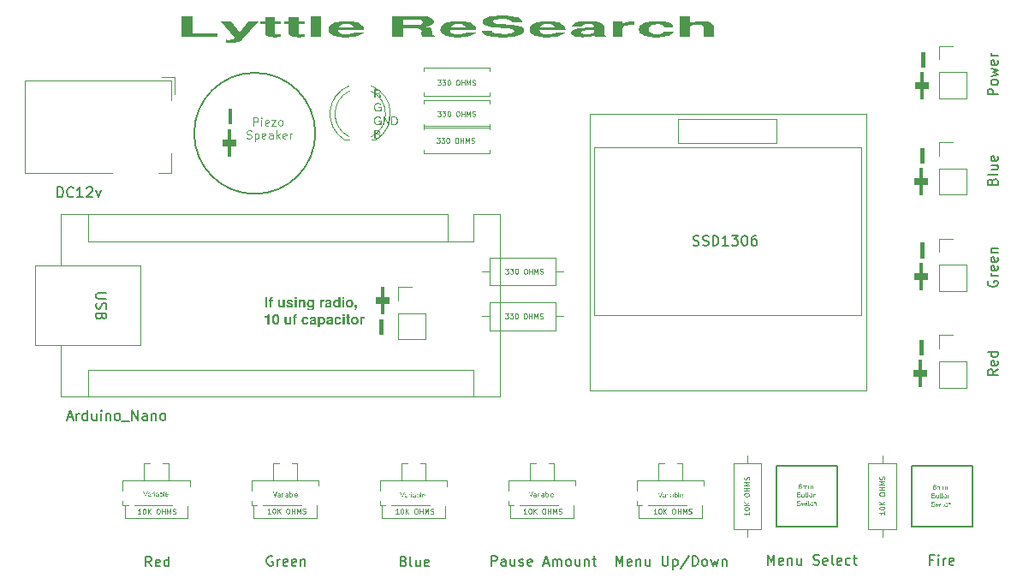
<source format=gbr>
%TF.GenerationSoftware,KiCad,Pcbnew,8.0.4-8.0.4-0~ubuntu22.04.1*%
%TF.CreationDate,2024-09-15T12:59:40-04:00*%
%TF.ProjectId,RonsEcono15,526f6e73-4563-46f6-9e6f-31352e6b6963,rev?*%
%TF.SameCoordinates,Original*%
%TF.FileFunction,Legend,Top*%
%TF.FilePolarity,Positive*%
%FSLAX46Y46*%
G04 Gerber Fmt 4.6, Leading zero omitted, Abs format (unit mm)*
G04 Created by KiCad (PCBNEW 8.0.4-8.0.4-0~ubuntu22.04.1) date 2024-09-15 12:59:40*
%MOMM*%
%LPD*%
G01*
G04 APERTURE LIST*
%ADD10C,0.200000*%
%ADD11C,0.150000*%
%ADD12C,0.100000*%
%ADD13C,0.300000*%
%ADD14C,0.250000*%
%ADD15C,0.120000*%
G04 APERTURE END LIST*
D10*
X119195000Y-60640000D02*
G75*
G02*
X107213844Y-60640000I-5990578J0D01*
G01*
X107213844Y-60640000D02*
G75*
G02*
X119195000Y-60640000I5990578J0D01*
G01*
X178155096Y-93509743D02*
X184155096Y-93509743D01*
X184155096Y-99509743D01*
X178155096Y-99509743D01*
X178155096Y-93509743D01*
X164820096Y-93509743D02*
X170820096Y-93509743D01*
X170820096Y-99509743D01*
X164820096Y-99509743D01*
X164820096Y-93509743D01*
D11*
X180321762Y-102790752D02*
X179988429Y-102790752D01*
X179988429Y-103314562D02*
X179988429Y-102314562D01*
X179988429Y-102314562D02*
X180464619Y-102314562D01*
X180845572Y-103314562D02*
X180845572Y-102647895D01*
X180845572Y-102314562D02*
X180797953Y-102362181D01*
X180797953Y-102362181D02*
X180845572Y-102409800D01*
X180845572Y-102409800D02*
X180893191Y-102362181D01*
X180893191Y-102362181D02*
X180845572Y-102314562D01*
X180845572Y-102314562D02*
X180845572Y-102409800D01*
X181321762Y-103314562D02*
X181321762Y-102647895D01*
X181321762Y-102838371D02*
X181369381Y-102743133D01*
X181369381Y-102743133D02*
X181417000Y-102695514D01*
X181417000Y-102695514D02*
X181512238Y-102647895D01*
X181512238Y-102647895D02*
X181607476Y-102647895D01*
X182321762Y-103266943D02*
X182226524Y-103314562D01*
X182226524Y-103314562D02*
X182036048Y-103314562D01*
X182036048Y-103314562D02*
X181940810Y-103266943D01*
X181940810Y-103266943D02*
X181893191Y-103171704D01*
X181893191Y-103171704D02*
X181893191Y-102790752D01*
X181893191Y-102790752D02*
X181940810Y-102695514D01*
X181940810Y-102695514D02*
X182036048Y-102647895D01*
X182036048Y-102647895D02*
X182226524Y-102647895D01*
X182226524Y-102647895D02*
X182321762Y-102695514D01*
X182321762Y-102695514D02*
X182369381Y-102790752D01*
X182369381Y-102790752D02*
X182369381Y-102885990D01*
X182369381Y-102885990D02*
X181893191Y-102981228D01*
D12*
X127430392Y-98256538D02*
X127144678Y-98256538D01*
X127287535Y-98256538D02*
X127287535Y-97756538D01*
X127287535Y-97756538D02*
X127239916Y-97827967D01*
X127239916Y-97827967D02*
X127192297Y-97875586D01*
X127192297Y-97875586D02*
X127144678Y-97899395D01*
X127739915Y-97756538D02*
X127787534Y-97756538D01*
X127787534Y-97756538D02*
X127835153Y-97780348D01*
X127835153Y-97780348D02*
X127858963Y-97804157D01*
X127858963Y-97804157D02*
X127882772Y-97851776D01*
X127882772Y-97851776D02*
X127906582Y-97947014D01*
X127906582Y-97947014D02*
X127906582Y-98066062D01*
X127906582Y-98066062D02*
X127882772Y-98161300D01*
X127882772Y-98161300D02*
X127858963Y-98208919D01*
X127858963Y-98208919D02*
X127835153Y-98232729D01*
X127835153Y-98232729D02*
X127787534Y-98256538D01*
X127787534Y-98256538D02*
X127739915Y-98256538D01*
X127739915Y-98256538D02*
X127692296Y-98232729D01*
X127692296Y-98232729D02*
X127668487Y-98208919D01*
X127668487Y-98208919D02*
X127644677Y-98161300D01*
X127644677Y-98161300D02*
X127620868Y-98066062D01*
X127620868Y-98066062D02*
X127620868Y-97947014D01*
X127620868Y-97947014D02*
X127644677Y-97851776D01*
X127644677Y-97851776D02*
X127668487Y-97804157D01*
X127668487Y-97804157D02*
X127692296Y-97780348D01*
X127692296Y-97780348D02*
X127739915Y-97756538D01*
X128120867Y-98256538D02*
X128120867Y-97756538D01*
X128406581Y-98256538D02*
X128192296Y-97970824D01*
X128406581Y-97756538D02*
X128120867Y-98042252D01*
X129097057Y-97756538D02*
X129192295Y-97756538D01*
X129192295Y-97756538D02*
X129239914Y-97780348D01*
X129239914Y-97780348D02*
X129287533Y-97827967D01*
X129287533Y-97827967D02*
X129311343Y-97923205D01*
X129311343Y-97923205D02*
X129311343Y-98089871D01*
X129311343Y-98089871D02*
X129287533Y-98185109D01*
X129287533Y-98185109D02*
X129239914Y-98232729D01*
X129239914Y-98232729D02*
X129192295Y-98256538D01*
X129192295Y-98256538D02*
X129097057Y-98256538D01*
X129097057Y-98256538D02*
X129049438Y-98232729D01*
X129049438Y-98232729D02*
X129001819Y-98185109D01*
X129001819Y-98185109D02*
X128978010Y-98089871D01*
X128978010Y-98089871D02*
X128978010Y-97923205D01*
X128978010Y-97923205D02*
X129001819Y-97827967D01*
X129001819Y-97827967D02*
X129049438Y-97780348D01*
X129049438Y-97780348D02*
X129097057Y-97756538D01*
X129525629Y-98256538D02*
X129525629Y-97756538D01*
X129525629Y-97994633D02*
X129811343Y-97994633D01*
X129811343Y-98256538D02*
X129811343Y-97756538D01*
X130049439Y-98256538D02*
X130049439Y-97756538D01*
X130049439Y-97756538D02*
X130216106Y-98113681D01*
X130216106Y-98113681D02*
X130382772Y-97756538D01*
X130382772Y-97756538D02*
X130382772Y-98256538D01*
X130597059Y-98232729D02*
X130668487Y-98256538D01*
X130668487Y-98256538D02*
X130787535Y-98256538D01*
X130787535Y-98256538D02*
X130835154Y-98232729D01*
X130835154Y-98232729D02*
X130858963Y-98208919D01*
X130858963Y-98208919D02*
X130882773Y-98161300D01*
X130882773Y-98161300D02*
X130882773Y-98113681D01*
X130882773Y-98113681D02*
X130858963Y-98066062D01*
X130858963Y-98066062D02*
X130835154Y-98042252D01*
X130835154Y-98042252D02*
X130787535Y-98018443D01*
X130787535Y-98018443D02*
X130692297Y-97994633D01*
X130692297Y-97994633D02*
X130644678Y-97970824D01*
X130644678Y-97970824D02*
X130620868Y-97947014D01*
X130620868Y-97947014D02*
X130597059Y-97899395D01*
X130597059Y-97899395D02*
X130597059Y-97851776D01*
X130597059Y-97851776D02*
X130620868Y-97804157D01*
X130620868Y-97804157D02*
X130644678Y-97780348D01*
X130644678Y-97780348D02*
X130692297Y-97756538D01*
X130692297Y-97756538D02*
X130811344Y-97756538D01*
X130811344Y-97756538D02*
X130882773Y-97780348D01*
G36*
X180496010Y-95394243D02*
G01*
X180520847Y-95400723D01*
X180543271Y-95411523D01*
X180563284Y-95426643D01*
X180580358Y-95445534D01*
X180593845Y-95467767D01*
X180603744Y-95493344D01*
X180609464Y-95518466D01*
X180610057Y-95522264D01*
X180548263Y-95522264D01*
X180540426Y-95497620D01*
X180527479Y-95476078D01*
X180518588Y-95466699D01*
X180497534Y-95453175D01*
X180472412Y-95447224D01*
X180464488Y-95446915D01*
X180439308Y-95449976D01*
X180414721Y-95460736D01*
X180396191Y-95476804D01*
X180382544Y-95495886D01*
X180371422Y-95519297D01*
X180364000Y-95542609D01*
X180358528Y-95568919D01*
X180355004Y-95598225D01*
X180353557Y-95624936D01*
X180353357Y-95636203D01*
X180369817Y-95617320D01*
X180391960Y-95600227D01*
X180417271Y-95588452D01*
X180441487Y-95582592D01*
X180468029Y-95580638D01*
X180496109Y-95582759D01*
X180521898Y-95589123D01*
X180545397Y-95599729D01*
X180566604Y-95614578D01*
X180577694Y-95624968D01*
X180594444Y-95645572D01*
X180607080Y-95668596D01*
X180615602Y-95694038D01*
X180620010Y-95721900D01*
X180620681Y-95738907D01*
X180619058Y-95765437D01*
X180614190Y-95790164D01*
X180604407Y-95816733D01*
X180590207Y-95840847D01*
X180574519Y-95859563D01*
X180553185Y-95878026D01*
X180529466Y-95891954D01*
X180503363Y-95901348D01*
X180479091Y-95905790D01*
X180457527Y-95906947D01*
X180427606Y-95904808D01*
X180400627Y-95898394D01*
X180376592Y-95887704D01*
X180355500Y-95872737D01*
X180337351Y-95853495D01*
X180322145Y-95829976D01*
X180309883Y-95802181D01*
X180300563Y-95770109D01*
X180295324Y-95740251D01*
X180356899Y-95740251D01*
X180359179Y-95765923D01*
X180367059Y-95791501D01*
X180380569Y-95813979D01*
X180385720Y-95820118D01*
X180405176Y-95836991D01*
X180427518Y-95847615D01*
X180452746Y-95851989D01*
X180458138Y-95852114D01*
X180483549Y-95849133D01*
X180508141Y-95838966D01*
X180527442Y-95823462D01*
X180529212Y-95821584D01*
X180544024Y-95800816D01*
X180553350Y-95776828D01*
X180557053Y-95752486D01*
X180557300Y-95743792D01*
X180555243Y-95717339D01*
X180548130Y-95691798D01*
X180535937Y-95670313D01*
X180531288Y-95664658D01*
X180511168Y-95648040D01*
X180486575Y-95638321D01*
X180460336Y-95635471D01*
X180435919Y-95637779D01*
X180411938Y-95645760D01*
X180391273Y-95659442D01*
X180385720Y-95664658D01*
X180370521Y-95684581D01*
X180360952Y-95707868D01*
X180357011Y-95734517D01*
X180356899Y-95740251D01*
X180295324Y-95740251D01*
X180294186Y-95733762D01*
X180291570Y-95707155D01*
X180290262Y-95678647D01*
X180290098Y-95663681D01*
X180290671Y-95635482D01*
X180292389Y-95608803D01*
X180295253Y-95583644D01*
X180299928Y-95556750D01*
X180302066Y-95547177D01*
X180308417Y-95523363D01*
X180316437Y-95499784D01*
X180327498Y-95475583D01*
X180331864Y-95468042D01*
X180346307Y-95447955D01*
X180364162Y-95429644D01*
X180374729Y-95421270D01*
X180396073Y-95407923D01*
X180419093Y-95398451D01*
X180421868Y-95397700D01*
X180446172Y-95393317D01*
X180468762Y-95392083D01*
X180496010Y-95394243D01*
G37*
G36*
X180690901Y-95522264D02*
G01*
X180745001Y-95522264D01*
X180745001Y-95574288D01*
X180761745Y-95553700D01*
X180780670Y-95536177D01*
X180795315Y-95526416D01*
X180818420Y-95516849D01*
X180842717Y-95512347D01*
X180858207Y-95511639D01*
X180886291Y-95514333D01*
X180910811Y-95522415D01*
X180931765Y-95535885D01*
X180949155Y-95554743D01*
X180957492Y-95567937D01*
X180975289Y-95548846D01*
X180994506Y-95532924D01*
X181008783Y-95524340D01*
X181033076Y-95515658D01*
X181057359Y-95512086D01*
X181070699Y-95511639D01*
X181097695Y-95513726D01*
X181123341Y-95520939D01*
X181144407Y-95533304D01*
X181149833Y-95538018D01*
X181165686Y-95558938D01*
X181174387Y-95582790D01*
X181177568Y-95608192D01*
X181177677Y-95614344D01*
X181177677Y-95890827D01*
X181118570Y-95890827D01*
X181118570Y-95636936D01*
X181115607Y-95610980D01*
X181104826Y-95587542D01*
X181100618Y-95582470D01*
X181079064Y-95567907D01*
X181054293Y-95563128D01*
X181050304Y-95563053D01*
X181024853Y-95567020D01*
X181002356Y-95578921D01*
X180988999Y-95591263D01*
X180974607Y-95611987D01*
X180966189Y-95635540D01*
X180963720Y-95659406D01*
X180963720Y-95890827D01*
X180904736Y-95890827D01*
X180904736Y-95636936D01*
X180901773Y-95610980D01*
X180890991Y-95587542D01*
X180886784Y-95582470D01*
X180865229Y-95567907D01*
X180840459Y-95563128D01*
X180836470Y-95563053D01*
X180811019Y-95567020D01*
X180788522Y-95578921D01*
X180775165Y-95591263D01*
X180760772Y-95611987D01*
X180752354Y-95635540D01*
X180749886Y-95659406D01*
X180749886Y-95890827D01*
X180690901Y-95890827D01*
X180690901Y-95522264D01*
G37*
G36*
X181259010Y-95522264D02*
G01*
X181313110Y-95522264D01*
X181313110Y-95574288D01*
X181329854Y-95553700D01*
X181348779Y-95536177D01*
X181363424Y-95526416D01*
X181386529Y-95516849D01*
X181410826Y-95512347D01*
X181426316Y-95511639D01*
X181454400Y-95514333D01*
X181478920Y-95522415D01*
X181499874Y-95535885D01*
X181517264Y-95554743D01*
X181525601Y-95567937D01*
X181543398Y-95548846D01*
X181562614Y-95532924D01*
X181576892Y-95524340D01*
X181601185Y-95515658D01*
X181625468Y-95512086D01*
X181638807Y-95511639D01*
X181665804Y-95513726D01*
X181691449Y-95520939D01*
X181712515Y-95533304D01*
X181717942Y-95538018D01*
X181733795Y-95558938D01*
X181742496Y-95582790D01*
X181745677Y-95608192D01*
X181745786Y-95614344D01*
X181745786Y-95890827D01*
X181686679Y-95890827D01*
X181686679Y-95636936D01*
X181683716Y-95610980D01*
X181672935Y-95587542D01*
X181668727Y-95582470D01*
X181647173Y-95567907D01*
X181622402Y-95563128D01*
X181618413Y-95563053D01*
X181592962Y-95567020D01*
X181570465Y-95578921D01*
X181557108Y-95591263D01*
X181542716Y-95611987D01*
X181534298Y-95635540D01*
X181531829Y-95659406D01*
X181531829Y-95890827D01*
X181472844Y-95890827D01*
X181472844Y-95636936D01*
X181469882Y-95610980D01*
X181459100Y-95587542D01*
X181454893Y-95582470D01*
X181433338Y-95567907D01*
X181408568Y-95563128D01*
X181404579Y-95563053D01*
X181379128Y-95567020D01*
X181356631Y-95578921D01*
X181343274Y-95591263D01*
X181328881Y-95611987D01*
X181320463Y-95635540D01*
X181317995Y-95659406D01*
X181317995Y-95890827D01*
X181259010Y-95890827D01*
X181259010Y-95522264D01*
G37*
G36*
X180375143Y-96219279D02*
G01*
X180400871Y-96223508D01*
X180423944Y-96230739D01*
X180447101Y-96242310D01*
X180466135Y-96257790D01*
X180471449Y-96264078D01*
X180485096Y-96284839D01*
X180494286Y-96305600D01*
X180500200Y-96330640D01*
X180501369Y-96348220D01*
X180498870Y-96376148D01*
X180491374Y-96400856D01*
X180478880Y-96422344D01*
X180461389Y-96440613D01*
X180438901Y-96455661D01*
X180430294Y-96459961D01*
X180453207Y-96470143D01*
X180474933Y-96483167D01*
X180494043Y-96499586D01*
X180501613Y-96508566D01*
X180514267Y-96530875D01*
X180521213Y-96554612D01*
X180523817Y-96581641D01*
X180523839Y-96584525D01*
X180521852Y-96612191D01*
X180515891Y-96637379D01*
X180505957Y-96660089D01*
X180492049Y-96680322D01*
X180482318Y-96690771D01*
X180462920Y-96706378D01*
X180440951Y-96718153D01*
X180416411Y-96726093D01*
X180389299Y-96730201D01*
X180372653Y-96730827D01*
X180141232Y-96730827D01*
X180141232Y-96673185D01*
X180206567Y-96673185D01*
X180366302Y-96673185D01*
X180392187Y-96670686D01*
X180415375Y-96662405D01*
X180422478Y-96658042D01*
X180441534Y-96641057D01*
X180451421Y-96624581D01*
X180457508Y-96600634D01*
X180458504Y-96585258D01*
X180455676Y-96559526D01*
X180446139Y-96535767D01*
X180434568Y-96520900D01*
X180413748Y-96506091D01*
X180389625Y-96498520D01*
X180366302Y-96496598D01*
X180206567Y-96496598D01*
X180206567Y-96673185D01*
X180141232Y-96673185D01*
X180141232Y-96438956D01*
X180206567Y-96438956D01*
X180333207Y-96438956D01*
X180362795Y-96436965D01*
X180387368Y-96430990D01*
X180410235Y-96418562D01*
X180427787Y-96396813D01*
X180435009Y-96371958D01*
X180435911Y-96357379D01*
X180432301Y-96329614D01*
X180421469Y-96307594D01*
X180399704Y-96289164D01*
X180373226Y-96279589D01*
X180345644Y-96275999D01*
X180333207Y-96275680D01*
X180206567Y-96275680D01*
X180206567Y-96438956D01*
X180141232Y-96438956D01*
X180141232Y-96218039D01*
X180349450Y-96218039D01*
X180375143Y-96219279D01*
G37*
G36*
X180885074Y-96730827D02*
G01*
X180832318Y-96730827D01*
X180832318Y-96679536D01*
X180815793Y-96700294D01*
X180797175Y-96718362D01*
X180778096Y-96731437D01*
X180755244Y-96740888D01*
X180731158Y-96745720D01*
X180709219Y-96746947D01*
X180683818Y-96745237D01*
X180658453Y-96739226D01*
X180634258Y-96727472D01*
X180623734Y-96719591D01*
X180606861Y-96700641D01*
X180596238Y-96678137D01*
X180591863Y-96652079D01*
X180591738Y-96646441D01*
X180591738Y-96362264D01*
X180650112Y-96362264D01*
X180650112Y-96623238D01*
X180653478Y-96647851D01*
X180665727Y-96670842D01*
X180670507Y-96675994D01*
X180691180Y-96689434D01*
X180715442Y-96695176D01*
X180726072Y-96695656D01*
X180752829Y-96692328D01*
X180776008Y-96682346D01*
X180795610Y-96665710D01*
X180799101Y-96661584D01*
X180812383Y-96640601D01*
X180821319Y-96616122D01*
X180825612Y-96591426D01*
X180826578Y-96571092D01*
X180826578Y-96362264D01*
X180885074Y-96362264D01*
X180885074Y-96730827D01*
G37*
G36*
X181108068Y-96362264D02*
G01*
X181108068Y-96410014D01*
X181047496Y-96410014D01*
X181047496Y-96662561D01*
X181052277Y-96686643D01*
X181054212Y-96689061D01*
X181078687Y-96695649D01*
X181079858Y-96695656D01*
X181104578Y-96693656D01*
X181108068Y-96692847D01*
X181108068Y-96742062D01*
X181083864Y-96745568D01*
X181060196Y-96746947D01*
X181034876Y-96744447D01*
X181011016Y-96734510D01*
X181007440Y-96731803D01*
X180992628Y-96710732D01*
X180989122Y-96688572D01*
X180989122Y-96410014D01*
X180939174Y-96410014D01*
X180939174Y-96362264D01*
X180989122Y-96362264D01*
X180989122Y-96260903D01*
X181047496Y-96260903D01*
X181047496Y-96362264D01*
X181108068Y-96362264D01*
G37*
G36*
X181303951Y-96362264D02*
G01*
X181303951Y-96410014D01*
X181243378Y-96410014D01*
X181243378Y-96662561D01*
X181248160Y-96686643D01*
X181250095Y-96689061D01*
X181274569Y-96695649D01*
X181275741Y-96695656D01*
X181300460Y-96693656D01*
X181303951Y-96692847D01*
X181303951Y-96742062D01*
X181279747Y-96745568D01*
X181256079Y-96746947D01*
X181230758Y-96744447D01*
X181206899Y-96734510D01*
X181203322Y-96731803D01*
X181188511Y-96710732D01*
X181185004Y-96688572D01*
X181185004Y-96410014D01*
X181135057Y-96410014D01*
X181135057Y-96362264D01*
X181185004Y-96362264D01*
X181185004Y-96260903D01*
X181243378Y-96260903D01*
X181243378Y-96362264D01*
X181303951Y-96362264D01*
G37*
G36*
X181532549Y-96353486D02*
G01*
X181558614Y-96359024D01*
X181582180Y-96368255D01*
X181603247Y-96381178D01*
X181621816Y-96397793D01*
X181627450Y-96404152D01*
X181642391Y-96425318D01*
X181654241Y-96449524D01*
X181662999Y-96476769D01*
X181667936Y-96501796D01*
X181670727Y-96528933D01*
X181671414Y-96552163D01*
X181670323Y-96579573D01*
X181667049Y-96605092D01*
X181660240Y-96633221D01*
X181650288Y-96658627D01*
X181637193Y-96681312D01*
X181626717Y-96694923D01*
X181608847Y-96712603D01*
X181588667Y-96726625D01*
X181566177Y-96736989D01*
X181541377Y-96743695D01*
X181514268Y-96746743D01*
X181504718Y-96746947D01*
X181476404Y-96745105D01*
X181450536Y-96739579D01*
X181427116Y-96730370D01*
X181406143Y-96717477D01*
X181387618Y-96700901D01*
X181381986Y-96694556D01*
X181367045Y-96673489D01*
X181355196Y-96649579D01*
X181346437Y-96622828D01*
X181341500Y-96598364D01*
X181338709Y-96571926D01*
X181338022Y-96549354D01*
X181399205Y-96549354D01*
X181400549Y-96577218D01*
X181404581Y-96602358D01*
X181412481Y-96627756D01*
X181423892Y-96649596D01*
X181427293Y-96654501D01*
X181444823Y-96673037D01*
X181468198Y-96686518D01*
X181492743Y-96692248D01*
X181504718Y-96692847D01*
X181530405Y-96689813D01*
X181555230Y-96679328D01*
X181574228Y-96663488D01*
X181581655Y-96654501D01*
X181595468Y-96630844D01*
X181603952Y-96606313D01*
X181608445Y-96582144D01*
X181610203Y-96555450D01*
X181610231Y-96551430D01*
X181609252Y-96526874D01*
X181605636Y-96500862D01*
X181598240Y-96474611D01*
X181587363Y-96452070D01*
X181582387Y-96444574D01*
X181565036Y-96425860D01*
X181541632Y-96412250D01*
X181516858Y-96406466D01*
X181504718Y-96405861D01*
X181478696Y-96408895D01*
X181455997Y-96417994D01*
X181436622Y-96433161D01*
X181427293Y-96444208D01*
X181413716Y-96468028D01*
X181405377Y-96492981D01*
X181400961Y-96517732D01*
X181399233Y-96545207D01*
X181399205Y-96549354D01*
X181338022Y-96549354D01*
X181339105Y-96521337D01*
X181342352Y-96495294D01*
X181347763Y-96471224D01*
X181357114Y-96444946D01*
X181369582Y-96421510D01*
X181382353Y-96404152D01*
X181400135Y-96386306D01*
X181420237Y-96372152D01*
X181442657Y-96361691D01*
X181467395Y-96354921D01*
X181494451Y-96351845D01*
X181503985Y-96351639D01*
X181532549Y-96353486D01*
G37*
G36*
X181732841Y-96362264D02*
G01*
X181786941Y-96362264D01*
X181786941Y-96424180D01*
X181801116Y-96404133D01*
X181817569Y-96385915D01*
X181838289Y-96369689D01*
X181840064Y-96368614D01*
X181863139Y-96358270D01*
X181887339Y-96352982D01*
X181909306Y-96351639D01*
X181934685Y-96353357D01*
X181959969Y-96359394D01*
X181984007Y-96371201D01*
X181994425Y-96379117D01*
X182011169Y-96398067D01*
X182021712Y-96420571D01*
X182026053Y-96446629D01*
X182026177Y-96452268D01*
X182026177Y-96730827D01*
X181967680Y-96730827D01*
X181967680Y-96475471D01*
X181964315Y-96450798D01*
X181952066Y-96427839D01*
X181947286Y-96422714D01*
X181926613Y-96409274D01*
X181902351Y-96403533D01*
X181891721Y-96403053D01*
X181865338Y-96406392D01*
X181842367Y-96416410D01*
X181822806Y-96433106D01*
X181819303Y-96437247D01*
X181806020Y-96458160D01*
X181797085Y-96482571D01*
X181792792Y-96507205D01*
X181791826Y-96527494D01*
X181791826Y-96730827D01*
X181732841Y-96730827D01*
X181732841Y-96362264D01*
G37*
G36*
X180325514Y-97529305D02*
G01*
X180351149Y-97528223D01*
X180375921Y-97524574D01*
X180392314Y-97520146D01*
X180414881Y-97510325D01*
X180432736Y-97496210D01*
X180447009Y-97476066D01*
X180451055Y-97467023D01*
X180456121Y-97442478D01*
X180456306Y-97436493D01*
X180450413Y-97409413D01*
X180435590Y-97389173D01*
X180415704Y-97374393D01*
X180389188Y-97361982D01*
X180362028Y-97353450D01*
X180234777Y-97319745D01*
X180211193Y-97312185D01*
X180186134Y-97299762D01*
X180165989Y-97284035D01*
X180148300Y-97260802D01*
X180138965Y-97237808D01*
X180134543Y-97211510D01*
X180134149Y-97200066D01*
X180135867Y-97174989D01*
X180142211Y-97148325D01*
X180153231Y-97124456D01*
X180168925Y-97103379D01*
X180182998Y-97090034D01*
X180206117Y-97074284D01*
X180228632Y-97063863D01*
X180253636Y-97056284D01*
X180281130Y-97051547D01*
X180305945Y-97049770D01*
X180316355Y-97049612D01*
X180343098Y-97050635D01*
X180367915Y-97053703D01*
X180395153Y-97060084D01*
X180419618Y-97069411D01*
X180441310Y-97081682D01*
X180454230Y-97091500D01*
X180473441Y-97111379D01*
X180488013Y-97134473D01*
X180497945Y-97160780D01*
X180502765Y-97185888D01*
X180504177Y-97208614D01*
X180442262Y-97208614D01*
X180439290Y-97182325D01*
X180429983Y-97157352D01*
X180414355Y-97136840D01*
X180408434Y-97131556D01*
X180387656Y-97118450D01*
X180362414Y-97109634D01*
X180336230Y-97105398D01*
X180314279Y-97104445D01*
X180289557Y-97105941D01*
X180264828Y-97111200D01*
X180241181Y-97121485D01*
X180230870Y-97128381D01*
X180213070Y-97146583D01*
X180202079Y-97170422D01*
X180199607Y-97191029D01*
X180203766Y-97215945D01*
X180217371Y-97236369D01*
X180218535Y-97237435D01*
X180240441Y-97251386D01*
X180264999Y-97261233D01*
X180283992Y-97266988D01*
X180412708Y-97301427D01*
X180437247Y-97309685D01*
X180461332Y-97321932D01*
X180481687Y-97337308D01*
X180493186Y-97349298D01*
X180508256Y-97371676D01*
X180517744Y-97396678D01*
X180521512Y-97421422D01*
X180521763Y-97430143D01*
X180519712Y-97455492D01*
X180516512Y-97470565D01*
X180507783Y-97493560D01*
X180497094Y-97512086D01*
X180481096Y-97532267D01*
X180462549Y-97548801D01*
X180461191Y-97549822D01*
X180439389Y-97562851D01*
X180416273Y-97572308D01*
X180403183Y-97576444D01*
X180377191Y-97582424D01*
X180351584Y-97585706D01*
X180326926Y-97586906D01*
X180321239Y-97586947D01*
X180296489Y-97586082D01*
X180271008Y-97583236D01*
X180266041Y-97582428D01*
X180241069Y-97576475D01*
X180217327Y-97567819D01*
X180212185Y-97565575D01*
X180189698Y-97553450D01*
X180170110Y-97538661D01*
X180165046Y-97533946D01*
X180149105Y-97514478D01*
X180136562Y-97491963D01*
X180132318Y-97482166D01*
X180124861Y-97458763D01*
X180120291Y-97433051D01*
X180118640Y-97407672D01*
X180180556Y-97407672D01*
X180180556Y-97411092D01*
X180182923Y-97436060D01*
X180187272Y-97452002D01*
X180198176Y-97474265D01*
X180209010Y-97489249D01*
X180227847Y-97505705D01*
X180250390Y-97517049D01*
X180254073Y-97518436D01*
X180278144Y-97525060D01*
X180303076Y-97528445D01*
X180325514Y-97529305D01*
G37*
G36*
X180943937Y-97570827D02*
G01*
X180877136Y-97570827D01*
X180802520Y-97281765D01*
X180731567Y-97570827D01*
X180665378Y-97570827D01*
X180558521Y-97202264D01*
X180623246Y-97202264D01*
X180698473Y-97489249D01*
X180768814Y-97202264D01*
X180840500Y-97202264D01*
X180913040Y-97489249D01*
X180986191Y-97202264D01*
X181052258Y-97202264D01*
X180943937Y-97570827D01*
G37*
G36*
X181162045Y-97202264D02*
G01*
X181162045Y-97570827D01*
X181103671Y-97570827D01*
X181103671Y-97202264D01*
X181162045Y-97202264D01*
G37*
G36*
X181162045Y-97058039D02*
G01*
X181162045Y-97131922D01*
X181102939Y-97131922D01*
X181102939Y-97058039D01*
X181162045Y-97058039D01*
G37*
G36*
X181394809Y-97202264D02*
G01*
X181394809Y-97250014D01*
X181334237Y-97250014D01*
X181334237Y-97502561D01*
X181339018Y-97526643D01*
X181340953Y-97529061D01*
X181365428Y-97535649D01*
X181366599Y-97535656D01*
X181391319Y-97533656D01*
X181394809Y-97532847D01*
X181394809Y-97582062D01*
X181370605Y-97585568D01*
X181346937Y-97586947D01*
X181321617Y-97584447D01*
X181297757Y-97574510D01*
X181294181Y-97571803D01*
X181279369Y-97550732D01*
X181275863Y-97528572D01*
X181275863Y-97250014D01*
X181225915Y-97250014D01*
X181225915Y-97202264D01*
X181275863Y-97202264D01*
X181275863Y-97100903D01*
X181334237Y-97100903D01*
X181334237Y-97202264D01*
X181394809Y-97202264D01*
G37*
G36*
X181738336Y-97326095D02*
G01*
X181679230Y-97326095D01*
X181673376Y-97301602D01*
X181662448Y-97279720D01*
X181651142Y-97266622D01*
X181630547Y-97253180D01*
X181605276Y-97246591D01*
X181592035Y-97245861D01*
X181566749Y-97248953D01*
X181542506Y-97259638D01*
X181524155Y-97275781D01*
X181517052Y-97284940D01*
X181504006Y-97309230D01*
X181495994Y-97334810D01*
X181491750Y-97360274D01*
X181490090Y-97388613D01*
X181490064Y-97392896D01*
X181491373Y-97420141D01*
X181495300Y-97444711D01*
X181502993Y-97469513D01*
X181515736Y-97493237D01*
X181517419Y-97495600D01*
X181534546Y-97513605D01*
X181557496Y-97526700D01*
X181581679Y-97532265D01*
X181593500Y-97532847D01*
X181619585Y-97529730D01*
X181644646Y-97518214D01*
X181663921Y-97498214D01*
X181675837Y-97474317D01*
X181682521Y-97449641D01*
X181683504Y-97444187D01*
X181742611Y-97444187D01*
X181739315Y-97468460D01*
X181732464Y-97494119D01*
X181722375Y-97516916D01*
X181706881Y-97539462D01*
X181697548Y-97549333D01*
X181676207Y-97565789D01*
X181651508Y-97577543D01*
X181627142Y-97583971D01*
X181600204Y-97586800D01*
X181592035Y-97586947D01*
X181564924Y-97585105D01*
X181540011Y-97579579D01*
X181517297Y-97570370D01*
X181493575Y-97554970D01*
X181475623Y-97537780D01*
X181472844Y-97534556D01*
X181457904Y-97513614D01*
X181446054Y-97490078D01*
X181437296Y-97463948D01*
X181431628Y-97435226D01*
X181429267Y-97409310D01*
X181428881Y-97392896D01*
X181429969Y-97365206D01*
X181433234Y-97339305D01*
X181438675Y-97315193D01*
X181448077Y-97288621D01*
X181460614Y-97264624D01*
X181473455Y-97246594D01*
X181491268Y-97227918D01*
X181511185Y-97213106D01*
X181533205Y-97202158D01*
X181557330Y-97195074D01*
X181583558Y-97191854D01*
X181592768Y-97191639D01*
X181619537Y-97193293D01*
X181643852Y-97198255D01*
X181668635Y-97207975D01*
X181690212Y-97222015D01*
X181695105Y-97226200D01*
X181712187Y-97245358D01*
X181725086Y-97268393D01*
X181732942Y-97291729D01*
X181737595Y-97318034D01*
X181738336Y-97326095D01*
G37*
G36*
X182038389Y-97315471D02*
G01*
X182035074Y-97289510D01*
X182022829Y-97266994D01*
X182014819Y-97259905D01*
X181993191Y-97248385D01*
X181967787Y-97243201D01*
X181962429Y-97243053D01*
X181935982Y-97246392D01*
X181912970Y-97256410D01*
X181893392Y-97273106D01*
X181889889Y-97277247D01*
X181876666Y-97298160D01*
X181867770Y-97322571D01*
X181863496Y-97347205D01*
X181862534Y-97367494D01*
X181862534Y-97570827D01*
X181804160Y-97570827D01*
X181804160Y-97058039D01*
X181862534Y-97058039D01*
X181862534Y-97252822D01*
X181878827Y-97233712D01*
X181898473Y-97215944D01*
X181914924Y-97205439D01*
X181938493Y-97196504D01*
X181964041Y-97192300D01*
X181980625Y-97191639D01*
X182005981Y-97193334D01*
X182031185Y-97199291D01*
X182055065Y-97210940D01*
X182065378Y-97218750D01*
X182081928Y-97237579D01*
X182092349Y-97260176D01*
X182096640Y-97286542D01*
X182096763Y-97292268D01*
X182096763Y-97570827D01*
X182038389Y-97570827D01*
X182038389Y-97315471D01*
G37*
X101932685Y-98280752D02*
X101646971Y-98280752D01*
X101789828Y-98280752D02*
X101789828Y-97780752D01*
X101789828Y-97780752D02*
X101742209Y-97852181D01*
X101742209Y-97852181D02*
X101694590Y-97899800D01*
X101694590Y-97899800D02*
X101646971Y-97923609D01*
X102242208Y-97780752D02*
X102289827Y-97780752D01*
X102289827Y-97780752D02*
X102337446Y-97804562D01*
X102337446Y-97804562D02*
X102361256Y-97828371D01*
X102361256Y-97828371D02*
X102385065Y-97875990D01*
X102385065Y-97875990D02*
X102408875Y-97971228D01*
X102408875Y-97971228D02*
X102408875Y-98090276D01*
X102408875Y-98090276D02*
X102385065Y-98185514D01*
X102385065Y-98185514D02*
X102361256Y-98233133D01*
X102361256Y-98233133D02*
X102337446Y-98256943D01*
X102337446Y-98256943D02*
X102289827Y-98280752D01*
X102289827Y-98280752D02*
X102242208Y-98280752D01*
X102242208Y-98280752D02*
X102194589Y-98256943D01*
X102194589Y-98256943D02*
X102170780Y-98233133D01*
X102170780Y-98233133D02*
X102146970Y-98185514D01*
X102146970Y-98185514D02*
X102123161Y-98090276D01*
X102123161Y-98090276D02*
X102123161Y-97971228D01*
X102123161Y-97971228D02*
X102146970Y-97875990D01*
X102146970Y-97875990D02*
X102170780Y-97828371D01*
X102170780Y-97828371D02*
X102194589Y-97804562D01*
X102194589Y-97804562D02*
X102242208Y-97780752D01*
X102623160Y-98280752D02*
X102623160Y-97780752D01*
X102908874Y-98280752D02*
X102694589Y-97995038D01*
X102908874Y-97780752D02*
X102623160Y-98066466D01*
X103599350Y-97780752D02*
X103694588Y-97780752D01*
X103694588Y-97780752D02*
X103742207Y-97804562D01*
X103742207Y-97804562D02*
X103789826Y-97852181D01*
X103789826Y-97852181D02*
X103813636Y-97947419D01*
X103813636Y-97947419D02*
X103813636Y-98114085D01*
X103813636Y-98114085D02*
X103789826Y-98209323D01*
X103789826Y-98209323D02*
X103742207Y-98256943D01*
X103742207Y-98256943D02*
X103694588Y-98280752D01*
X103694588Y-98280752D02*
X103599350Y-98280752D01*
X103599350Y-98280752D02*
X103551731Y-98256943D01*
X103551731Y-98256943D02*
X103504112Y-98209323D01*
X103504112Y-98209323D02*
X103480303Y-98114085D01*
X103480303Y-98114085D02*
X103480303Y-97947419D01*
X103480303Y-97947419D02*
X103504112Y-97852181D01*
X103504112Y-97852181D02*
X103551731Y-97804562D01*
X103551731Y-97804562D02*
X103599350Y-97780752D01*
X104027922Y-98280752D02*
X104027922Y-97780752D01*
X104027922Y-98018847D02*
X104313636Y-98018847D01*
X104313636Y-98280752D02*
X104313636Y-97780752D01*
X104551732Y-98280752D02*
X104551732Y-97780752D01*
X104551732Y-97780752D02*
X104718399Y-98137895D01*
X104718399Y-98137895D02*
X104885065Y-97780752D01*
X104885065Y-97780752D02*
X104885065Y-98280752D01*
X105099352Y-98256943D02*
X105170780Y-98280752D01*
X105170780Y-98280752D02*
X105289828Y-98280752D01*
X105289828Y-98280752D02*
X105337447Y-98256943D01*
X105337447Y-98256943D02*
X105361256Y-98233133D01*
X105361256Y-98233133D02*
X105385066Y-98185514D01*
X105385066Y-98185514D02*
X105385066Y-98137895D01*
X105385066Y-98137895D02*
X105361256Y-98090276D01*
X105361256Y-98090276D02*
X105337447Y-98066466D01*
X105337447Y-98066466D02*
X105289828Y-98042657D01*
X105289828Y-98042657D02*
X105194590Y-98018847D01*
X105194590Y-98018847D02*
X105146971Y-97995038D01*
X105146971Y-97995038D02*
X105123161Y-97971228D01*
X105123161Y-97971228D02*
X105099352Y-97923609D01*
X105099352Y-97923609D02*
X105099352Y-97875990D01*
X105099352Y-97875990D02*
X105123161Y-97828371D01*
X105123161Y-97828371D02*
X105146971Y-97804562D01*
X105146971Y-97804562D02*
X105194590Y-97780752D01*
X105194590Y-97780752D02*
X105313637Y-97780752D01*
X105313637Y-97780752D02*
X105385066Y-97804562D01*
X175503749Y-98026900D02*
X175503749Y-98312614D01*
X175503749Y-98169757D02*
X175003749Y-98169757D01*
X175003749Y-98169757D02*
X175075178Y-98217376D01*
X175075178Y-98217376D02*
X175122797Y-98264995D01*
X175122797Y-98264995D02*
X175146606Y-98312614D01*
X175003749Y-97717377D02*
X175003749Y-97669758D01*
X175003749Y-97669758D02*
X175027559Y-97622139D01*
X175027559Y-97622139D02*
X175051368Y-97598329D01*
X175051368Y-97598329D02*
X175098987Y-97574520D01*
X175098987Y-97574520D02*
X175194225Y-97550710D01*
X175194225Y-97550710D02*
X175313273Y-97550710D01*
X175313273Y-97550710D02*
X175408511Y-97574520D01*
X175408511Y-97574520D02*
X175456130Y-97598329D01*
X175456130Y-97598329D02*
X175479940Y-97622139D01*
X175479940Y-97622139D02*
X175503749Y-97669758D01*
X175503749Y-97669758D02*
X175503749Y-97717377D01*
X175503749Y-97717377D02*
X175479940Y-97764996D01*
X175479940Y-97764996D02*
X175456130Y-97788805D01*
X175456130Y-97788805D02*
X175408511Y-97812615D01*
X175408511Y-97812615D02*
X175313273Y-97836424D01*
X175313273Y-97836424D02*
X175194225Y-97836424D01*
X175194225Y-97836424D02*
X175098987Y-97812615D01*
X175098987Y-97812615D02*
X175051368Y-97788805D01*
X175051368Y-97788805D02*
X175027559Y-97764996D01*
X175027559Y-97764996D02*
X175003749Y-97717377D01*
X175503749Y-97336425D02*
X175003749Y-97336425D01*
X175503749Y-97050711D02*
X175218035Y-97264996D01*
X175003749Y-97050711D02*
X175289463Y-97336425D01*
X175003749Y-96360235D02*
X175003749Y-96264997D01*
X175003749Y-96264997D02*
X175027559Y-96217378D01*
X175027559Y-96217378D02*
X175075178Y-96169759D01*
X175075178Y-96169759D02*
X175170416Y-96145949D01*
X175170416Y-96145949D02*
X175337082Y-96145949D01*
X175337082Y-96145949D02*
X175432320Y-96169759D01*
X175432320Y-96169759D02*
X175479940Y-96217378D01*
X175479940Y-96217378D02*
X175503749Y-96264997D01*
X175503749Y-96264997D02*
X175503749Y-96360235D01*
X175503749Y-96360235D02*
X175479940Y-96407854D01*
X175479940Y-96407854D02*
X175432320Y-96455473D01*
X175432320Y-96455473D02*
X175337082Y-96479282D01*
X175337082Y-96479282D02*
X175170416Y-96479282D01*
X175170416Y-96479282D02*
X175075178Y-96455473D01*
X175075178Y-96455473D02*
X175027559Y-96407854D01*
X175027559Y-96407854D02*
X175003749Y-96360235D01*
X175503749Y-95931663D02*
X175003749Y-95931663D01*
X175241844Y-95931663D02*
X175241844Y-95645949D01*
X175503749Y-95645949D02*
X175003749Y-95645949D01*
X175503749Y-95407853D02*
X175003749Y-95407853D01*
X175003749Y-95407853D02*
X175360892Y-95241186D01*
X175360892Y-95241186D02*
X175003749Y-95074520D01*
X175003749Y-95074520D02*
X175503749Y-95074520D01*
X175479940Y-94860233D02*
X175503749Y-94788805D01*
X175503749Y-94788805D02*
X175503749Y-94669757D01*
X175503749Y-94669757D02*
X175479940Y-94622138D01*
X175479940Y-94622138D02*
X175456130Y-94598329D01*
X175456130Y-94598329D02*
X175408511Y-94574519D01*
X175408511Y-94574519D02*
X175360892Y-94574519D01*
X175360892Y-94574519D02*
X175313273Y-94598329D01*
X175313273Y-94598329D02*
X175289463Y-94622138D01*
X175289463Y-94622138D02*
X175265654Y-94669757D01*
X175265654Y-94669757D02*
X175241844Y-94764995D01*
X175241844Y-94764995D02*
X175218035Y-94812614D01*
X175218035Y-94812614D02*
X175194225Y-94836424D01*
X175194225Y-94836424D02*
X175146606Y-94860233D01*
X175146606Y-94860233D02*
X175098987Y-94860233D01*
X175098987Y-94860233D02*
X175051368Y-94836424D01*
X175051368Y-94836424D02*
X175027559Y-94812614D01*
X175027559Y-94812614D02*
X175003749Y-94764995D01*
X175003749Y-94764995D02*
X175003749Y-94645948D01*
X175003749Y-94645948D02*
X175027559Y-94574519D01*
G36*
X140559794Y-96598193D02*
G01*
X140489452Y-96598193D01*
X140305049Y-96085405D01*
X140375391Y-96085405D01*
X140525967Y-96519424D01*
X140668116Y-96085405D01*
X140737725Y-96085405D01*
X140559794Y-96598193D01*
G37*
G36*
X140955357Y-96219911D02*
G01*
X140980925Y-96223258D01*
X141006267Y-96230103D01*
X141029832Y-96241653D01*
X141034358Y-96244773D01*
X141052905Y-96263103D01*
X141064583Y-96286037D01*
X141069220Y-96310613D01*
X141069529Y-96319634D01*
X141069529Y-96536277D01*
X141079537Y-96559581D01*
X141101159Y-96565098D01*
X141113737Y-96563754D01*
X141113737Y-96608084D01*
X141088982Y-96613120D01*
X141073681Y-96614313D01*
X141049013Y-96611046D01*
X141031183Y-96601246D01*
X141017902Y-96580535D01*
X141013231Y-96560213D01*
X140990821Y-96578598D01*
X140967922Y-96593180D01*
X140944533Y-96603957D01*
X140920655Y-96610931D01*
X140896288Y-96614101D01*
X140888057Y-96614313D01*
X140861648Y-96612473D01*
X140835368Y-96606006D01*
X140812721Y-96594883D01*
X140799641Y-96584881D01*
X140782446Y-96564419D01*
X140771620Y-96539973D01*
X140767321Y-96514566D01*
X140767034Y-96505380D01*
X140767149Y-96504037D01*
X140828217Y-96504037D01*
X140832949Y-96528980D01*
X140847146Y-96547634D01*
X140870044Y-96559175D01*
X140894313Y-96562886D01*
X140900635Y-96563022D01*
X140926574Y-96560993D01*
X140952110Y-96553980D01*
X140974187Y-96541959D01*
X140980136Y-96537376D01*
X140997796Y-96519283D01*
X141009216Y-96496710D01*
X141011155Y-96482177D01*
X141011155Y-96415987D01*
X140987404Y-96424148D01*
X140962404Y-96429318D01*
X140958032Y-96430031D01*
X140932719Y-96434056D01*
X140908319Y-96437989D01*
X140896483Y-96439923D01*
X140871692Y-96447098D01*
X140849344Y-96460073D01*
X140833499Y-96478941D01*
X140828217Y-96504037D01*
X140767149Y-96504037D01*
X140769130Y-96480922D01*
X140770209Y-96475827D01*
X140777170Y-96452257D01*
X140790848Y-96433206D01*
X140807456Y-96418796D01*
X140829927Y-96407927D01*
X140853695Y-96400389D01*
X140854229Y-96400234D01*
X140878699Y-96395091D01*
X140883782Y-96394250D01*
X140908285Y-96390294D01*
X140914679Y-96389365D01*
X140939527Y-96385808D01*
X140949850Y-96384358D01*
X140974423Y-96380099D01*
X140997722Y-96371047D01*
X141010683Y-96350117D01*
X141011155Y-96343569D01*
X141011155Y-96328060D01*
X141005089Y-96303228D01*
X140989662Y-96287271D01*
X140965594Y-96277191D01*
X140940698Y-96273570D01*
X140928845Y-96273227D01*
X140903126Y-96275103D01*
X140878722Y-96282158D01*
X140866930Y-96289103D01*
X140850987Y-96307844D01*
X140843080Y-96332501D01*
X140842261Y-96338684D01*
X140783154Y-96338684D01*
X140786398Y-96310635D01*
X140793993Y-96286325D01*
X140809604Y-96261197D01*
X140832012Y-96241913D01*
X140854834Y-96230693D01*
X140882006Y-96223213D01*
X140913528Y-96219473D01*
X140930921Y-96219005D01*
X140955357Y-96219911D01*
G37*
G36*
X141345401Y-96280921D02*
G01*
X141320956Y-96282737D01*
X141296482Y-96287688D01*
X141273365Y-96296927D01*
X141256741Y-96308398D01*
X141241156Y-96329188D01*
X141232845Y-96352345D01*
X141228602Y-96377366D01*
X141227217Y-96402347D01*
X141227188Y-96406828D01*
X141227188Y-96598193D01*
X141168203Y-96598193D01*
X141168203Y-96229630D01*
X141222303Y-96229630D01*
X141222303Y-96296430D01*
X141236387Y-96274939D01*
X141251719Y-96255433D01*
X141269677Y-96238102D01*
X141271152Y-96236957D01*
X141292663Y-96224686D01*
X141317682Y-96219163D01*
X141322931Y-96219005D01*
X141345401Y-96221204D01*
X141345401Y-96280921D01*
G37*
G36*
X141463493Y-96229630D02*
G01*
X141463493Y-96598193D01*
X141405119Y-96598193D01*
X141405119Y-96229630D01*
X141463493Y-96229630D01*
G37*
G36*
X141463493Y-96085405D02*
G01*
X141463493Y-96159288D01*
X141404386Y-96159288D01*
X141404386Y-96085405D01*
X141463493Y-96085405D01*
G37*
G36*
X141722768Y-96219911D02*
G01*
X141748336Y-96223258D01*
X141773678Y-96230103D01*
X141797243Y-96241653D01*
X141801769Y-96244773D01*
X141820316Y-96263103D01*
X141831994Y-96286037D01*
X141836631Y-96310613D01*
X141836940Y-96319634D01*
X141836940Y-96536277D01*
X141846948Y-96559581D01*
X141868570Y-96565098D01*
X141881148Y-96563754D01*
X141881148Y-96608084D01*
X141856393Y-96613120D01*
X141841092Y-96614313D01*
X141816424Y-96611046D01*
X141798594Y-96601246D01*
X141785313Y-96580535D01*
X141780642Y-96560213D01*
X141758232Y-96578598D01*
X141735333Y-96593180D01*
X141711945Y-96603957D01*
X141688066Y-96610931D01*
X141663699Y-96614101D01*
X141655468Y-96614313D01*
X141629059Y-96612473D01*
X141602779Y-96606006D01*
X141580132Y-96594883D01*
X141567052Y-96584881D01*
X141549857Y-96564419D01*
X141539031Y-96539973D01*
X141534732Y-96514566D01*
X141534445Y-96505380D01*
X141534560Y-96504037D01*
X141595628Y-96504037D01*
X141600360Y-96528980D01*
X141614557Y-96547634D01*
X141637455Y-96559175D01*
X141661724Y-96562886D01*
X141668046Y-96563022D01*
X141693985Y-96560993D01*
X141719521Y-96553980D01*
X141741598Y-96541959D01*
X141747547Y-96537376D01*
X141765207Y-96519283D01*
X141776627Y-96496710D01*
X141778566Y-96482177D01*
X141778566Y-96415987D01*
X141754815Y-96424148D01*
X141729815Y-96429318D01*
X141725443Y-96430031D01*
X141700130Y-96434056D01*
X141675730Y-96437989D01*
X141663894Y-96439923D01*
X141639103Y-96447098D01*
X141616755Y-96460073D01*
X141600910Y-96478941D01*
X141595628Y-96504037D01*
X141534560Y-96504037D01*
X141536541Y-96480922D01*
X141537620Y-96475827D01*
X141544581Y-96452257D01*
X141558259Y-96433206D01*
X141574868Y-96418796D01*
X141597338Y-96407927D01*
X141621106Y-96400389D01*
X141621640Y-96400234D01*
X141646110Y-96395091D01*
X141651193Y-96394250D01*
X141675696Y-96390294D01*
X141682090Y-96389365D01*
X141706938Y-96385808D01*
X141717261Y-96384358D01*
X141741834Y-96380099D01*
X141765133Y-96371047D01*
X141778094Y-96350117D01*
X141778566Y-96343569D01*
X141778566Y-96328060D01*
X141772500Y-96303228D01*
X141757073Y-96287271D01*
X141733005Y-96277191D01*
X141708109Y-96273570D01*
X141696256Y-96273227D01*
X141670537Y-96275103D01*
X141646133Y-96282158D01*
X141634341Y-96289103D01*
X141618398Y-96307844D01*
X141610491Y-96332501D01*
X141609672Y-96338684D01*
X141550565Y-96338684D01*
X141553809Y-96310635D01*
X141561404Y-96286325D01*
X141577015Y-96261197D01*
X141599423Y-96241913D01*
X141622245Y-96230693D01*
X141649417Y-96223213D01*
X141680940Y-96219473D01*
X141698332Y-96219005D01*
X141722768Y-96219911D01*
G37*
G36*
X141993988Y-96279578D02*
G01*
X142010198Y-96258993D01*
X142028787Y-96242667D01*
X142053480Y-96229002D01*
X142077222Y-96221904D01*
X142103343Y-96219065D01*
X142107928Y-96219005D01*
X142134269Y-96220839D01*
X142158429Y-96226338D01*
X142183859Y-96237389D01*
X142206320Y-96253430D01*
X142223210Y-96271151D01*
X142237570Y-96291970D01*
X142248959Y-96315407D01*
X142257376Y-96341463D01*
X142262823Y-96370138D01*
X142265093Y-96396035D01*
X142265464Y-96412446D01*
X142264400Y-96440144D01*
X142261207Y-96466072D01*
X142255885Y-96490228D01*
X142246688Y-96516879D01*
X142234427Y-96540978D01*
X142221867Y-96559114D01*
X142204479Y-96577873D01*
X142185013Y-96592750D01*
X142159676Y-96605203D01*
X142135708Y-96611671D01*
X142109662Y-96614259D01*
X142105119Y-96614313D01*
X142078056Y-96612089D01*
X142053381Y-96605417D01*
X142031093Y-96594297D01*
X142011192Y-96578729D01*
X141993678Y-96558714D01*
X141988371Y-96551054D01*
X141988371Y-96598193D01*
X141935614Y-96598193D01*
X141935614Y-96416720D01*
X141993988Y-96416720D01*
X141995332Y-96443810D01*
X141999364Y-96468445D01*
X142007264Y-96493595D01*
X142018675Y-96515538D01*
X142022076Y-96520523D01*
X142039334Y-96539355D01*
X142061932Y-96553051D01*
X142088130Y-96559138D01*
X142096692Y-96559480D01*
X142122141Y-96556398D01*
X142144769Y-96547154D01*
X142164576Y-96531746D01*
X142174362Y-96520523D01*
X142187451Y-96499511D01*
X142196801Y-96475552D01*
X142202411Y-96448647D01*
X142204252Y-96422689D01*
X142204281Y-96418796D01*
X142202885Y-96391171D01*
X142198695Y-96366106D01*
X142190486Y-96340594D01*
X142178629Y-96318425D01*
X142175094Y-96313405D01*
X142157092Y-96294338D01*
X142135922Y-96281510D01*
X142111583Y-96274923D01*
X142096692Y-96273960D01*
X142071979Y-96277051D01*
X142047941Y-96287737D01*
X142029386Y-96303880D01*
X142022076Y-96313039D01*
X142008498Y-96336990D01*
X142000160Y-96361703D01*
X141995744Y-96385968D01*
X141994016Y-96412700D01*
X141993988Y-96416720D01*
X141935614Y-96416720D01*
X141935614Y-96085405D01*
X141993988Y-96085405D01*
X141993988Y-96279578D01*
G37*
G36*
X142385876Y-96085405D02*
G01*
X142385876Y-96598193D01*
X142326891Y-96598193D01*
X142326891Y-96085405D01*
X142385876Y-96085405D01*
G37*
G36*
X142653301Y-96220891D02*
G01*
X142679709Y-96226549D01*
X142703235Y-96235978D01*
X142723881Y-96249179D01*
X142741646Y-96266152D01*
X142756531Y-96286896D01*
X142768534Y-96311412D01*
X142777657Y-96339700D01*
X142783898Y-96371759D01*
X142787259Y-96407590D01*
X142787900Y-96433573D01*
X142516424Y-96433573D01*
X142518790Y-96460951D01*
X142524545Y-96485444D01*
X142535070Y-96509550D01*
X142546221Y-96525774D01*
X142566169Y-96543935D01*
X142590290Y-96555370D01*
X142615568Y-96559910D01*
X142624745Y-96560213D01*
X142649974Y-96557615D01*
X142675230Y-96548019D01*
X142695986Y-96531352D01*
X142710196Y-96511438D01*
X142721099Y-96486329D01*
X142780206Y-96486329D01*
X142773841Y-96511544D01*
X142764578Y-96534188D01*
X142750443Y-96556917D01*
X142732521Y-96576289D01*
X142727450Y-96580607D01*
X142705330Y-96595353D01*
X142680494Y-96605886D01*
X142656533Y-96611646D01*
X142630492Y-96614181D01*
X142622669Y-96614313D01*
X142594773Y-96612471D01*
X142569152Y-96606945D01*
X142545806Y-96597736D01*
X142524736Y-96584843D01*
X142505941Y-96568267D01*
X142500182Y-96561922D01*
X142484909Y-96540928D01*
X142472796Y-96517237D01*
X142463843Y-96490851D01*
X142458796Y-96466802D01*
X142455943Y-96440881D01*
X142455241Y-96418796D01*
X142456365Y-96391327D01*
X142457103Y-96385701D01*
X142517767Y-96385701D01*
X142725373Y-96385701D01*
X142723084Y-96360059D01*
X142715170Y-96334423D01*
X142701603Y-96311793D01*
X142696431Y-96305590D01*
X142676903Y-96288524D01*
X142654346Y-96277778D01*
X142628761Y-96273354D01*
X142623280Y-96273227D01*
X142597141Y-96276221D01*
X142573983Y-96285201D01*
X142553807Y-96300168D01*
X142550129Y-96303880D01*
X142534585Y-96324989D01*
X142524817Y-96347454D01*
X142519047Y-96373203D01*
X142517767Y-96385701D01*
X142457103Y-96385701D01*
X142459737Y-96365628D01*
X142465357Y-96341700D01*
X142475069Y-96315325D01*
X142488017Y-96291500D01*
X142501281Y-96273594D01*
X142519623Y-96255042D01*
X142540121Y-96240329D01*
X142562774Y-96229454D01*
X142587582Y-96222417D01*
X142614546Y-96219219D01*
X142624013Y-96219005D01*
X142653301Y-96220891D01*
G37*
D13*
G36*
X179437593Y-72987515D02*
G01*
X179057551Y-72987515D01*
X179057551Y-71457578D01*
X179437593Y-71457578D01*
X179437593Y-72987515D01*
G37*
G36*
X179293979Y-76174396D02*
G01*
X178959366Y-76174396D01*
X178959366Y-75150530D01*
X178446944Y-75150530D01*
X178446944Y-74480328D01*
X178959366Y-74480328D01*
X178959366Y-73456462D01*
X179293979Y-73456462D01*
X179293979Y-74480328D01*
X179805912Y-74480328D01*
X179805912Y-75150530D01*
X179293979Y-75150530D01*
X179293979Y-76174396D01*
G37*
D12*
X137962788Y-78459152D02*
X138272312Y-78459152D01*
X138272312Y-78459152D02*
X138105645Y-78649628D01*
X138105645Y-78649628D02*
X138177074Y-78649628D01*
X138177074Y-78649628D02*
X138224693Y-78673438D01*
X138224693Y-78673438D02*
X138248502Y-78697247D01*
X138248502Y-78697247D02*
X138272312Y-78744866D01*
X138272312Y-78744866D02*
X138272312Y-78863914D01*
X138272312Y-78863914D02*
X138248502Y-78911533D01*
X138248502Y-78911533D02*
X138224693Y-78935343D01*
X138224693Y-78935343D02*
X138177074Y-78959152D01*
X138177074Y-78959152D02*
X138034217Y-78959152D01*
X138034217Y-78959152D02*
X137986598Y-78935343D01*
X137986598Y-78935343D02*
X137962788Y-78911533D01*
X138438978Y-78459152D02*
X138748502Y-78459152D01*
X138748502Y-78459152D02*
X138581835Y-78649628D01*
X138581835Y-78649628D02*
X138653264Y-78649628D01*
X138653264Y-78649628D02*
X138700883Y-78673438D01*
X138700883Y-78673438D02*
X138724692Y-78697247D01*
X138724692Y-78697247D02*
X138748502Y-78744866D01*
X138748502Y-78744866D02*
X138748502Y-78863914D01*
X138748502Y-78863914D02*
X138724692Y-78911533D01*
X138724692Y-78911533D02*
X138700883Y-78935343D01*
X138700883Y-78935343D02*
X138653264Y-78959152D01*
X138653264Y-78959152D02*
X138510407Y-78959152D01*
X138510407Y-78959152D02*
X138462788Y-78935343D01*
X138462788Y-78935343D02*
X138438978Y-78911533D01*
X139058025Y-78459152D02*
X139105644Y-78459152D01*
X139105644Y-78459152D02*
X139153263Y-78482962D01*
X139153263Y-78482962D02*
X139177073Y-78506771D01*
X139177073Y-78506771D02*
X139200882Y-78554390D01*
X139200882Y-78554390D02*
X139224692Y-78649628D01*
X139224692Y-78649628D02*
X139224692Y-78768676D01*
X139224692Y-78768676D02*
X139200882Y-78863914D01*
X139200882Y-78863914D02*
X139177073Y-78911533D01*
X139177073Y-78911533D02*
X139153263Y-78935343D01*
X139153263Y-78935343D02*
X139105644Y-78959152D01*
X139105644Y-78959152D02*
X139058025Y-78959152D01*
X139058025Y-78959152D02*
X139010406Y-78935343D01*
X139010406Y-78935343D02*
X138986597Y-78911533D01*
X138986597Y-78911533D02*
X138962787Y-78863914D01*
X138962787Y-78863914D02*
X138938978Y-78768676D01*
X138938978Y-78768676D02*
X138938978Y-78649628D01*
X138938978Y-78649628D02*
X138962787Y-78554390D01*
X138962787Y-78554390D02*
X138986597Y-78506771D01*
X138986597Y-78506771D02*
X139010406Y-78482962D01*
X139010406Y-78482962D02*
X139058025Y-78459152D01*
X139915167Y-78459152D02*
X140010405Y-78459152D01*
X140010405Y-78459152D02*
X140058024Y-78482962D01*
X140058024Y-78482962D02*
X140105643Y-78530581D01*
X140105643Y-78530581D02*
X140129453Y-78625819D01*
X140129453Y-78625819D02*
X140129453Y-78792485D01*
X140129453Y-78792485D02*
X140105643Y-78887723D01*
X140105643Y-78887723D02*
X140058024Y-78935343D01*
X140058024Y-78935343D02*
X140010405Y-78959152D01*
X140010405Y-78959152D02*
X139915167Y-78959152D01*
X139915167Y-78959152D02*
X139867548Y-78935343D01*
X139867548Y-78935343D02*
X139819929Y-78887723D01*
X139819929Y-78887723D02*
X139796120Y-78792485D01*
X139796120Y-78792485D02*
X139796120Y-78625819D01*
X139796120Y-78625819D02*
X139819929Y-78530581D01*
X139819929Y-78530581D02*
X139867548Y-78482962D01*
X139867548Y-78482962D02*
X139915167Y-78459152D01*
X140343739Y-78959152D02*
X140343739Y-78459152D01*
X140343739Y-78697247D02*
X140629453Y-78697247D01*
X140629453Y-78959152D02*
X140629453Y-78459152D01*
X140867549Y-78959152D02*
X140867549Y-78459152D01*
X140867549Y-78459152D02*
X141034216Y-78816295D01*
X141034216Y-78816295D02*
X141200882Y-78459152D01*
X141200882Y-78459152D02*
X141200882Y-78959152D01*
X141415169Y-78935343D02*
X141486597Y-78959152D01*
X141486597Y-78959152D02*
X141605645Y-78959152D01*
X141605645Y-78959152D02*
X141653264Y-78935343D01*
X141653264Y-78935343D02*
X141677073Y-78911533D01*
X141677073Y-78911533D02*
X141700883Y-78863914D01*
X141700883Y-78863914D02*
X141700883Y-78816295D01*
X141700883Y-78816295D02*
X141677073Y-78768676D01*
X141677073Y-78768676D02*
X141653264Y-78744866D01*
X141653264Y-78744866D02*
X141605645Y-78721057D01*
X141605645Y-78721057D02*
X141510407Y-78697247D01*
X141510407Y-78697247D02*
X141462788Y-78673438D01*
X141462788Y-78673438D02*
X141438978Y-78649628D01*
X141438978Y-78649628D02*
X141415169Y-78602009D01*
X141415169Y-78602009D02*
X141415169Y-78554390D01*
X141415169Y-78554390D02*
X141438978Y-78506771D01*
X141438978Y-78506771D02*
X141462788Y-78482962D01*
X141462788Y-78482962D02*
X141510407Y-78459152D01*
X141510407Y-78459152D02*
X141629454Y-78459152D01*
X141629454Y-78459152D02*
X141700883Y-78482962D01*
G36*
X125463843Y-56303538D02*
G01*
X125503105Y-56309535D01*
X125543963Y-56321584D01*
X125579491Y-56339075D01*
X125605703Y-56358399D01*
X125634084Y-56389882D01*
X125654356Y-56427471D01*
X125665442Y-56465370D01*
X125670320Y-56507944D01*
X125670573Y-56520967D01*
X125667597Y-56562274D01*
X125657446Y-56602423D01*
X125640092Y-56637031D01*
X125614722Y-56667256D01*
X125583764Y-56692169D01*
X125549474Y-56712502D01*
X125541027Y-56716752D01*
X125576015Y-56735167D01*
X125601209Y-56754072D01*
X125627203Y-56784466D01*
X125636184Y-56802334D01*
X125648128Y-56840913D01*
X125650252Y-56852942D01*
X125653367Y-56893461D01*
X125653574Y-56909215D01*
X125652988Y-56938524D01*
X125652597Y-56966661D01*
X125654787Y-57006715D01*
X125662562Y-57044428D01*
X125682743Y-57079400D01*
X125702032Y-57096207D01*
X125702032Y-57122000D01*
X125574830Y-57122000D01*
X125562037Y-57082822D01*
X125555015Y-57040996D01*
X125552448Y-56998294D01*
X125552360Y-56988154D01*
X125552360Y-56914882D01*
X125549779Y-56875625D01*
X125539614Y-56836251D01*
X125519729Y-56804093D01*
X125487089Y-56781068D01*
X125446084Y-56770233D01*
X125417342Y-56768531D01*
X125147112Y-56768531D01*
X125147112Y-57122000D01*
X125042576Y-57122000D01*
X125042576Y-56676305D01*
X125147112Y-56676305D01*
X125400343Y-56676305D01*
X125443735Y-56673631D01*
X125483646Y-56664388D01*
X125520003Y-56644582D01*
X125522465Y-56642502D01*
X125547640Y-56608555D01*
X125558918Y-56569705D01*
X125561348Y-56535621D01*
X125557963Y-56494027D01*
X125544633Y-56454105D01*
X125518557Y-56424247D01*
X125481875Y-56405672D01*
X125440187Y-56396176D01*
X125400343Y-56393765D01*
X125147112Y-56393765D01*
X125147112Y-56676305D01*
X125042576Y-56676305D01*
X125042576Y-56301539D01*
X125420664Y-56301539D01*
X125463843Y-56303538D01*
G37*
G36*
X125102172Y-58058602D02*
G01*
X125103889Y-58098848D01*
X125109041Y-58139351D01*
X125109987Y-58144771D01*
X125119316Y-58183341D01*
X125132131Y-58220562D01*
X125138124Y-58235239D01*
X125156570Y-58271723D01*
X125178885Y-58304338D01*
X125190490Y-58318086D01*
X125219977Y-58344790D01*
X125253320Y-58365833D01*
X125275486Y-58376509D01*
X125313599Y-58389636D01*
X125355129Y-58397314D01*
X125395849Y-58399565D01*
X125436646Y-58397072D01*
X125480683Y-58387860D01*
X125520886Y-58371859D01*
X125557256Y-58349071D01*
X125580887Y-58328637D01*
X125609210Y-58295727D01*
X125630576Y-58259058D01*
X125644985Y-58218630D01*
X125652438Y-58174444D01*
X125653574Y-58147507D01*
X125653574Y-58125036D01*
X125403860Y-58125036D01*
X125403860Y-58032615D01*
X125745996Y-58032615D01*
X125745996Y-58470494D01*
X125679562Y-58470494D01*
X125653574Y-58361268D01*
X125623593Y-58391860D01*
X125592172Y-58418372D01*
X125559309Y-58440806D01*
X125516204Y-58463112D01*
X125470847Y-58479045D01*
X125423239Y-58488605D01*
X125383531Y-58491664D01*
X125373379Y-58491792D01*
X125332725Y-58489929D01*
X125294000Y-58484342D01*
X125248307Y-58472120D01*
X125205630Y-58454079D01*
X125165967Y-58430218D01*
X125129319Y-58400536D01*
X125102172Y-58372601D01*
X125077625Y-58341668D01*
X125056352Y-58308561D01*
X125038351Y-58273280D01*
X125023623Y-58235825D01*
X125012168Y-58196197D01*
X125003986Y-58154394D01*
X124999077Y-58110419D01*
X124997440Y-58064269D01*
X124998869Y-58023621D01*
X125003155Y-57982863D01*
X125007601Y-57955630D01*
X125016710Y-57917439D01*
X125030068Y-57878094D01*
X125045898Y-57841324D01*
X125064857Y-57805508D01*
X125086564Y-57772554D01*
X125113616Y-57739611D01*
X125116240Y-57736788D01*
X125145480Y-57710085D01*
X125180445Y-57686398D01*
X125216808Y-57667656D01*
X125229959Y-57661952D01*
X125266864Y-57648873D01*
X125306065Y-57639531D01*
X125347562Y-57633925D01*
X125391355Y-57632057D01*
X125434098Y-57633736D01*
X125474398Y-57638773D01*
X125519534Y-57649251D01*
X125561153Y-57664565D01*
X125599255Y-57684715D01*
X125622702Y-57700836D01*
X125654262Y-57728533D01*
X125680945Y-57760187D01*
X125702750Y-57795797D01*
X125719678Y-57835364D01*
X125731730Y-57878889D01*
X125734663Y-57894276D01*
X125627782Y-57894276D01*
X125614620Y-57852610D01*
X125594040Y-57816199D01*
X125566041Y-57785043D01*
X125547280Y-57770005D01*
X125513660Y-57750002D01*
X125476303Y-57735713D01*
X125435209Y-57727140D01*
X125396186Y-57724327D01*
X125390378Y-57724283D01*
X125350797Y-57726525D01*
X125306650Y-57735134D01*
X125266158Y-57750201D01*
X125229320Y-57771725D01*
X125196137Y-57799706D01*
X125180915Y-57816118D01*
X125154155Y-57852565D01*
X125132931Y-57893174D01*
X125119474Y-57930195D01*
X125109861Y-57970106D01*
X125104094Y-58012909D01*
X125102172Y-58058602D01*
G37*
G36*
X125102172Y-59402602D02*
G01*
X125103889Y-59442848D01*
X125109041Y-59483351D01*
X125109987Y-59488771D01*
X125119316Y-59527341D01*
X125132131Y-59564562D01*
X125138124Y-59579239D01*
X125156570Y-59615723D01*
X125178885Y-59648338D01*
X125190490Y-59662086D01*
X125219977Y-59688790D01*
X125253320Y-59709833D01*
X125275486Y-59720509D01*
X125313599Y-59733636D01*
X125355129Y-59741314D01*
X125395849Y-59743565D01*
X125436646Y-59741072D01*
X125480683Y-59731860D01*
X125520886Y-59715859D01*
X125557256Y-59693071D01*
X125580887Y-59672637D01*
X125609210Y-59639727D01*
X125630576Y-59603058D01*
X125644985Y-59562630D01*
X125652438Y-59518444D01*
X125653574Y-59491507D01*
X125653574Y-59469036D01*
X125403860Y-59469036D01*
X125403860Y-59376615D01*
X125745996Y-59376615D01*
X125745996Y-59814494D01*
X125679562Y-59814494D01*
X125653574Y-59705268D01*
X125623593Y-59735860D01*
X125592172Y-59762372D01*
X125559309Y-59784806D01*
X125516204Y-59807112D01*
X125470847Y-59823045D01*
X125423239Y-59832605D01*
X125383531Y-59835664D01*
X125373379Y-59835792D01*
X125332725Y-59833929D01*
X125294000Y-59828342D01*
X125248307Y-59816120D01*
X125205630Y-59798079D01*
X125165967Y-59774218D01*
X125129319Y-59744536D01*
X125102172Y-59716601D01*
X125077625Y-59685668D01*
X125056352Y-59652561D01*
X125038351Y-59617280D01*
X125023623Y-59579825D01*
X125012168Y-59540197D01*
X125003986Y-59498394D01*
X124999077Y-59454419D01*
X124997440Y-59408269D01*
X124998869Y-59367621D01*
X125003155Y-59326863D01*
X125007601Y-59299630D01*
X125016710Y-59261439D01*
X125030068Y-59222094D01*
X125045898Y-59185324D01*
X125064857Y-59149508D01*
X125086564Y-59116554D01*
X125113616Y-59083611D01*
X125116240Y-59080788D01*
X125145480Y-59054085D01*
X125180445Y-59030398D01*
X125216808Y-59011656D01*
X125229959Y-59005952D01*
X125266864Y-58992873D01*
X125306065Y-58983531D01*
X125347562Y-58977925D01*
X125391355Y-58976057D01*
X125434098Y-58977736D01*
X125474398Y-58982773D01*
X125519534Y-58993251D01*
X125561153Y-59008565D01*
X125599255Y-59028715D01*
X125622702Y-59044836D01*
X125654262Y-59072533D01*
X125680945Y-59104187D01*
X125702750Y-59139797D01*
X125719678Y-59179364D01*
X125731730Y-59222889D01*
X125734663Y-59238276D01*
X125627782Y-59238276D01*
X125614620Y-59196610D01*
X125594040Y-59160199D01*
X125566041Y-59129043D01*
X125547280Y-59114005D01*
X125513660Y-59094002D01*
X125476303Y-59079713D01*
X125435209Y-59071140D01*
X125396186Y-59068327D01*
X125390378Y-59068283D01*
X125350797Y-59070525D01*
X125306650Y-59079134D01*
X125266158Y-59094201D01*
X125229320Y-59115725D01*
X125196137Y-59143706D01*
X125180915Y-59160118D01*
X125154155Y-59196565D01*
X125132931Y-59237174D01*
X125119474Y-59274195D01*
X125109861Y-59314106D01*
X125104094Y-59356909D01*
X125102172Y-59402602D01*
G37*
G36*
X126540664Y-58989539D02*
G01*
X126540664Y-59810000D01*
X126422451Y-59810000D01*
X125998250Y-59144877D01*
X125998250Y-59810000D01*
X125899185Y-59810000D01*
X125899185Y-58989539D01*
X126012904Y-58989539D01*
X126441599Y-59660327D01*
X126441599Y-58989539D01*
X126540664Y-58989539D01*
G37*
G36*
X127080121Y-58992206D02*
G01*
X127124079Y-59000205D01*
X127164736Y-59013539D01*
X127202092Y-59032205D01*
X127236147Y-59056205D01*
X127266900Y-59085538D01*
X127278278Y-59098764D01*
X127303890Y-59134849D01*
X127325161Y-59174960D01*
X127342091Y-59219098D01*
X127352509Y-59257307D01*
X127360150Y-59298092D01*
X127365011Y-59341454D01*
X127367095Y-59387393D01*
X127367182Y-59399281D01*
X127365784Y-59445830D01*
X127361589Y-59489834D01*
X127354597Y-59531291D01*
X127344809Y-59570202D01*
X127328642Y-59615260D01*
X127308104Y-59656339D01*
X127283197Y-59693441D01*
X127277691Y-59700383D01*
X127248118Y-59731962D01*
X127215329Y-59758189D01*
X127179325Y-59779063D01*
X127140106Y-59794585D01*
X127097672Y-59804754D01*
X127052022Y-59809571D01*
X127032862Y-59810000D01*
X126716714Y-59810000D01*
X126716714Y-59717773D01*
X126821250Y-59717773D01*
X127014886Y-59717773D01*
X127058401Y-59714923D01*
X127097794Y-59706370D01*
X127138544Y-59689186D01*
X127173684Y-59664242D01*
X127199338Y-59636685D01*
X127220787Y-59603666D01*
X127237797Y-59565427D01*
X127250371Y-59521967D01*
X127257458Y-59481762D01*
X127261465Y-59437932D01*
X127262451Y-59400258D01*
X127260910Y-59353246D01*
X127256287Y-59309907D01*
X127248583Y-59270241D01*
X127235270Y-59227491D01*
X127217520Y-59190030D01*
X127199338Y-59162854D01*
X127169007Y-59131258D01*
X127133066Y-59107422D01*
X127091515Y-59091347D01*
X127051435Y-59083745D01*
X127014886Y-59081765D01*
X126821250Y-59081765D01*
X126821250Y-59717773D01*
X126716714Y-59717773D01*
X126716714Y-58989539D01*
X127032862Y-58989539D01*
X127080121Y-58992206D01*
G37*
G36*
X125416833Y-60335523D02*
G01*
X125457997Y-60342290D01*
X125494914Y-60353860D01*
X125531967Y-60372373D01*
X125562421Y-60397142D01*
X125570922Y-60407203D01*
X125592758Y-60440420D01*
X125607461Y-60473637D01*
X125616924Y-60513702D01*
X125618794Y-60541829D01*
X125614796Y-60586514D01*
X125602802Y-60626047D01*
X125582812Y-60660428D01*
X125554827Y-60689657D01*
X125518845Y-60713734D01*
X125505075Y-60720615D01*
X125541735Y-60736906D01*
X125576498Y-60757744D01*
X125607074Y-60784015D01*
X125619185Y-60798382D01*
X125639431Y-60834077D01*
X125650544Y-60872057D01*
X125654712Y-60915303D01*
X125654747Y-60919917D01*
X125651568Y-60964182D01*
X125642031Y-61004483D01*
X125626136Y-61040820D01*
X125603883Y-61073192D01*
X125588312Y-61089910D01*
X125557276Y-61114882D01*
X125522126Y-61133721D01*
X125482861Y-61146426D01*
X125439483Y-61152998D01*
X125412848Y-61154000D01*
X125042576Y-61154000D01*
X125042576Y-61061773D01*
X125147112Y-61061773D01*
X125402688Y-61061773D01*
X125444104Y-61057775D01*
X125481204Y-61044525D01*
X125492569Y-61037545D01*
X125523058Y-61010368D01*
X125538878Y-60984006D01*
X125548617Y-60945691D01*
X125550211Y-60921090D01*
X125545685Y-60879918D01*
X125530426Y-60841904D01*
X125511913Y-60818117D01*
X125478602Y-60794422D01*
X125440004Y-60782309D01*
X125402688Y-60779233D01*
X125147112Y-60779233D01*
X125147112Y-61061773D01*
X125042576Y-61061773D01*
X125042576Y-60687007D01*
X125147112Y-60687007D01*
X125349736Y-60687007D01*
X125397076Y-60683821D01*
X125436393Y-60674261D01*
X125472981Y-60654376D01*
X125501064Y-60619579D01*
X125512618Y-60579810D01*
X125514063Y-60556484D01*
X125508286Y-60512060D01*
X125490954Y-60476827D01*
X125456131Y-60447339D01*
X125413766Y-60432020D01*
X125369635Y-60426276D01*
X125349736Y-60425765D01*
X125147112Y-60425765D01*
X125147112Y-60687007D01*
X125042576Y-60687007D01*
X125042576Y-60333539D01*
X125375724Y-60333539D01*
X125416833Y-60335523D01*
G37*
D11*
X163922952Y-103314562D02*
X163922952Y-102314562D01*
X163922952Y-102314562D02*
X164256285Y-103028847D01*
X164256285Y-103028847D02*
X164589618Y-102314562D01*
X164589618Y-102314562D02*
X164589618Y-103314562D01*
X165446761Y-103266943D02*
X165351523Y-103314562D01*
X165351523Y-103314562D02*
X165161047Y-103314562D01*
X165161047Y-103314562D02*
X165065809Y-103266943D01*
X165065809Y-103266943D02*
X165018190Y-103171704D01*
X165018190Y-103171704D02*
X165018190Y-102790752D01*
X165018190Y-102790752D02*
X165065809Y-102695514D01*
X165065809Y-102695514D02*
X165161047Y-102647895D01*
X165161047Y-102647895D02*
X165351523Y-102647895D01*
X165351523Y-102647895D02*
X165446761Y-102695514D01*
X165446761Y-102695514D02*
X165494380Y-102790752D01*
X165494380Y-102790752D02*
X165494380Y-102885990D01*
X165494380Y-102885990D02*
X165018190Y-102981228D01*
X165922952Y-102647895D02*
X165922952Y-103314562D01*
X165922952Y-102743133D02*
X165970571Y-102695514D01*
X165970571Y-102695514D02*
X166065809Y-102647895D01*
X166065809Y-102647895D02*
X166208666Y-102647895D01*
X166208666Y-102647895D02*
X166303904Y-102695514D01*
X166303904Y-102695514D02*
X166351523Y-102790752D01*
X166351523Y-102790752D02*
X166351523Y-103314562D01*
X167256285Y-102647895D02*
X167256285Y-103314562D01*
X166827714Y-102647895D02*
X166827714Y-103171704D01*
X166827714Y-103171704D02*
X166875333Y-103266943D01*
X166875333Y-103266943D02*
X166970571Y-103314562D01*
X166970571Y-103314562D02*
X167113428Y-103314562D01*
X167113428Y-103314562D02*
X167208666Y-103266943D01*
X167208666Y-103266943D02*
X167256285Y-103219323D01*
X168446762Y-103266943D02*
X168589619Y-103314562D01*
X168589619Y-103314562D02*
X168827714Y-103314562D01*
X168827714Y-103314562D02*
X168922952Y-103266943D01*
X168922952Y-103266943D02*
X168970571Y-103219323D01*
X168970571Y-103219323D02*
X169018190Y-103124085D01*
X169018190Y-103124085D02*
X169018190Y-103028847D01*
X169018190Y-103028847D02*
X168970571Y-102933609D01*
X168970571Y-102933609D02*
X168922952Y-102885990D01*
X168922952Y-102885990D02*
X168827714Y-102838371D01*
X168827714Y-102838371D02*
X168637238Y-102790752D01*
X168637238Y-102790752D02*
X168542000Y-102743133D01*
X168542000Y-102743133D02*
X168494381Y-102695514D01*
X168494381Y-102695514D02*
X168446762Y-102600276D01*
X168446762Y-102600276D02*
X168446762Y-102505038D01*
X168446762Y-102505038D02*
X168494381Y-102409800D01*
X168494381Y-102409800D02*
X168542000Y-102362181D01*
X168542000Y-102362181D02*
X168637238Y-102314562D01*
X168637238Y-102314562D02*
X168875333Y-102314562D01*
X168875333Y-102314562D02*
X169018190Y-102362181D01*
X169827714Y-103266943D02*
X169732476Y-103314562D01*
X169732476Y-103314562D02*
X169542000Y-103314562D01*
X169542000Y-103314562D02*
X169446762Y-103266943D01*
X169446762Y-103266943D02*
X169399143Y-103171704D01*
X169399143Y-103171704D02*
X169399143Y-102790752D01*
X169399143Y-102790752D02*
X169446762Y-102695514D01*
X169446762Y-102695514D02*
X169542000Y-102647895D01*
X169542000Y-102647895D02*
X169732476Y-102647895D01*
X169732476Y-102647895D02*
X169827714Y-102695514D01*
X169827714Y-102695514D02*
X169875333Y-102790752D01*
X169875333Y-102790752D02*
X169875333Y-102885990D01*
X169875333Y-102885990D02*
X169399143Y-102981228D01*
X170446762Y-103314562D02*
X170351524Y-103266943D01*
X170351524Y-103266943D02*
X170303905Y-103171704D01*
X170303905Y-103171704D02*
X170303905Y-102314562D01*
X171208667Y-103266943D02*
X171113429Y-103314562D01*
X171113429Y-103314562D02*
X170922953Y-103314562D01*
X170922953Y-103314562D02*
X170827715Y-103266943D01*
X170827715Y-103266943D02*
X170780096Y-103171704D01*
X170780096Y-103171704D02*
X170780096Y-102790752D01*
X170780096Y-102790752D02*
X170827715Y-102695514D01*
X170827715Y-102695514D02*
X170922953Y-102647895D01*
X170922953Y-102647895D02*
X171113429Y-102647895D01*
X171113429Y-102647895D02*
X171208667Y-102695514D01*
X171208667Y-102695514D02*
X171256286Y-102790752D01*
X171256286Y-102790752D02*
X171256286Y-102885990D01*
X171256286Y-102885990D02*
X170780096Y-102981228D01*
X172113429Y-103266943D02*
X172018191Y-103314562D01*
X172018191Y-103314562D02*
X171827715Y-103314562D01*
X171827715Y-103314562D02*
X171732477Y-103266943D01*
X171732477Y-103266943D02*
X171684858Y-103219323D01*
X171684858Y-103219323D02*
X171637239Y-103124085D01*
X171637239Y-103124085D02*
X171637239Y-102838371D01*
X171637239Y-102838371D02*
X171684858Y-102743133D01*
X171684858Y-102743133D02*
X171732477Y-102695514D01*
X171732477Y-102695514D02*
X171827715Y-102647895D01*
X171827715Y-102647895D02*
X172018191Y-102647895D01*
X172018191Y-102647895D02*
X172113429Y-102695514D01*
X172399144Y-102647895D02*
X172780096Y-102647895D01*
X172542001Y-102314562D02*
X172542001Y-103171704D01*
X172542001Y-103171704D02*
X172589620Y-103266943D01*
X172589620Y-103266943D02*
X172684858Y-103314562D01*
X172684858Y-103314562D02*
X172780096Y-103314562D01*
D12*
G36*
X102441093Y-96559316D02*
G01*
X102370751Y-96559316D01*
X102186348Y-96046528D01*
X102256690Y-96046528D01*
X102407266Y-96480547D01*
X102549415Y-96046528D01*
X102619024Y-96046528D01*
X102441093Y-96559316D01*
G37*
G36*
X102836656Y-96181034D02*
G01*
X102862224Y-96184381D01*
X102887566Y-96191226D01*
X102911131Y-96202776D01*
X102915657Y-96205896D01*
X102934204Y-96224226D01*
X102945882Y-96247160D01*
X102950519Y-96271736D01*
X102950828Y-96280757D01*
X102950828Y-96497400D01*
X102960836Y-96520704D01*
X102982458Y-96526221D01*
X102995036Y-96524877D01*
X102995036Y-96569207D01*
X102970281Y-96574243D01*
X102954980Y-96575436D01*
X102930312Y-96572169D01*
X102912482Y-96562369D01*
X102899201Y-96541658D01*
X102894530Y-96521336D01*
X102872120Y-96539721D01*
X102849221Y-96554303D01*
X102825832Y-96565080D01*
X102801954Y-96572054D01*
X102777587Y-96575224D01*
X102769356Y-96575436D01*
X102742947Y-96573596D01*
X102716667Y-96567129D01*
X102694020Y-96556006D01*
X102680940Y-96546004D01*
X102663745Y-96525542D01*
X102652919Y-96501096D01*
X102648620Y-96475689D01*
X102648333Y-96466503D01*
X102648448Y-96465160D01*
X102709516Y-96465160D01*
X102714248Y-96490103D01*
X102728445Y-96508757D01*
X102751343Y-96520298D01*
X102775612Y-96524009D01*
X102781934Y-96524145D01*
X102807873Y-96522116D01*
X102833409Y-96515103D01*
X102855486Y-96503082D01*
X102861435Y-96498499D01*
X102879095Y-96480406D01*
X102890515Y-96457833D01*
X102892454Y-96443300D01*
X102892454Y-96377110D01*
X102868703Y-96385271D01*
X102843703Y-96390441D01*
X102839331Y-96391154D01*
X102814018Y-96395179D01*
X102789618Y-96399112D01*
X102777782Y-96401046D01*
X102752991Y-96408221D01*
X102730643Y-96421196D01*
X102714798Y-96440064D01*
X102709516Y-96465160D01*
X102648448Y-96465160D01*
X102650429Y-96442045D01*
X102651508Y-96436950D01*
X102658469Y-96413380D01*
X102672147Y-96394329D01*
X102688755Y-96379919D01*
X102711226Y-96369050D01*
X102734994Y-96361512D01*
X102735528Y-96361357D01*
X102759998Y-96356214D01*
X102765081Y-96355373D01*
X102789584Y-96351417D01*
X102795978Y-96350488D01*
X102820826Y-96346931D01*
X102831149Y-96345481D01*
X102855722Y-96341222D01*
X102879021Y-96332170D01*
X102891982Y-96311240D01*
X102892454Y-96304692D01*
X102892454Y-96289183D01*
X102886388Y-96264351D01*
X102870961Y-96248394D01*
X102846893Y-96238314D01*
X102821997Y-96234693D01*
X102810144Y-96234350D01*
X102784425Y-96236226D01*
X102760021Y-96243281D01*
X102748229Y-96250226D01*
X102732286Y-96268967D01*
X102724379Y-96293624D01*
X102723560Y-96299807D01*
X102664453Y-96299807D01*
X102667697Y-96271758D01*
X102675292Y-96247448D01*
X102690903Y-96222320D01*
X102713311Y-96203036D01*
X102736133Y-96191816D01*
X102763305Y-96184336D01*
X102794827Y-96180596D01*
X102812220Y-96180128D01*
X102836656Y-96181034D01*
G37*
G36*
X103226700Y-96242044D02*
G01*
X103202255Y-96243860D01*
X103177781Y-96248811D01*
X103154664Y-96258050D01*
X103138040Y-96269521D01*
X103122455Y-96290311D01*
X103114144Y-96313468D01*
X103109901Y-96338489D01*
X103108516Y-96363470D01*
X103108487Y-96367951D01*
X103108487Y-96559316D01*
X103049502Y-96559316D01*
X103049502Y-96190753D01*
X103103602Y-96190753D01*
X103103602Y-96257553D01*
X103117686Y-96236062D01*
X103133018Y-96216556D01*
X103150976Y-96199225D01*
X103152451Y-96198080D01*
X103173962Y-96185809D01*
X103198981Y-96180286D01*
X103204230Y-96180128D01*
X103226700Y-96182327D01*
X103226700Y-96242044D01*
G37*
G36*
X103344792Y-96190753D02*
G01*
X103344792Y-96559316D01*
X103286418Y-96559316D01*
X103286418Y-96190753D01*
X103344792Y-96190753D01*
G37*
G36*
X103344792Y-96046528D02*
G01*
X103344792Y-96120411D01*
X103285685Y-96120411D01*
X103285685Y-96046528D01*
X103344792Y-96046528D01*
G37*
G36*
X103604067Y-96181034D02*
G01*
X103629635Y-96184381D01*
X103654977Y-96191226D01*
X103678542Y-96202776D01*
X103683068Y-96205896D01*
X103701615Y-96224226D01*
X103713293Y-96247160D01*
X103717930Y-96271736D01*
X103718239Y-96280757D01*
X103718239Y-96497400D01*
X103728247Y-96520704D01*
X103749869Y-96526221D01*
X103762447Y-96524877D01*
X103762447Y-96569207D01*
X103737692Y-96574243D01*
X103722391Y-96575436D01*
X103697723Y-96572169D01*
X103679893Y-96562369D01*
X103666612Y-96541658D01*
X103661941Y-96521336D01*
X103639531Y-96539721D01*
X103616632Y-96554303D01*
X103593244Y-96565080D01*
X103569365Y-96572054D01*
X103544998Y-96575224D01*
X103536767Y-96575436D01*
X103510358Y-96573596D01*
X103484078Y-96567129D01*
X103461431Y-96556006D01*
X103448351Y-96546004D01*
X103431156Y-96525542D01*
X103420330Y-96501096D01*
X103416031Y-96475689D01*
X103415744Y-96466503D01*
X103415859Y-96465160D01*
X103476927Y-96465160D01*
X103481659Y-96490103D01*
X103495856Y-96508757D01*
X103518754Y-96520298D01*
X103543023Y-96524009D01*
X103549345Y-96524145D01*
X103575284Y-96522116D01*
X103600820Y-96515103D01*
X103622897Y-96503082D01*
X103628846Y-96498499D01*
X103646506Y-96480406D01*
X103657926Y-96457833D01*
X103659865Y-96443300D01*
X103659865Y-96377110D01*
X103636114Y-96385271D01*
X103611114Y-96390441D01*
X103606742Y-96391154D01*
X103581429Y-96395179D01*
X103557029Y-96399112D01*
X103545193Y-96401046D01*
X103520402Y-96408221D01*
X103498054Y-96421196D01*
X103482209Y-96440064D01*
X103476927Y-96465160D01*
X103415859Y-96465160D01*
X103417840Y-96442045D01*
X103418919Y-96436950D01*
X103425880Y-96413380D01*
X103439558Y-96394329D01*
X103456167Y-96379919D01*
X103478637Y-96369050D01*
X103502405Y-96361512D01*
X103502939Y-96361357D01*
X103527409Y-96356214D01*
X103532492Y-96355373D01*
X103556995Y-96351417D01*
X103563389Y-96350488D01*
X103588237Y-96346931D01*
X103598560Y-96345481D01*
X103623133Y-96341222D01*
X103646432Y-96332170D01*
X103659393Y-96311240D01*
X103659865Y-96304692D01*
X103659865Y-96289183D01*
X103653799Y-96264351D01*
X103638372Y-96248394D01*
X103614304Y-96238314D01*
X103589408Y-96234693D01*
X103577555Y-96234350D01*
X103551836Y-96236226D01*
X103527432Y-96243281D01*
X103515640Y-96250226D01*
X103499697Y-96268967D01*
X103491790Y-96293624D01*
X103490971Y-96299807D01*
X103431864Y-96299807D01*
X103435108Y-96271758D01*
X103442703Y-96247448D01*
X103458314Y-96222320D01*
X103480722Y-96203036D01*
X103503544Y-96191816D01*
X103530716Y-96184336D01*
X103562239Y-96180596D01*
X103579631Y-96180128D01*
X103604067Y-96181034D01*
G37*
G36*
X103875287Y-96240701D02*
G01*
X103891497Y-96220116D01*
X103910086Y-96203790D01*
X103934779Y-96190125D01*
X103958521Y-96183027D01*
X103984642Y-96180188D01*
X103989227Y-96180128D01*
X104015568Y-96181962D01*
X104039728Y-96187461D01*
X104065158Y-96198512D01*
X104087619Y-96214553D01*
X104104509Y-96232274D01*
X104118869Y-96253093D01*
X104130258Y-96276530D01*
X104138675Y-96302586D01*
X104144122Y-96331261D01*
X104146392Y-96357158D01*
X104146763Y-96373569D01*
X104145699Y-96401267D01*
X104142506Y-96427195D01*
X104137184Y-96451351D01*
X104127987Y-96478002D01*
X104115726Y-96502101D01*
X104103166Y-96520237D01*
X104085778Y-96538996D01*
X104066312Y-96553873D01*
X104040975Y-96566326D01*
X104017007Y-96572794D01*
X103990961Y-96575382D01*
X103986418Y-96575436D01*
X103959355Y-96573212D01*
X103934680Y-96566540D01*
X103912392Y-96555420D01*
X103892491Y-96539852D01*
X103874977Y-96519837D01*
X103869670Y-96512177D01*
X103869670Y-96559316D01*
X103816913Y-96559316D01*
X103816913Y-96377843D01*
X103875287Y-96377843D01*
X103876631Y-96404933D01*
X103880663Y-96429568D01*
X103888563Y-96454718D01*
X103899974Y-96476661D01*
X103903375Y-96481646D01*
X103920633Y-96500478D01*
X103943231Y-96514174D01*
X103969429Y-96520261D01*
X103977991Y-96520603D01*
X104003440Y-96517521D01*
X104026068Y-96508277D01*
X104045875Y-96492869D01*
X104055661Y-96481646D01*
X104068750Y-96460634D01*
X104078100Y-96436675D01*
X104083710Y-96409770D01*
X104085551Y-96383812D01*
X104085580Y-96379919D01*
X104084184Y-96352294D01*
X104079994Y-96327229D01*
X104071785Y-96301717D01*
X104059928Y-96279548D01*
X104056393Y-96274528D01*
X104038391Y-96255461D01*
X104017221Y-96242633D01*
X103992882Y-96236046D01*
X103977991Y-96235083D01*
X103953278Y-96238174D01*
X103929240Y-96248860D01*
X103910685Y-96265003D01*
X103903375Y-96274162D01*
X103889797Y-96298113D01*
X103881459Y-96322826D01*
X103877043Y-96347091D01*
X103875315Y-96373823D01*
X103875287Y-96377843D01*
X103816913Y-96377843D01*
X103816913Y-96046528D01*
X103875287Y-96046528D01*
X103875287Y-96240701D01*
G37*
G36*
X104267175Y-96046528D02*
G01*
X104267175Y-96559316D01*
X104208190Y-96559316D01*
X104208190Y-96046528D01*
X104267175Y-96046528D01*
G37*
G36*
X104534600Y-96182014D02*
G01*
X104561008Y-96187672D01*
X104584534Y-96197101D01*
X104605180Y-96210302D01*
X104622945Y-96227275D01*
X104637830Y-96248019D01*
X104649833Y-96272535D01*
X104658956Y-96300823D01*
X104665197Y-96332882D01*
X104668558Y-96368713D01*
X104669199Y-96394696D01*
X104397723Y-96394696D01*
X104400089Y-96422074D01*
X104405844Y-96446567D01*
X104416369Y-96470673D01*
X104427520Y-96486897D01*
X104447468Y-96505058D01*
X104471589Y-96516493D01*
X104496867Y-96521033D01*
X104506044Y-96521336D01*
X104531273Y-96518738D01*
X104556529Y-96509142D01*
X104577285Y-96492475D01*
X104591495Y-96472561D01*
X104602398Y-96447452D01*
X104661505Y-96447452D01*
X104655140Y-96472667D01*
X104645877Y-96495311D01*
X104631742Y-96518040D01*
X104613820Y-96537412D01*
X104608749Y-96541730D01*
X104586629Y-96556476D01*
X104561793Y-96567009D01*
X104537832Y-96572769D01*
X104511791Y-96575304D01*
X104503968Y-96575436D01*
X104476072Y-96573594D01*
X104450451Y-96568068D01*
X104427105Y-96558859D01*
X104406035Y-96545966D01*
X104387240Y-96529390D01*
X104381481Y-96523045D01*
X104366208Y-96502051D01*
X104354095Y-96478360D01*
X104345142Y-96451974D01*
X104340095Y-96427925D01*
X104337242Y-96402004D01*
X104336540Y-96379919D01*
X104337664Y-96352450D01*
X104338402Y-96346824D01*
X104399066Y-96346824D01*
X104606672Y-96346824D01*
X104604383Y-96321182D01*
X104596469Y-96295546D01*
X104582902Y-96272916D01*
X104577730Y-96266713D01*
X104558202Y-96249647D01*
X104535645Y-96238901D01*
X104510060Y-96234477D01*
X104504579Y-96234350D01*
X104478440Y-96237344D01*
X104455282Y-96246324D01*
X104435106Y-96261291D01*
X104431428Y-96265003D01*
X104415884Y-96286112D01*
X104406116Y-96308577D01*
X104400346Y-96334326D01*
X104399066Y-96346824D01*
X104338402Y-96346824D01*
X104341036Y-96326751D01*
X104346656Y-96302823D01*
X104356368Y-96276448D01*
X104369316Y-96252623D01*
X104382580Y-96234717D01*
X104400922Y-96216165D01*
X104421420Y-96201452D01*
X104444073Y-96190577D01*
X104468881Y-96183540D01*
X104495845Y-96180342D01*
X104505312Y-96180128D01*
X104534600Y-96182014D01*
G37*
D13*
G36*
X179510607Y-54129558D02*
G01*
X179130565Y-54129558D01*
X179130565Y-52599621D01*
X179510607Y-52599621D01*
X179510607Y-54129558D01*
G37*
G36*
X179366993Y-57316439D02*
G01*
X179032380Y-57316439D01*
X179032380Y-56292573D01*
X178519958Y-56292573D01*
X178519958Y-55622371D01*
X179032380Y-55622371D01*
X179032380Y-54598505D01*
X179366993Y-54598505D01*
X179366993Y-55622371D01*
X179878926Y-55622371D01*
X179878926Y-56292573D01*
X179366993Y-56292573D01*
X179366993Y-57316439D01*
G37*
D12*
X113075789Y-59883940D02*
X113075789Y-59083940D01*
X113075789Y-59083940D02*
X113380551Y-59083940D01*
X113380551Y-59083940D02*
X113456741Y-59122035D01*
X113456741Y-59122035D02*
X113494836Y-59160130D01*
X113494836Y-59160130D02*
X113532932Y-59236321D01*
X113532932Y-59236321D02*
X113532932Y-59350606D01*
X113532932Y-59350606D02*
X113494836Y-59426797D01*
X113494836Y-59426797D02*
X113456741Y-59464892D01*
X113456741Y-59464892D02*
X113380551Y-59502987D01*
X113380551Y-59502987D02*
X113075789Y-59502987D01*
X113875789Y-59883940D02*
X113875789Y-59350606D01*
X113875789Y-59083940D02*
X113837693Y-59122035D01*
X113837693Y-59122035D02*
X113875789Y-59160130D01*
X113875789Y-59160130D02*
X113913884Y-59122035D01*
X113913884Y-59122035D02*
X113875789Y-59083940D01*
X113875789Y-59083940D02*
X113875789Y-59160130D01*
X114561503Y-59845845D02*
X114485312Y-59883940D01*
X114485312Y-59883940D02*
X114332931Y-59883940D01*
X114332931Y-59883940D02*
X114256741Y-59845845D01*
X114256741Y-59845845D02*
X114218645Y-59769654D01*
X114218645Y-59769654D02*
X114218645Y-59464892D01*
X114218645Y-59464892D02*
X114256741Y-59388702D01*
X114256741Y-59388702D02*
X114332931Y-59350606D01*
X114332931Y-59350606D02*
X114485312Y-59350606D01*
X114485312Y-59350606D02*
X114561503Y-59388702D01*
X114561503Y-59388702D02*
X114599598Y-59464892D01*
X114599598Y-59464892D02*
X114599598Y-59541083D01*
X114599598Y-59541083D02*
X114218645Y-59617273D01*
X114866264Y-59350606D02*
X115285312Y-59350606D01*
X115285312Y-59350606D02*
X114866264Y-59883940D01*
X114866264Y-59883940D02*
X115285312Y-59883940D01*
X115704359Y-59883940D02*
X115628169Y-59845845D01*
X115628169Y-59845845D02*
X115590074Y-59807749D01*
X115590074Y-59807749D02*
X115551978Y-59731559D01*
X115551978Y-59731559D02*
X115551978Y-59502987D01*
X115551978Y-59502987D02*
X115590074Y-59426797D01*
X115590074Y-59426797D02*
X115628169Y-59388702D01*
X115628169Y-59388702D02*
X115704359Y-59350606D01*
X115704359Y-59350606D02*
X115818645Y-59350606D01*
X115818645Y-59350606D02*
X115894836Y-59388702D01*
X115894836Y-59388702D02*
X115932931Y-59426797D01*
X115932931Y-59426797D02*
X115971026Y-59502987D01*
X115971026Y-59502987D02*
X115971026Y-59731559D01*
X115971026Y-59731559D02*
X115932931Y-59807749D01*
X115932931Y-59807749D02*
X115894836Y-59845845D01*
X115894836Y-59845845D02*
X115818645Y-59883940D01*
X115818645Y-59883940D02*
X115704359Y-59883940D01*
X112428169Y-61133800D02*
X112542455Y-61171895D01*
X112542455Y-61171895D02*
X112732931Y-61171895D01*
X112732931Y-61171895D02*
X112809122Y-61133800D01*
X112809122Y-61133800D02*
X112847217Y-61095704D01*
X112847217Y-61095704D02*
X112885312Y-61019514D01*
X112885312Y-61019514D02*
X112885312Y-60943323D01*
X112885312Y-60943323D02*
X112847217Y-60867133D01*
X112847217Y-60867133D02*
X112809122Y-60829038D01*
X112809122Y-60829038D02*
X112732931Y-60790942D01*
X112732931Y-60790942D02*
X112580550Y-60752847D01*
X112580550Y-60752847D02*
X112504360Y-60714752D01*
X112504360Y-60714752D02*
X112466265Y-60676657D01*
X112466265Y-60676657D02*
X112428169Y-60600466D01*
X112428169Y-60600466D02*
X112428169Y-60524276D01*
X112428169Y-60524276D02*
X112466265Y-60448085D01*
X112466265Y-60448085D02*
X112504360Y-60409990D01*
X112504360Y-60409990D02*
X112580550Y-60371895D01*
X112580550Y-60371895D02*
X112771027Y-60371895D01*
X112771027Y-60371895D02*
X112885312Y-60409990D01*
X113228170Y-60638561D02*
X113228170Y-61438561D01*
X113228170Y-60676657D02*
X113304360Y-60638561D01*
X113304360Y-60638561D02*
X113456741Y-60638561D01*
X113456741Y-60638561D02*
X113532932Y-60676657D01*
X113532932Y-60676657D02*
X113571027Y-60714752D01*
X113571027Y-60714752D02*
X113609122Y-60790942D01*
X113609122Y-60790942D02*
X113609122Y-61019514D01*
X113609122Y-61019514D02*
X113571027Y-61095704D01*
X113571027Y-61095704D02*
X113532932Y-61133800D01*
X113532932Y-61133800D02*
X113456741Y-61171895D01*
X113456741Y-61171895D02*
X113304360Y-61171895D01*
X113304360Y-61171895D02*
X113228170Y-61133800D01*
X114256742Y-61133800D02*
X114180551Y-61171895D01*
X114180551Y-61171895D02*
X114028170Y-61171895D01*
X114028170Y-61171895D02*
X113951980Y-61133800D01*
X113951980Y-61133800D02*
X113913884Y-61057609D01*
X113913884Y-61057609D02*
X113913884Y-60752847D01*
X113913884Y-60752847D02*
X113951980Y-60676657D01*
X113951980Y-60676657D02*
X114028170Y-60638561D01*
X114028170Y-60638561D02*
X114180551Y-60638561D01*
X114180551Y-60638561D02*
X114256742Y-60676657D01*
X114256742Y-60676657D02*
X114294837Y-60752847D01*
X114294837Y-60752847D02*
X114294837Y-60829038D01*
X114294837Y-60829038D02*
X113913884Y-60905228D01*
X114980551Y-61171895D02*
X114980551Y-60752847D01*
X114980551Y-60752847D02*
X114942456Y-60676657D01*
X114942456Y-60676657D02*
X114866265Y-60638561D01*
X114866265Y-60638561D02*
X114713884Y-60638561D01*
X114713884Y-60638561D02*
X114637694Y-60676657D01*
X114980551Y-61133800D02*
X114904360Y-61171895D01*
X114904360Y-61171895D02*
X114713884Y-61171895D01*
X114713884Y-61171895D02*
X114637694Y-61133800D01*
X114637694Y-61133800D02*
X114599598Y-61057609D01*
X114599598Y-61057609D02*
X114599598Y-60981419D01*
X114599598Y-60981419D02*
X114637694Y-60905228D01*
X114637694Y-60905228D02*
X114713884Y-60867133D01*
X114713884Y-60867133D02*
X114904360Y-60867133D01*
X114904360Y-60867133D02*
X114980551Y-60829038D01*
X115361504Y-61171895D02*
X115361504Y-60371895D01*
X115437694Y-60867133D02*
X115666266Y-61171895D01*
X115666266Y-60638561D02*
X115361504Y-60943323D01*
X116313885Y-61133800D02*
X116237694Y-61171895D01*
X116237694Y-61171895D02*
X116085313Y-61171895D01*
X116085313Y-61171895D02*
X116009123Y-61133800D01*
X116009123Y-61133800D02*
X115971027Y-61057609D01*
X115971027Y-61057609D02*
X115971027Y-60752847D01*
X115971027Y-60752847D02*
X116009123Y-60676657D01*
X116009123Y-60676657D02*
X116085313Y-60638561D01*
X116085313Y-60638561D02*
X116237694Y-60638561D01*
X116237694Y-60638561D02*
X116313885Y-60676657D01*
X116313885Y-60676657D02*
X116351980Y-60752847D01*
X116351980Y-60752847D02*
X116351980Y-60829038D01*
X116351980Y-60829038D02*
X115971027Y-60905228D01*
X116694837Y-61171895D02*
X116694837Y-60638561D01*
X116694837Y-60790942D02*
X116732932Y-60714752D01*
X116732932Y-60714752D02*
X116771027Y-60676657D01*
X116771027Y-60676657D02*
X116847218Y-60638561D01*
X116847218Y-60638561D02*
X116923408Y-60638561D01*
D13*
G36*
X179364579Y-82574529D02*
G01*
X178984537Y-82574529D01*
X178984537Y-81044592D01*
X179364579Y-81044592D01*
X179364579Y-82574529D01*
G37*
G36*
X179220965Y-85761410D02*
G01*
X178886352Y-85761410D01*
X178886352Y-84737544D01*
X178373930Y-84737544D01*
X178373930Y-84067342D01*
X178886352Y-84067342D01*
X178886352Y-83043476D01*
X179220965Y-83043476D01*
X179220965Y-84067342D01*
X179732898Y-84067342D01*
X179732898Y-84737544D01*
X179220965Y-84737544D01*
X179220965Y-85761410D01*
G37*
D12*
X131285246Y-58444098D02*
X131594770Y-58444098D01*
X131594770Y-58444098D02*
X131428103Y-58634574D01*
X131428103Y-58634574D02*
X131499532Y-58634574D01*
X131499532Y-58634574D02*
X131547151Y-58658384D01*
X131547151Y-58658384D02*
X131570960Y-58682193D01*
X131570960Y-58682193D02*
X131594770Y-58729812D01*
X131594770Y-58729812D02*
X131594770Y-58848860D01*
X131594770Y-58848860D02*
X131570960Y-58896479D01*
X131570960Y-58896479D02*
X131547151Y-58920289D01*
X131547151Y-58920289D02*
X131499532Y-58944098D01*
X131499532Y-58944098D02*
X131356675Y-58944098D01*
X131356675Y-58944098D02*
X131309056Y-58920289D01*
X131309056Y-58920289D02*
X131285246Y-58896479D01*
X131761436Y-58444098D02*
X132070960Y-58444098D01*
X132070960Y-58444098D02*
X131904293Y-58634574D01*
X131904293Y-58634574D02*
X131975722Y-58634574D01*
X131975722Y-58634574D02*
X132023341Y-58658384D01*
X132023341Y-58658384D02*
X132047150Y-58682193D01*
X132047150Y-58682193D02*
X132070960Y-58729812D01*
X132070960Y-58729812D02*
X132070960Y-58848860D01*
X132070960Y-58848860D02*
X132047150Y-58896479D01*
X132047150Y-58896479D02*
X132023341Y-58920289D01*
X132023341Y-58920289D02*
X131975722Y-58944098D01*
X131975722Y-58944098D02*
X131832865Y-58944098D01*
X131832865Y-58944098D02*
X131785246Y-58920289D01*
X131785246Y-58920289D02*
X131761436Y-58896479D01*
X132380483Y-58444098D02*
X132428102Y-58444098D01*
X132428102Y-58444098D02*
X132475721Y-58467908D01*
X132475721Y-58467908D02*
X132499531Y-58491717D01*
X132499531Y-58491717D02*
X132523340Y-58539336D01*
X132523340Y-58539336D02*
X132547150Y-58634574D01*
X132547150Y-58634574D02*
X132547150Y-58753622D01*
X132547150Y-58753622D02*
X132523340Y-58848860D01*
X132523340Y-58848860D02*
X132499531Y-58896479D01*
X132499531Y-58896479D02*
X132475721Y-58920289D01*
X132475721Y-58920289D02*
X132428102Y-58944098D01*
X132428102Y-58944098D02*
X132380483Y-58944098D01*
X132380483Y-58944098D02*
X132332864Y-58920289D01*
X132332864Y-58920289D02*
X132309055Y-58896479D01*
X132309055Y-58896479D02*
X132285245Y-58848860D01*
X132285245Y-58848860D02*
X132261436Y-58753622D01*
X132261436Y-58753622D02*
X132261436Y-58634574D01*
X132261436Y-58634574D02*
X132285245Y-58539336D01*
X132285245Y-58539336D02*
X132309055Y-58491717D01*
X132309055Y-58491717D02*
X132332864Y-58467908D01*
X132332864Y-58467908D02*
X132380483Y-58444098D01*
X133237625Y-58444098D02*
X133332863Y-58444098D01*
X133332863Y-58444098D02*
X133380482Y-58467908D01*
X133380482Y-58467908D02*
X133428101Y-58515527D01*
X133428101Y-58515527D02*
X133451911Y-58610765D01*
X133451911Y-58610765D02*
X133451911Y-58777431D01*
X133451911Y-58777431D02*
X133428101Y-58872669D01*
X133428101Y-58872669D02*
X133380482Y-58920289D01*
X133380482Y-58920289D02*
X133332863Y-58944098D01*
X133332863Y-58944098D02*
X133237625Y-58944098D01*
X133237625Y-58944098D02*
X133190006Y-58920289D01*
X133190006Y-58920289D02*
X133142387Y-58872669D01*
X133142387Y-58872669D02*
X133118578Y-58777431D01*
X133118578Y-58777431D02*
X133118578Y-58610765D01*
X133118578Y-58610765D02*
X133142387Y-58515527D01*
X133142387Y-58515527D02*
X133190006Y-58467908D01*
X133190006Y-58467908D02*
X133237625Y-58444098D01*
X133666197Y-58944098D02*
X133666197Y-58444098D01*
X133666197Y-58682193D02*
X133951911Y-58682193D01*
X133951911Y-58944098D02*
X133951911Y-58444098D01*
X134190007Y-58944098D02*
X134190007Y-58444098D01*
X134190007Y-58444098D02*
X134356674Y-58801241D01*
X134356674Y-58801241D02*
X134523340Y-58444098D01*
X134523340Y-58444098D02*
X134523340Y-58944098D01*
X134737627Y-58920289D02*
X134809055Y-58944098D01*
X134809055Y-58944098D02*
X134928103Y-58944098D01*
X134928103Y-58944098D02*
X134975722Y-58920289D01*
X134975722Y-58920289D02*
X134999531Y-58896479D01*
X134999531Y-58896479D02*
X135023341Y-58848860D01*
X135023341Y-58848860D02*
X135023341Y-58801241D01*
X135023341Y-58801241D02*
X134999531Y-58753622D01*
X134999531Y-58753622D02*
X134975722Y-58729812D01*
X134975722Y-58729812D02*
X134928103Y-58706003D01*
X134928103Y-58706003D02*
X134832865Y-58682193D01*
X134832865Y-58682193D02*
X134785246Y-58658384D01*
X134785246Y-58658384D02*
X134761436Y-58634574D01*
X134761436Y-58634574D02*
X134737627Y-58586955D01*
X134737627Y-58586955D02*
X134737627Y-58539336D01*
X134737627Y-58539336D02*
X134761436Y-58491717D01*
X134761436Y-58491717D02*
X134785246Y-58467908D01*
X134785246Y-58467908D02*
X134832865Y-58444098D01*
X134832865Y-58444098D02*
X134951912Y-58444098D01*
X134951912Y-58444098D02*
X135023341Y-58467908D01*
X131285246Y-55375656D02*
X131594770Y-55375656D01*
X131594770Y-55375656D02*
X131428103Y-55566132D01*
X131428103Y-55566132D02*
X131499532Y-55566132D01*
X131499532Y-55566132D02*
X131547151Y-55589942D01*
X131547151Y-55589942D02*
X131570960Y-55613751D01*
X131570960Y-55613751D02*
X131594770Y-55661370D01*
X131594770Y-55661370D02*
X131594770Y-55780418D01*
X131594770Y-55780418D02*
X131570960Y-55828037D01*
X131570960Y-55828037D02*
X131547151Y-55851847D01*
X131547151Y-55851847D02*
X131499532Y-55875656D01*
X131499532Y-55875656D02*
X131356675Y-55875656D01*
X131356675Y-55875656D02*
X131309056Y-55851847D01*
X131309056Y-55851847D02*
X131285246Y-55828037D01*
X131761436Y-55375656D02*
X132070960Y-55375656D01*
X132070960Y-55375656D02*
X131904293Y-55566132D01*
X131904293Y-55566132D02*
X131975722Y-55566132D01*
X131975722Y-55566132D02*
X132023341Y-55589942D01*
X132023341Y-55589942D02*
X132047150Y-55613751D01*
X132047150Y-55613751D02*
X132070960Y-55661370D01*
X132070960Y-55661370D02*
X132070960Y-55780418D01*
X132070960Y-55780418D02*
X132047150Y-55828037D01*
X132047150Y-55828037D02*
X132023341Y-55851847D01*
X132023341Y-55851847D02*
X131975722Y-55875656D01*
X131975722Y-55875656D02*
X131832865Y-55875656D01*
X131832865Y-55875656D02*
X131785246Y-55851847D01*
X131785246Y-55851847D02*
X131761436Y-55828037D01*
X132380483Y-55375656D02*
X132428102Y-55375656D01*
X132428102Y-55375656D02*
X132475721Y-55399466D01*
X132475721Y-55399466D02*
X132499531Y-55423275D01*
X132499531Y-55423275D02*
X132523340Y-55470894D01*
X132523340Y-55470894D02*
X132547150Y-55566132D01*
X132547150Y-55566132D02*
X132547150Y-55685180D01*
X132547150Y-55685180D02*
X132523340Y-55780418D01*
X132523340Y-55780418D02*
X132499531Y-55828037D01*
X132499531Y-55828037D02*
X132475721Y-55851847D01*
X132475721Y-55851847D02*
X132428102Y-55875656D01*
X132428102Y-55875656D02*
X132380483Y-55875656D01*
X132380483Y-55875656D02*
X132332864Y-55851847D01*
X132332864Y-55851847D02*
X132309055Y-55828037D01*
X132309055Y-55828037D02*
X132285245Y-55780418D01*
X132285245Y-55780418D02*
X132261436Y-55685180D01*
X132261436Y-55685180D02*
X132261436Y-55566132D01*
X132261436Y-55566132D02*
X132285245Y-55470894D01*
X132285245Y-55470894D02*
X132309055Y-55423275D01*
X132309055Y-55423275D02*
X132332864Y-55399466D01*
X132332864Y-55399466D02*
X132380483Y-55375656D01*
X133237625Y-55375656D02*
X133332863Y-55375656D01*
X133332863Y-55375656D02*
X133380482Y-55399466D01*
X133380482Y-55399466D02*
X133428101Y-55447085D01*
X133428101Y-55447085D02*
X133451911Y-55542323D01*
X133451911Y-55542323D02*
X133451911Y-55708989D01*
X133451911Y-55708989D02*
X133428101Y-55804227D01*
X133428101Y-55804227D02*
X133380482Y-55851847D01*
X133380482Y-55851847D02*
X133332863Y-55875656D01*
X133332863Y-55875656D02*
X133237625Y-55875656D01*
X133237625Y-55875656D02*
X133190006Y-55851847D01*
X133190006Y-55851847D02*
X133142387Y-55804227D01*
X133142387Y-55804227D02*
X133118578Y-55708989D01*
X133118578Y-55708989D02*
X133118578Y-55542323D01*
X133118578Y-55542323D02*
X133142387Y-55447085D01*
X133142387Y-55447085D02*
X133190006Y-55399466D01*
X133190006Y-55399466D02*
X133237625Y-55375656D01*
X133666197Y-55875656D02*
X133666197Y-55375656D01*
X133666197Y-55613751D02*
X133951911Y-55613751D01*
X133951911Y-55875656D02*
X133951911Y-55375656D01*
X134190007Y-55875656D02*
X134190007Y-55375656D01*
X134190007Y-55375656D02*
X134356674Y-55732799D01*
X134356674Y-55732799D02*
X134523340Y-55375656D01*
X134523340Y-55375656D02*
X134523340Y-55875656D01*
X134737627Y-55851847D02*
X134809055Y-55875656D01*
X134809055Y-55875656D02*
X134928103Y-55875656D01*
X134928103Y-55875656D02*
X134975722Y-55851847D01*
X134975722Y-55851847D02*
X134999531Y-55828037D01*
X134999531Y-55828037D02*
X135023341Y-55780418D01*
X135023341Y-55780418D02*
X135023341Y-55732799D01*
X135023341Y-55732799D02*
X134999531Y-55685180D01*
X134999531Y-55685180D02*
X134975722Y-55661370D01*
X134975722Y-55661370D02*
X134928103Y-55637561D01*
X134928103Y-55637561D02*
X134832865Y-55613751D01*
X134832865Y-55613751D02*
X134785246Y-55589942D01*
X134785246Y-55589942D02*
X134761436Y-55566132D01*
X134761436Y-55566132D02*
X134737627Y-55518513D01*
X134737627Y-55518513D02*
X134737627Y-55470894D01*
X134737627Y-55470894D02*
X134761436Y-55423275D01*
X134761436Y-55423275D02*
X134785246Y-55399466D01*
X134785246Y-55399466D02*
X134832865Y-55375656D01*
X134832865Y-55375656D02*
X134951912Y-55375656D01*
X134951912Y-55375656D02*
X135023341Y-55399466D01*
G36*
X153339220Y-96659947D02*
G01*
X153268878Y-96659947D01*
X153084475Y-96147159D01*
X153154817Y-96147159D01*
X153305393Y-96581178D01*
X153447542Y-96147159D01*
X153517151Y-96147159D01*
X153339220Y-96659947D01*
G37*
G36*
X153734783Y-96281665D02*
G01*
X153760351Y-96285012D01*
X153785693Y-96291857D01*
X153809258Y-96303407D01*
X153813784Y-96306527D01*
X153832331Y-96324857D01*
X153844009Y-96347791D01*
X153848646Y-96372367D01*
X153848955Y-96381388D01*
X153848955Y-96598031D01*
X153858963Y-96621335D01*
X153880585Y-96626852D01*
X153893163Y-96625508D01*
X153893163Y-96669838D01*
X153868408Y-96674874D01*
X153853107Y-96676067D01*
X153828439Y-96672800D01*
X153810609Y-96663000D01*
X153797328Y-96642289D01*
X153792657Y-96621967D01*
X153770247Y-96640352D01*
X153747348Y-96654934D01*
X153723959Y-96665711D01*
X153700081Y-96672685D01*
X153675714Y-96675855D01*
X153667483Y-96676067D01*
X153641074Y-96674227D01*
X153614794Y-96667760D01*
X153592147Y-96656637D01*
X153579067Y-96646635D01*
X153561872Y-96626173D01*
X153551046Y-96601727D01*
X153546747Y-96576320D01*
X153546460Y-96567134D01*
X153546575Y-96565791D01*
X153607643Y-96565791D01*
X153612375Y-96590734D01*
X153626572Y-96609388D01*
X153649470Y-96620929D01*
X153673739Y-96624640D01*
X153680061Y-96624776D01*
X153706000Y-96622747D01*
X153731536Y-96615734D01*
X153753613Y-96603713D01*
X153759562Y-96599130D01*
X153777222Y-96581037D01*
X153788642Y-96558464D01*
X153790581Y-96543931D01*
X153790581Y-96477741D01*
X153766830Y-96485902D01*
X153741830Y-96491072D01*
X153737458Y-96491785D01*
X153712145Y-96495810D01*
X153687745Y-96499743D01*
X153675909Y-96501677D01*
X153651118Y-96508852D01*
X153628770Y-96521827D01*
X153612925Y-96540695D01*
X153607643Y-96565791D01*
X153546575Y-96565791D01*
X153548556Y-96542676D01*
X153549635Y-96537581D01*
X153556596Y-96514011D01*
X153570274Y-96494960D01*
X153586882Y-96480550D01*
X153609353Y-96469681D01*
X153633121Y-96462143D01*
X153633655Y-96461988D01*
X153658125Y-96456845D01*
X153663208Y-96456004D01*
X153687711Y-96452048D01*
X153694105Y-96451119D01*
X153718953Y-96447562D01*
X153729276Y-96446112D01*
X153753849Y-96441853D01*
X153777148Y-96432801D01*
X153790109Y-96411871D01*
X153790581Y-96405323D01*
X153790581Y-96389814D01*
X153784515Y-96364982D01*
X153769088Y-96349025D01*
X153745020Y-96338945D01*
X153720124Y-96335324D01*
X153708271Y-96334981D01*
X153682552Y-96336857D01*
X153658148Y-96343912D01*
X153646356Y-96350857D01*
X153630413Y-96369598D01*
X153622506Y-96394255D01*
X153621687Y-96400438D01*
X153562580Y-96400438D01*
X153565824Y-96372389D01*
X153573419Y-96348079D01*
X153589030Y-96322951D01*
X153611438Y-96303667D01*
X153634260Y-96292447D01*
X153661432Y-96284967D01*
X153692954Y-96281227D01*
X153710347Y-96280759D01*
X153734783Y-96281665D01*
G37*
G36*
X154124827Y-96342675D02*
G01*
X154100382Y-96344491D01*
X154075908Y-96349442D01*
X154052791Y-96358681D01*
X154036167Y-96370152D01*
X154020582Y-96390942D01*
X154012271Y-96414099D01*
X154008028Y-96439120D01*
X154006643Y-96464101D01*
X154006614Y-96468582D01*
X154006614Y-96659947D01*
X153947629Y-96659947D01*
X153947629Y-96291384D01*
X154001729Y-96291384D01*
X154001729Y-96358184D01*
X154015813Y-96336693D01*
X154031145Y-96317187D01*
X154049103Y-96299856D01*
X154050578Y-96298711D01*
X154072089Y-96286440D01*
X154097108Y-96280917D01*
X154102357Y-96280759D01*
X154124827Y-96282958D01*
X154124827Y-96342675D01*
G37*
G36*
X154242919Y-96291384D02*
G01*
X154242919Y-96659947D01*
X154184545Y-96659947D01*
X154184545Y-96291384D01*
X154242919Y-96291384D01*
G37*
G36*
X154242919Y-96147159D02*
G01*
X154242919Y-96221042D01*
X154183812Y-96221042D01*
X154183812Y-96147159D01*
X154242919Y-96147159D01*
G37*
G36*
X154502194Y-96281665D02*
G01*
X154527762Y-96285012D01*
X154553104Y-96291857D01*
X154576669Y-96303407D01*
X154581195Y-96306527D01*
X154599742Y-96324857D01*
X154611420Y-96347791D01*
X154616057Y-96372367D01*
X154616366Y-96381388D01*
X154616366Y-96598031D01*
X154626374Y-96621335D01*
X154647996Y-96626852D01*
X154660574Y-96625508D01*
X154660574Y-96669838D01*
X154635819Y-96674874D01*
X154620518Y-96676067D01*
X154595850Y-96672800D01*
X154578020Y-96663000D01*
X154564739Y-96642289D01*
X154560068Y-96621967D01*
X154537658Y-96640352D01*
X154514759Y-96654934D01*
X154491371Y-96665711D01*
X154467492Y-96672685D01*
X154443125Y-96675855D01*
X154434894Y-96676067D01*
X154408485Y-96674227D01*
X154382205Y-96667760D01*
X154359558Y-96656637D01*
X154346478Y-96646635D01*
X154329283Y-96626173D01*
X154318457Y-96601727D01*
X154314158Y-96576320D01*
X154313871Y-96567134D01*
X154313986Y-96565791D01*
X154375054Y-96565791D01*
X154379786Y-96590734D01*
X154393983Y-96609388D01*
X154416881Y-96620929D01*
X154441150Y-96624640D01*
X154447472Y-96624776D01*
X154473411Y-96622747D01*
X154498947Y-96615734D01*
X154521024Y-96603713D01*
X154526973Y-96599130D01*
X154544633Y-96581037D01*
X154556053Y-96558464D01*
X154557992Y-96543931D01*
X154557992Y-96477741D01*
X154534241Y-96485902D01*
X154509241Y-96491072D01*
X154504869Y-96491785D01*
X154479556Y-96495810D01*
X154455156Y-96499743D01*
X154443320Y-96501677D01*
X154418529Y-96508852D01*
X154396181Y-96521827D01*
X154380336Y-96540695D01*
X154375054Y-96565791D01*
X154313986Y-96565791D01*
X154315967Y-96542676D01*
X154317046Y-96537581D01*
X154324007Y-96514011D01*
X154337685Y-96494960D01*
X154354294Y-96480550D01*
X154376764Y-96469681D01*
X154400532Y-96462143D01*
X154401066Y-96461988D01*
X154425536Y-96456845D01*
X154430619Y-96456004D01*
X154455122Y-96452048D01*
X154461516Y-96451119D01*
X154486364Y-96447562D01*
X154496687Y-96446112D01*
X154521260Y-96441853D01*
X154544559Y-96432801D01*
X154557520Y-96411871D01*
X154557992Y-96405323D01*
X154557992Y-96389814D01*
X154551926Y-96364982D01*
X154536499Y-96349025D01*
X154512431Y-96338945D01*
X154487535Y-96335324D01*
X154475682Y-96334981D01*
X154449963Y-96336857D01*
X154425559Y-96343912D01*
X154413767Y-96350857D01*
X154397824Y-96369598D01*
X154389917Y-96394255D01*
X154389098Y-96400438D01*
X154329991Y-96400438D01*
X154333235Y-96372389D01*
X154340830Y-96348079D01*
X154356441Y-96322951D01*
X154378849Y-96303667D01*
X154401671Y-96292447D01*
X154428843Y-96284967D01*
X154460366Y-96281227D01*
X154477758Y-96280759D01*
X154502194Y-96281665D01*
G37*
G36*
X154773414Y-96341332D02*
G01*
X154789624Y-96320747D01*
X154808213Y-96304421D01*
X154832906Y-96290756D01*
X154856648Y-96283658D01*
X154882769Y-96280819D01*
X154887354Y-96280759D01*
X154913695Y-96282593D01*
X154937855Y-96288092D01*
X154963285Y-96299143D01*
X154985746Y-96315184D01*
X155002636Y-96332905D01*
X155016996Y-96353724D01*
X155028385Y-96377161D01*
X155036802Y-96403217D01*
X155042249Y-96431892D01*
X155044519Y-96457789D01*
X155044890Y-96474200D01*
X155043826Y-96501898D01*
X155040633Y-96527826D01*
X155035311Y-96551982D01*
X155026114Y-96578633D01*
X155013853Y-96602732D01*
X155001293Y-96620868D01*
X154983905Y-96639627D01*
X154964439Y-96654504D01*
X154939102Y-96666957D01*
X154915134Y-96673425D01*
X154889088Y-96676013D01*
X154884545Y-96676067D01*
X154857482Y-96673843D01*
X154832807Y-96667171D01*
X154810519Y-96656051D01*
X154790618Y-96640483D01*
X154773104Y-96620468D01*
X154767797Y-96612808D01*
X154767797Y-96659947D01*
X154715040Y-96659947D01*
X154715040Y-96478474D01*
X154773414Y-96478474D01*
X154774758Y-96505564D01*
X154778790Y-96530199D01*
X154786690Y-96555349D01*
X154798101Y-96577292D01*
X154801502Y-96582277D01*
X154818760Y-96601109D01*
X154841358Y-96614805D01*
X154867556Y-96620892D01*
X154876118Y-96621234D01*
X154901567Y-96618152D01*
X154924195Y-96608908D01*
X154944002Y-96593500D01*
X154953788Y-96582277D01*
X154966877Y-96561265D01*
X154976227Y-96537306D01*
X154981837Y-96510401D01*
X154983678Y-96484443D01*
X154983707Y-96480550D01*
X154982311Y-96452925D01*
X154978121Y-96427860D01*
X154969912Y-96402348D01*
X154958055Y-96380179D01*
X154954520Y-96375159D01*
X154936518Y-96356092D01*
X154915348Y-96343264D01*
X154891009Y-96336677D01*
X154876118Y-96335714D01*
X154851405Y-96338805D01*
X154827367Y-96349491D01*
X154808812Y-96365634D01*
X154801502Y-96374793D01*
X154787924Y-96398744D01*
X154779586Y-96423457D01*
X154775170Y-96447722D01*
X154773442Y-96474454D01*
X154773414Y-96478474D01*
X154715040Y-96478474D01*
X154715040Y-96147159D01*
X154773414Y-96147159D01*
X154773414Y-96341332D01*
G37*
G36*
X155165302Y-96147159D02*
G01*
X155165302Y-96659947D01*
X155106317Y-96659947D01*
X155106317Y-96147159D01*
X155165302Y-96147159D01*
G37*
G36*
X155432727Y-96282645D02*
G01*
X155459135Y-96288303D01*
X155482661Y-96297732D01*
X155503307Y-96310933D01*
X155521072Y-96327906D01*
X155535957Y-96348650D01*
X155547960Y-96373166D01*
X155557083Y-96401454D01*
X155563324Y-96433513D01*
X155566685Y-96469344D01*
X155567326Y-96495327D01*
X155295850Y-96495327D01*
X155298216Y-96522705D01*
X155303971Y-96547198D01*
X155314496Y-96571304D01*
X155325647Y-96587528D01*
X155345595Y-96605689D01*
X155369716Y-96617124D01*
X155394994Y-96621664D01*
X155404171Y-96621967D01*
X155429400Y-96619369D01*
X155454656Y-96609773D01*
X155475412Y-96593106D01*
X155489622Y-96573192D01*
X155500525Y-96548083D01*
X155559632Y-96548083D01*
X155553267Y-96573298D01*
X155544004Y-96595942D01*
X155529869Y-96618671D01*
X155511947Y-96638043D01*
X155506876Y-96642361D01*
X155484756Y-96657107D01*
X155459920Y-96667640D01*
X155435959Y-96673400D01*
X155409918Y-96675935D01*
X155402095Y-96676067D01*
X155374199Y-96674225D01*
X155348578Y-96668699D01*
X155325232Y-96659490D01*
X155304162Y-96646597D01*
X155285367Y-96630021D01*
X155279608Y-96623676D01*
X155264335Y-96602682D01*
X155252222Y-96578991D01*
X155243269Y-96552605D01*
X155238222Y-96528556D01*
X155235369Y-96502635D01*
X155234667Y-96480550D01*
X155235791Y-96453081D01*
X155236529Y-96447455D01*
X155297193Y-96447455D01*
X155504799Y-96447455D01*
X155502510Y-96421813D01*
X155494596Y-96396177D01*
X155481029Y-96373547D01*
X155475857Y-96367344D01*
X155456329Y-96350278D01*
X155433772Y-96339532D01*
X155408187Y-96335108D01*
X155402706Y-96334981D01*
X155376567Y-96337975D01*
X155353409Y-96346955D01*
X155333233Y-96361922D01*
X155329555Y-96365634D01*
X155314011Y-96386743D01*
X155304243Y-96409208D01*
X155298473Y-96434957D01*
X155297193Y-96447455D01*
X155236529Y-96447455D01*
X155239163Y-96427382D01*
X155244783Y-96403454D01*
X155254495Y-96377079D01*
X155267443Y-96353254D01*
X155280707Y-96335348D01*
X155299049Y-96316796D01*
X155319547Y-96302083D01*
X155342200Y-96291208D01*
X155367008Y-96284171D01*
X155393972Y-96280973D01*
X155403439Y-96280759D01*
X155432727Y-96282645D01*
G37*
D13*
G36*
X110972316Y-59776482D02*
G01*
X110592274Y-59776482D01*
X110592274Y-58246545D01*
X110972316Y-58246545D01*
X110972316Y-59776482D01*
G37*
G36*
X110828702Y-62963363D02*
G01*
X110494089Y-62963363D01*
X110494089Y-61939497D01*
X109981667Y-61939497D01*
X109981667Y-61269295D01*
X110494089Y-61269295D01*
X110494089Y-60245429D01*
X110828702Y-60245429D01*
X110828702Y-61269295D01*
X111340635Y-61269295D01*
X111340635Y-61939497D01*
X110828702Y-61939497D01*
X110828702Y-62963363D01*
G37*
D12*
X140094495Y-98256538D02*
X139808781Y-98256538D01*
X139951638Y-98256538D02*
X139951638Y-97756538D01*
X139951638Y-97756538D02*
X139904019Y-97827967D01*
X139904019Y-97827967D02*
X139856400Y-97875586D01*
X139856400Y-97875586D02*
X139808781Y-97899395D01*
X140404018Y-97756538D02*
X140451637Y-97756538D01*
X140451637Y-97756538D02*
X140499256Y-97780348D01*
X140499256Y-97780348D02*
X140523066Y-97804157D01*
X140523066Y-97804157D02*
X140546875Y-97851776D01*
X140546875Y-97851776D02*
X140570685Y-97947014D01*
X140570685Y-97947014D02*
X140570685Y-98066062D01*
X140570685Y-98066062D02*
X140546875Y-98161300D01*
X140546875Y-98161300D02*
X140523066Y-98208919D01*
X140523066Y-98208919D02*
X140499256Y-98232729D01*
X140499256Y-98232729D02*
X140451637Y-98256538D01*
X140451637Y-98256538D02*
X140404018Y-98256538D01*
X140404018Y-98256538D02*
X140356399Y-98232729D01*
X140356399Y-98232729D02*
X140332590Y-98208919D01*
X140332590Y-98208919D02*
X140308780Y-98161300D01*
X140308780Y-98161300D02*
X140284971Y-98066062D01*
X140284971Y-98066062D02*
X140284971Y-97947014D01*
X140284971Y-97947014D02*
X140308780Y-97851776D01*
X140308780Y-97851776D02*
X140332590Y-97804157D01*
X140332590Y-97804157D02*
X140356399Y-97780348D01*
X140356399Y-97780348D02*
X140404018Y-97756538D01*
X140784970Y-98256538D02*
X140784970Y-97756538D01*
X141070684Y-98256538D02*
X140856399Y-97970824D01*
X141070684Y-97756538D02*
X140784970Y-98042252D01*
X141761160Y-97756538D02*
X141856398Y-97756538D01*
X141856398Y-97756538D02*
X141904017Y-97780348D01*
X141904017Y-97780348D02*
X141951636Y-97827967D01*
X141951636Y-97827967D02*
X141975446Y-97923205D01*
X141975446Y-97923205D02*
X141975446Y-98089871D01*
X141975446Y-98089871D02*
X141951636Y-98185109D01*
X141951636Y-98185109D02*
X141904017Y-98232729D01*
X141904017Y-98232729D02*
X141856398Y-98256538D01*
X141856398Y-98256538D02*
X141761160Y-98256538D01*
X141761160Y-98256538D02*
X141713541Y-98232729D01*
X141713541Y-98232729D02*
X141665922Y-98185109D01*
X141665922Y-98185109D02*
X141642113Y-98089871D01*
X141642113Y-98089871D02*
X141642113Y-97923205D01*
X141642113Y-97923205D02*
X141665922Y-97827967D01*
X141665922Y-97827967D02*
X141713541Y-97780348D01*
X141713541Y-97780348D02*
X141761160Y-97756538D01*
X142189732Y-98256538D02*
X142189732Y-97756538D01*
X142189732Y-97994633D02*
X142475446Y-97994633D01*
X142475446Y-98256538D02*
X142475446Y-97756538D01*
X142713542Y-98256538D02*
X142713542Y-97756538D01*
X142713542Y-97756538D02*
X142880209Y-98113681D01*
X142880209Y-98113681D02*
X143046875Y-97756538D01*
X143046875Y-97756538D02*
X143046875Y-98256538D01*
X143261162Y-98232729D02*
X143332590Y-98256538D01*
X143332590Y-98256538D02*
X143451638Y-98256538D01*
X143451638Y-98256538D02*
X143499257Y-98232729D01*
X143499257Y-98232729D02*
X143523066Y-98208919D01*
X143523066Y-98208919D02*
X143546876Y-98161300D01*
X143546876Y-98161300D02*
X143546876Y-98113681D01*
X143546876Y-98113681D02*
X143523066Y-98066062D01*
X143523066Y-98066062D02*
X143499257Y-98042252D01*
X143499257Y-98042252D02*
X143451638Y-98018443D01*
X143451638Y-98018443D02*
X143356400Y-97994633D01*
X143356400Y-97994633D02*
X143308781Y-97970824D01*
X143308781Y-97970824D02*
X143284971Y-97947014D01*
X143284971Y-97947014D02*
X143261162Y-97899395D01*
X143261162Y-97899395D02*
X143261162Y-97851776D01*
X143261162Y-97851776D02*
X143284971Y-97804157D01*
X143284971Y-97804157D02*
X143308781Y-97780348D01*
X143308781Y-97780348D02*
X143356400Y-97756538D01*
X143356400Y-97756538D02*
X143475447Y-97756538D01*
X143475447Y-97756538D02*
X143546876Y-97780348D01*
D13*
G36*
X125542324Y-79026437D02*
G01*
X125922366Y-79026437D01*
X125922366Y-80556374D01*
X125542324Y-80556374D01*
X125542324Y-79026437D01*
G37*
G36*
X125685938Y-75839556D02*
G01*
X126020551Y-75839556D01*
X126020551Y-76863422D01*
X126532973Y-76863422D01*
X126532973Y-77533624D01*
X126020551Y-77533624D01*
X126020551Y-78557490D01*
X125685938Y-78557490D01*
X125685938Y-77533624D01*
X125174005Y-77533624D01*
X125174005Y-76863422D01*
X125685938Y-76863422D01*
X125685938Y-75839556D01*
G37*
D12*
G36*
X167197738Y-95310165D02*
G01*
X167222575Y-95316645D01*
X167244999Y-95327445D01*
X167265012Y-95342565D01*
X167282086Y-95361456D01*
X167295573Y-95383689D01*
X167305472Y-95409266D01*
X167311192Y-95434388D01*
X167311785Y-95438186D01*
X167249991Y-95438186D01*
X167242154Y-95413542D01*
X167229207Y-95392000D01*
X167220316Y-95382621D01*
X167199262Y-95369097D01*
X167174140Y-95363146D01*
X167166216Y-95362837D01*
X167141036Y-95365898D01*
X167116449Y-95376658D01*
X167097919Y-95392726D01*
X167084272Y-95411808D01*
X167073150Y-95435219D01*
X167065728Y-95458531D01*
X167060256Y-95484841D01*
X167056732Y-95514147D01*
X167055285Y-95540858D01*
X167055085Y-95552125D01*
X167071545Y-95533242D01*
X167093688Y-95516149D01*
X167118999Y-95504374D01*
X167143215Y-95498514D01*
X167169757Y-95496560D01*
X167197837Y-95498681D01*
X167223626Y-95505045D01*
X167247125Y-95515651D01*
X167268332Y-95530500D01*
X167279422Y-95540890D01*
X167296172Y-95561494D01*
X167308808Y-95584518D01*
X167317330Y-95609960D01*
X167321738Y-95637822D01*
X167322409Y-95654829D01*
X167320786Y-95681359D01*
X167315918Y-95706086D01*
X167306135Y-95732655D01*
X167291935Y-95756769D01*
X167276247Y-95775485D01*
X167254913Y-95793948D01*
X167231194Y-95807876D01*
X167205091Y-95817270D01*
X167180819Y-95821712D01*
X167159255Y-95822869D01*
X167129334Y-95820730D01*
X167102355Y-95814316D01*
X167078320Y-95803626D01*
X167057228Y-95788659D01*
X167039079Y-95769417D01*
X167023873Y-95745898D01*
X167011611Y-95718103D01*
X167002291Y-95686031D01*
X166997052Y-95656173D01*
X167058627Y-95656173D01*
X167060907Y-95681845D01*
X167068787Y-95707423D01*
X167082297Y-95729901D01*
X167087448Y-95736040D01*
X167106904Y-95752913D01*
X167129246Y-95763537D01*
X167154474Y-95767911D01*
X167159866Y-95768036D01*
X167185277Y-95765055D01*
X167209869Y-95754888D01*
X167229170Y-95739384D01*
X167230940Y-95737506D01*
X167245752Y-95716738D01*
X167255078Y-95692750D01*
X167258781Y-95668408D01*
X167259028Y-95659714D01*
X167256971Y-95633261D01*
X167249858Y-95607720D01*
X167237665Y-95586235D01*
X167233016Y-95580580D01*
X167212896Y-95563962D01*
X167188303Y-95554243D01*
X167162064Y-95551393D01*
X167137647Y-95553701D01*
X167113666Y-95561682D01*
X167093001Y-95575364D01*
X167087448Y-95580580D01*
X167072249Y-95600503D01*
X167062680Y-95623790D01*
X167058739Y-95650439D01*
X167058627Y-95656173D01*
X166997052Y-95656173D01*
X166995914Y-95649684D01*
X166993298Y-95623077D01*
X166991990Y-95594569D01*
X166991826Y-95579603D01*
X166992399Y-95551404D01*
X166994117Y-95524725D01*
X166996981Y-95499566D01*
X167001656Y-95472672D01*
X167003794Y-95463099D01*
X167010145Y-95439285D01*
X167018165Y-95415706D01*
X167029226Y-95391505D01*
X167033592Y-95383964D01*
X167048035Y-95363877D01*
X167065890Y-95345566D01*
X167076457Y-95337192D01*
X167097801Y-95323845D01*
X167120821Y-95314373D01*
X167123596Y-95313622D01*
X167147900Y-95309239D01*
X167170490Y-95308005D01*
X167197738Y-95310165D01*
G37*
G36*
X167392629Y-95438186D02*
G01*
X167446729Y-95438186D01*
X167446729Y-95490210D01*
X167463473Y-95469622D01*
X167482398Y-95452099D01*
X167497043Y-95442338D01*
X167520148Y-95432771D01*
X167544445Y-95428269D01*
X167559935Y-95427561D01*
X167588019Y-95430255D01*
X167612539Y-95438337D01*
X167633493Y-95451807D01*
X167650883Y-95470665D01*
X167659220Y-95483859D01*
X167677017Y-95464768D01*
X167696234Y-95448846D01*
X167710511Y-95440262D01*
X167734804Y-95431580D01*
X167759087Y-95428008D01*
X167772427Y-95427561D01*
X167799423Y-95429648D01*
X167825069Y-95436861D01*
X167846135Y-95449226D01*
X167851561Y-95453940D01*
X167867414Y-95474860D01*
X167876115Y-95498712D01*
X167879296Y-95524114D01*
X167879405Y-95530266D01*
X167879405Y-95806749D01*
X167820298Y-95806749D01*
X167820298Y-95552858D01*
X167817335Y-95526902D01*
X167806554Y-95503464D01*
X167802346Y-95498392D01*
X167780792Y-95483829D01*
X167756021Y-95479050D01*
X167752032Y-95478975D01*
X167726581Y-95482942D01*
X167704084Y-95494843D01*
X167690727Y-95507185D01*
X167676335Y-95527909D01*
X167667917Y-95551462D01*
X167665448Y-95575328D01*
X167665448Y-95806749D01*
X167606464Y-95806749D01*
X167606464Y-95552858D01*
X167603501Y-95526902D01*
X167592719Y-95503464D01*
X167588512Y-95498392D01*
X167566957Y-95483829D01*
X167542187Y-95479050D01*
X167538198Y-95478975D01*
X167512747Y-95482942D01*
X167490250Y-95494843D01*
X167476893Y-95507185D01*
X167462500Y-95527909D01*
X167454082Y-95551462D01*
X167451614Y-95575328D01*
X167451614Y-95806749D01*
X167392629Y-95806749D01*
X167392629Y-95438186D01*
G37*
G36*
X167960738Y-95438186D02*
G01*
X168014838Y-95438186D01*
X168014838Y-95490210D01*
X168031582Y-95469622D01*
X168050507Y-95452099D01*
X168065152Y-95442338D01*
X168088257Y-95432771D01*
X168112554Y-95428269D01*
X168128044Y-95427561D01*
X168156128Y-95430255D01*
X168180648Y-95438337D01*
X168201602Y-95451807D01*
X168218992Y-95470665D01*
X168227329Y-95483859D01*
X168245126Y-95464768D01*
X168264342Y-95448846D01*
X168278620Y-95440262D01*
X168302913Y-95431580D01*
X168327196Y-95428008D01*
X168340535Y-95427561D01*
X168367532Y-95429648D01*
X168393177Y-95436861D01*
X168414243Y-95449226D01*
X168419670Y-95453940D01*
X168435523Y-95474860D01*
X168444224Y-95498712D01*
X168447405Y-95524114D01*
X168447514Y-95530266D01*
X168447514Y-95806749D01*
X168388407Y-95806749D01*
X168388407Y-95552858D01*
X168385444Y-95526902D01*
X168374663Y-95503464D01*
X168370455Y-95498392D01*
X168348901Y-95483829D01*
X168324130Y-95479050D01*
X168320141Y-95478975D01*
X168294690Y-95482942D01*
X168272193Y-95494843D01*
X168258836Y-95507185D01*
X168244444Y-95527909D01*
X168236026Y-95551462D01*
X168233557Y-95575328D01*
X168233557Y-95806749D01*
X168174572Y-95806749D01*
X168174572Y-95552858D01*
X168171610Y-95526902D01*
X168160828Y-95503464D01*
X168156621Y-95498392D01*
X168135066Y-95483829D01*
X168110296Y-95479050D01*
X168106307Y-95478975D01*
X168080856Y-95482942D01*
X168058359Y-95494843D01*
X168045002Y-95507185D01*
X168030609Y-95527909D01*
X168022191Y-95551462D01*
X168019723Y-95575328D01*
X168019723Y-95806749D01*
X167960738Y-95806749D01*
X167960738Y-95438186D01*
G37*
G36*
X167076871Y-96135201D02*
G01*
X167102599Y-96139430D01*
X167125672Y-96146661D01*
X167148829Y-96158232D01*
X167167863Y-96173712D01*
X167173177Y-96180000D01*
X167186824Y-96200761D01*
X167196014Y-96221522D01*
X167201928Y-96246562D01*
X167203097Y-96264142D01*
X167200598Y-96292070D01*
X167193102Y-96316778D01*
X167180608Y-96338266D01*
X167163117Y-96356535D01*
X167140629Y-96371583D01*
X167132022Y-96375883D01*
X167154935Y-96386065D01*
X167176661Y-96399089D01*
X167195771Y-96415508D01*
X167203341Y-96424488D01*
X167215995Y-96446797D01*
X167222941Y-96470534D01*
X167225545Y-96497563D01*
X167225567Y-96500447D01*
X167223580Y-96528113D01*
X167217619Y-96553301D01*
X167207685Y-96576011D01*
X167193777Y-96596244D01*
X167184046Y-96606693D01*
X167164648Y-96622300D01*
X167142679Y-96634075D01*
X167118139Y-96642015D01*
X167091027Y-96646123D01*
X167074381Y-96646749D01*
X166842960Y-96646749D01*
X166842960Y-96589107D01*
X166908295Y-96589107D01*
X167068030Y-96589107D01*
X167093915Y-96586608D01*
X167117103Y-96578327D01*
X167124206Y-96573964D01*
X167143262Y-96556979D01*
X167153149Y-96540503D01*
X167159236Y-96516556D01*
X167160232Y-96501180D01*
X167157404Y-96475448D01*
X167147867Y-96451689D01*
X167136296Y-96436822D01*
X167115476Y-96422013D01*
X167091353Y-96414442D01*
X167068030Y-96412520D01*
X166908295Y-96412520D01*
X166908295Y-96589107D01*
X166842960Y-96589107D01*
X166842960Y-96354878D01*
X166908295Y-96354878D01*
X167034935Y-96354878D01*
X167064523Y-96352887D01*
X167089096Y-96346912D01*
X167111963Y-96334484D01*
X167129515Y-96312735D01*
X167136737Y-96287880D01*
X167137639Y-96273301D01*
X167134029Y-96245536D01*
X167123197Y-96223516D01*
X167101432Y-96205086D01*
X167074954Y-96195511D01*
X167047372Y-96191921D01*
X167034935Y-96191602D01*
X166908295Y-96191602D01*
X166908295Y-96354878D01*
X166842960Y-96354878D01*
X166842960Y-96133961D01*
X167051178Y-96133961D01*
X167076871Y-96135201D01*
G37*
G36*
X167586802Y-96646749D02*
G01*
X167534046Y-96646749D01*
X167534046Y-96595458D01*
X167517521Y-96616216D01*
X167498903Y-96634284D01*
X167479824Y-96647359D01*
X167456972Y-96656810D01*
X167432886Y-96661642D01*
X167410947Y-96662869D01*
X167385546Y-96661159D01*
X167360181Y-96655148D01*
X167335986Y-96643394D01*
X167325462Y-96635513D01*
X167308589Y-96616563D01*
X167297966Y-96594059D01*
X167293591Y-96568001D01*
X167293466Y-96562363D01*
X167293466Y-96278186D01*
X167351840Y-96278186D01*
X167351840Y-96539160D01*
X167355206Y-96563773D01*
X167367455Y-96586764D01*
X167372235Y-96591916D01*
X167392908Y-96605356D01*
X167417170Y-96611098D01*
X167427800Y-96611578D01*
X167454557Y-96608250D01*
X167477736Y-96598268D01*
X167497338Y-96581632D01*
X167500829Y-96577506D01*
X167514111Y-96556523D01*
X167523047Y-96532044D01*
X167527340Y-96507348D01*
X167528306Y-96487014D01*
X167528306Y-96278186D01*
X167586802Y-96278186D01*
X167586802Y-96646749D01*
G37*
G36*
X167809796Y-96278186D02*
G01*
X167809796Y-96325936D01*
X167749224Y-96325936D01*
X167749224Y-96578483D01*
X167754005Y-96602565D01*
X167755940Y-96604983D01*
X167780415Y-96611571D01*
X167781586Y-96611578D01*
X167806306Y-96609578D01*
X167809796Y-96608769D01*
X167809796Y-96657984D01*
X167785592Y-96661490D01*
X167761924Y-96662869D01*
X167736604Y-96660369D01*
X167712744Y-96650432D01*
X167709168Y-96647725D01*
X167694356Y-96626654D01*
X167690850Y-96604494D01*
X167690850Y-96325936D01*
X167640902Y-96325936D01*
X167640902Y-96278186D01*
X167690850Y-96278186D01*
X167690850Y-96176825D01*
X167749224Y-96176825D01*
X167749224Y-96278186D01*
X167809796Y-96278186D01*
G37*
G36*
X168005679Y-96278186D02*
G01*
X168005679Y-96325936D01*
X167945106Y-96325936D01*
X167945106Y-96578483D01*
X167949888Y-96602565D01*
X167951823Y-96604983D01*
X167976297Y-96611571D01*
X167977469Y-96611578D01*
X168002188Y-96609578D01*
X168005679Y-96608769D01*
X168005679Y-96657984D01*
X167981475Y-96661490D01*
X167957807Y-96662869D01*
X167932486Y-96660369D01*
X167908627Y-96650432D01*
X167905050Y-96647725D01*
X167890239Y-96626654D01*
X167886732Y-96604494D01*
X167886732Y-96325936D01*
X167836785Y-96325936D01*
X167836785Y-96278186D01*
X167886732Y-96278186D01*
X167886732Y-96176825D01*
X167945106Y-96176825D01*
X167945106Y-96278186D01*
X168005679Y-96278186D01*
G37*
G36*
X168234277Y-96269408D02*
G01*
X168260342Y-96274946D01*
X168283908Y-96284177D01*
X168304975Y-96297100D01*
X168323544Y-96313715D01*
X168329178Y-96320074D01*
X168344119Y-96341240D01*
X168355969Y-96365446D01*
X168364727Y-96392691D01*
X168369664Y-96417718D01*
X168372455Y-96444855D01*
X168373142Y-96468085D01*
X168372051Y-96495495D01*
X168368777Y-96521014D01*
X168361968Y-96549143D01*
X168352016Y-96574549D01*
X168338921Y-96597234D01*
X168328445Y-96610845D01*
X168310575Y-96628525D01*
X168290395Y-96642547D01*
X168267905Y-96652911D01*
X168243105Y-96659617D01*
X168215996Y-96662665D01*
X168206446Y-96662869D01*
X168178132Y-96661027D01*
X168152264Y-96655501D01*
X168128844Y-96646292D01*
X168107871Y-96633399D01*
X168089346Y-96616823D01*
X168083714Y-96610478D01*
X168068773Y-96589411D01*
X168056924Y-96565501D01*
X168048165Y-96538750D01*
X168043228Y-96514286D01*
X168040437Y-96487848D01*
X168039750Y-96465276D01*
X168100933Y-96465276D01*
X168102277Y-96493140D01*
X168106309Y-96518280D01*
X168114209Y-96543678D01*
X168125620Y-96565518D01*
X168129021Y-96570423D01*
X168146551Y-96588959D01*
X168169926Y-96602440D01*
X168194471Y-96608170D01*
X168206446Y-96608769D01*
X168232133Y-96605735D01*
X168256958Y-96595250D01*
X168275956Y-96579410D01*
X168283383Y-96570423D01*
X168297196Y-96546766D01*
X168305680Y-96522235D01*
X168310173Y-96498066D01*
X168311931Y-96471372D01*
X168311959Y-96467352D01*
X168310980Y-96442796D01*
X168307364Y-96416784D01*
X168299968Y-96390533D01*
X168289091Y-96367992D01*
X168284115Y-96360496D01*
X168266764Y-96341782D01*
X168243360Y-96328172D01*
X168218586Y-96322388D01*
X168206446Y-96321783D01*
X168180424Y-96324817D01*
X168157725Y-96333916D01*
X168138350Y-96349083D01*
X168129021Y-96360130D01*
X168115444Y-96383950D01*
X168107105Y-96408903D01*
X168102689Y-96433654D01*
X168100961Y-96461129D01*
X168100933Y-96465276D01*
X168039750Y-96465276D01*
X168040833Y-96437259D01*
X168044080Y-96411216D01*
X168049491Y-96387146D01*
X168058842Y-96360868D01*
X168071310Y-96337432D01*
X168084081Y-96320074D01*
X168101863Y-96302228D01*
X168121965Y-96288074D01*
X168144385Y-96277613D01*
X168169123Y-96270843D01*
X168196179Y-96267767D01*
X168205713Y-96267561D01*
X168234277Y-96269408D01*
G37*
G36*
X168434569Y-96278186D02*
G01*
X168488669Y-96278186D01*
X168488669Y-96340102D01*
X168502844Y-96320055D01*
X168519297Y-96301837D01*
X168540017Y-96285611D01*
X168541792Y-96284536D01*
X168564867Y-96274192D01*
X168589067Y-96268904D01*
X168611034Y-96267561D01*
X168636413Y-96269279D01*
X168661697Y-96275316D01*
X168685735Y-96287123D01*
X168696153Y-96295039D01*
X168712897Y-96313989D01*
X168723440Y-96336493D01*
X168727781Y-96362551D01*
X168727905Y-96368190D01*
X168727905Y-96646749D01*
X168669408Y-96646749D01*
X168669408Y-96391393D01*
X168666043Y-96366720D01*
X168653794Y-96343761D01*
X168649014Y-96338636D01*
X168628341Y-96325196D01*
X168604079Y-96319455D01*
X168593449Y-96318975D01*
X168567066Y-96322314D01*
X168544095Y-96332332D01*
X168524534Y-96349028D01*
X168521031Y-96353169D01*
X168507748Y-96374082D01*
X168498813Y-96398493D01*
X168494520Y-96423127D01*
X168493554Y-96443416D01*
X168493554Y-96646749D01*
X168434569Y-96646749D01*
X168434569Y-96278186D01*
G37*
G36*
X167027242Y-97445227D02*
G01*
X167052877Y-97444145D01*
X167077649Y-97440496D01*
X167094042Y-97436068D01*
X167116609Y-97426247D01*
X167134464Y-97412132D01*
X167148737Y-97391988D01*
X167152783Y-97382945D01*
X167157849Y-97358400D01*
X167158034Y-97352415D01*
X167152141Y-97325335D01*
X167137318Y-97305095D01*
X167117432Y-97290315D01*
X167090916Y-97277904D01*
X167063756Y-97269372D01*
X166936505Y-97235667D01*
X166912921Y-97228107D01*
X166887862Y-97215684D01*
X166867717Y-97199957D01*
X166850028Y-97176724D01*
X166840693Y-97153730D01*
X166836271Y-97127432D01*
X166835877Y-97115988D01*
X166837595Y-97090911D01*
X166843939Y-97064247D01*
X166854959Y-97040378D01*
X166870653Y-97019301D01*
X166884726Y-97005956D01*
X166907845Y-96990206D01*
X166930360Y-96979785D01*
X166955364Y-96972206D01*
X166982858Y-96967469D01*
X167007673Y-96965692D01*
X167018083Y-96965534D01*
X167044826Y-96966557D01*
X167069643Y-96969625D01*
X167096881Y-96976006D01*
X167121346Y-96985333D01*
X167143038Y-96997604D01*
X167155958Y-97007422D01*
X167175169Y-97027301D01*
X167189741Y-97050395D01*
X167199673Y-97076702D01*
X167204493Y-97101810D01*
X167205905Y-97124536D01*
X167143990Y-97124536D01*
X167141018Y-97098247D01*
X167131711Y-97073274D01*
X167116083Y-97052762D01*
X167110162Y-97047478D01*
X167089384Y-97034372D01*
X167064142Y-97025556D01*
X167037958Y-97021320D01*
X167016007Y-97020367D01*
X166991285Y-97021863D01*
X166966556Y-97027122D01*
X166942909Y-97037407D01*
X166932598Y-97044303D01*
X166914798Y-97062505D01*
X166903807Y-97086344D01*
X166901335Y-97106951D01*
X166905494Y-97131867D01*
X166919099Y-97152291D01*
X166920263Y-97153357D01*
X166942169Y-97167308D01*
X166966727Y-97177155D01*
X166985720Y-97182910D01*
X167114436Y-97217349D01*
X167138975Y-97225607D01*
X167163060Y-97237854D01*
X167183415Y-97253230D01*
X167194914Y-97265220D01*
X167209984Y-97287598D01*
X167219472Y-97312600D01*
X167223240Y-97337344D01*
X167223491Y-97346065D01*
X167221440Y-97371414D01*
X167218240Y-97386487D01*
X167209511Y-97409482D01*
X167198822Y-97428008D01*
X167182824Y-97448189D01*
X167164277Y-97464723D01*
X167162919Y-97465744D01*
X167141117Y-97478773D01*
X167118001Y-97488230D01*
X167104911Y-97492366D01*
X167078919Y-97498346D01*
X167053312Y-97501628D01*
X167028654Y-97502828D01*
X167022967Y-97502869D01*
X166998217Y-97502004D01*
X166972736Y-97499158D01*
X166967769Y-97498350D01*
X166942797Y-97492397D01*
X166919055Y-97483741D01*
X166913913Y-97481497D01*
X166891426Y-97469372D01*
X166871838Y-97454583D01*
X166866774Y-97449868D01*
X166850833Y-97430400D01*
X166838290Y-97407885D01*
X166834046Y-97398088D01*
X166826589Y-97374685D01*
X166822019Y-97348973D01*
X166820368Y-97323594D01*
X166882284Y-97323594D01*
X166882284Y-97327014D01*
X166884651Y-97351982D01*
X166889000Y-97367924D01*
X166899904Y-97390187D01*
X166910738Y-97405171D01*
X166929575Y-97421627D01*
X166952118Y-97432971D01*
X166955801Y-97434358D01*
X166979872Y-97440982D01*
X167004804Y-97444367D01*
X167027242Y-97445227D01*
G37*
G36*
X167645665Y-97486749D02*
G01*
X167578864Y-97486749D01*
X167504248Y-97197687D01*
X167433295Y-97486749D01*
X167367106Y-97486749D01*
X167260249Y-97118186D01*
X167324974Y-97118186D01*
X167400201Y-97405171D01*
X167470542Y-97118186D01*
X167542228Y-97118186D01*
X167614768Y-97405171D01*
X167687919Y-97118186D01*
X167753986Y-97118186D01*
X167645665Y-97486749D01*
G37*
G36*
X167863773Y-97118186D02*
G01*
X167863773Y-97486749D01*
X167805399Y-97486749D01*
X167805399Y-97118186D01*
X167863773Y-97118186D01*
G37*
G36*
X167863773Y-96973961D02*
G01*
X167863773Y-97047844D01*
X167804667Y-97047844D01*
X167804667Y-96973961D01*
X167863773Y-96973961D01*
G37*
G36*
X168096537Y-97118186D02*
G01*
X168096537Y-97165936D01*
X168035965Y-97165936D01*
X168035965Y-97418483D01*
X168040746Y-97442565D01*
X168042681Y-97444983D01*
X168067156Y-97451571D01*
X168068327Y-97451578D01*
X168093047Y-97449578D01*
X168096537Y-97448769D01*
X168096537Y-97497984D01*
X168072333Y-97501490D01*
X168048665Y-97502869D01*
X168023345Y-97500369D01*
X167999485Y-97490432D01*
X167995909Y-97487725D01*
X167981097Y-97466654D01*
X167977591Y-97444494D01*
X167977591Y-97165936D01*
X167927643Y-97165936D01*
X167927643Y-97118186D01*
X167977591Y-97118186D01*
X167977591Y-97016825D01*
X168035965Y-97016825D01*
X168035965Y-97118186D01*
X168096537Y-97118186D01*
G37*
G36*
X168440064Y-97242017D02*
G01*
X168380958Y-97242017D01*
X168375104Y-97217524D01*
X168364176Y-97195642D01*
X168352870Y-97182544D01*
X168332275Y-97169102D01*
X168307004Y-97162513D01*
X168293763Y-97161783D01*
X168268477Y-97164875D01*
X168244234Y-97175560D01*
X168225883Y-97191703D01*
X168218780Y-97200862D01*
X168205734Y-97225152D01*
X168197722Y-97250732D01*
X168193478Y-97276196D01*
X168191818Y-97304535D01*
X168191792Y-97308818D01*
X168193101Y-97336063D01*
X168197028Y-97360633D01*
X168204721Y-97385435D01*
X168217464Y-97409159D01*
X168219147Y-97411522D01*
X168236274Y-97429527D01*
X168259224Y-97442622D01*
X168283407Y-97448187D01*
X168295228Y-97448769D01*
X168321313Y-97445652D01*
X168346374Y-97434136D01*
X168365649Y-97414136D01*
X168377565Y-97390239D01*
X168384249Y-97365563D01*
X168385232Y-97360109D01*
X168444339Y-97360109D01*
X168441043Y-97384382D01*
X168434192Y-97410041D01*
X168424103Y-97432838D01*
X168408609Y-97455384D01*
X168399276Y-97465255D01*
X168377935Y-97481711D01*
X168353236Y-97493465D01*
X168328870Y-97499893D01*
X168301932Y-97502722D01*
X168293763Y-97502869D01*
X168266652Y-97501027D01*
X168241739Y-97495501D01*
X168219025Y-97486292D01*
X168195303Y-97470892D01*
X168177351Y-97453702D01*
X168174572Y-97450478D01*
X168159632Y-97429536D01*
X168147782Y-97406000D01*
X168139024Y-97379870D01*
X168133356Y-97351148D01*
X168130995Y-97325232D01*
X168130609Y-97308818D01*
X168131697Y-97281128D01*
X168134962Y-97255227D01*
X168140403Y-97231115D01*
X168149805Y-97204543D01*
X168162342Y-97180546D01*
X168175183Y-97162516D01*
X168192996Y-97143840D01*
X168212913Y-97129028D01*
X168234933Y-97118080D01*
X168259058Y-97110996D01*
X168285286Y-97107776D01*
X168294496Y-97107561D01*
X168321265Y-97109215D01*
X168345580Y-97114177D01*
X168370363Y-97123897D01*
X168391940Y-97137937D01*
X168396833Y-97142122D01*
X168413915Y-97161280D01*
X168426814Y-97184315D01*
X168434670Y-97207651D01*
X168439323Y-97233956D01*
X168440064Y-97242017D01*
G37*
G36*
X168740117Y-97231393D02*
G01*
X168736802Y-97205432D01*
X168724557Y-97182916D01*
X168716547Y-97175827D01*
X168694919Y-97164307D01*
X168669515Y-97159123D01*
X168664157Y-97158975D01*
X168637710Y-97162314D01*
X168614698Y-97172332D01*
X168595120Y-97189028D01*
X168591617Y-97193169D01*
X168578394Y-97214082D01*
X168569498Y-97238493D01*
X168565224Y-97263127D01*
X168564262Y-97283416D01*
X168564262Y-97486749D01*
X168505888Y-97486749D01*
X168505888Y-96973961D01*
X168564262Y-96973961D01*
X168564262Y-97168744D01*
X168580555Y-97149634D01*
X168600201Y-97131866D01*
X168616652Y-97121361D01*
X168640221Y-97112426D01*
X168665769Y-97108222D01*
X168682353Y-97107561D01*
X168707709Y-97109256D01*
X168732913Y-97115213D01*
X168756793Y-97126862D01*
X168767106Y-97134672D01*
X168783656Y-97153501D01*
X168794077Y-97176098D01*
X168798368Y-97202464D01*
X168798491Y-97208190D01*
X168798491Y-97486749D01*
X168740117Y-97486749D01*
X168740117Y-97231393D01*
G37*
X114766289Y-98232323D02*
X114480575Y-98232323D01*
X114623432Y-98232323D02*
X114623432Y-97732323D01*
X114623432Y-97732323D02*
X114575813Y-97803752D01*
X114575813Y-97803752D02*
X114528194Y-97851371D01*
X114528194Y-97851371D02*
X114480575Y-97875180D01*
X115075812Y-97732323D02*
X115123431Y-97732323D01*
X115123431Y-97732323D02*
X115171050Y-97756133D01*
X115171050Y-97756133D02*
X115194860Y-97779942D01*
X115194860Y-97779942D02*
X115218669Y-97827561D01*
X115218669Y-97827561D02*
X115242479Y-97922799D01*
X115242479Y-97922799D02*
X115242479Y-98041847D01*
X115242479Y-98041847D02*
X115218669Y-98137085D01*
X115218669Y-98137085D02*
X115194860Y-98184704D01*
X115194860Y-98184704D02*
X115171050Y-98208514D01*
X115171050Y-98208514D02*
X115123431Y-98232323D01*
X115123431Y-98232323D02*
X115075812Y-98232323D01*
X115075812Y-98232323D02*
X115028193Y-98208514D01*
X115028193Y-98208514D02*
X115004384Y-98184704D01*
X115004384Y-98184704D02*
X114980574Y-98137085D01*
X114980574Y-98137085D02*
X114956765Y-98041847D01*
X114956765Y-98041847D02*
X114956765Y-97922799D01*
X114956765Y-97922799D02*
X114980574Y-97827561D01*
X114980574Y-97827561D02*
X115004384Y-97779942D01*
X115004384Y-97779942D02*
X115028193Y-97756133D01*
X115028193Y-97756133D02*
X115075812Y-97732323D01*
X115456764Y-98232323D02*
X115456764Y-97732323D01*
X115742478Y-98232323D02*
X115528193Y-97946609D01*
X115742478Y-97732323D02*
X115456764Y-98018037D01*
X116432954Y-97732323D02*
X116528192Y-97732323D01*
X116528192Y-97732323D02*
X116575811Y-97756133D01*
X116575811Y-97756133D02*
X116623430Y-97803752D01*
X116623430Y-97803752D02*
X116647240Y-97898990D01*
X116647240Y-97898990D02*
X116647240Y-98065656D01*
X116647240Y-98065656D02*
X116623430Y-98160894D01*
X116623430Y-98160894D02*
X116575811Y-98208514D01*
X116575811Y-98208514D02*
X116528192Y-98232323D01*
X116528192Y-98232323D02*
X116432954Y-98232323D01*
X116432954Y-98232323D02*
X116385335Y-98208514D01*
X116385335Y-98208514D02*
X116337716Y-98160894D01*
X116337716Y-98160894D02*
X116313907Y-98065656D01*
X116313907Y-98065656D02*
X116313907Y-97898990D01*
X116313907Y-97898990D02*
X116337716Y-97803752D01*
X116337716Y-97803752D02*
X116385335Y-97756133D01*
X116385335Y-97756133D02*
X116432954Y-97732323D01*
X116861526Y-98232323D02*
X116861526Y-97732323D01*
X116861526Y-97970418D02*
X117147240Y-97970418D01*
X117147240Y-98232323D02*
X117147240Y-97732323D01*
X117385336Y-98232323D02*
X117385336Y-97732323D01*
X117385336Y-97732323D02*
X117552003Y-98089466D01*
X117552003Y-98089466D02*
X117718669Y-97732323D01*
X117718669Y-97732323D02*
X117718669Y-98232323D01*
X117932956Y-98208514D02*
X118004384Y-98232323D01*
X118004384Y-98232323D02*
X118123432Y-98232323D01*
X118123432Y-98232323D02*
X118171051Y-98208514D01*
X118171051Y-98208514D02*
X118194860Y-98184704D01*
X118194860Y-98184704D02*
X118218670Y-98137085D01*
X118218670Y-98137085D02*
X118218670Y-98089466D01*
X118218670Y-98089466D02*
X118194860Y-98041847D01*
X118194860Y-98041847D02*
X118171051Y-98018037D01*
X118171051Y-98018037D02*
X118123432Y-97994228D01*
X118123432Y-97994228D02*
X118028194Y-97970418D01*
X118028194Y-97970418D02*
X117980575Y-97946609D01*
X117980575Y-97946609D02*
X117956765Y-97922799D01*
X117956765Y-97922799D02*
X117932956Y-97875180D01*
X117932956Y-97875180D02*
X117932956Y-97827561D01*
X117932956Y-97827561D02*
X117956765Y-97779942D01*
X117956765Y-97779942D02*
X117980575Y-97756133D01*
X117980575Y-97756133D02*
X118028194Y-97732323D01*
X118028194Y-97732323D02*
X118147241Y-97732323D01*
X118147241Y-97732323D02*
X118218670Y-97756133D01*
X131180640Y-61094116D02*
X131490164Y-61094116D01*
X131490164Y-61094116D02*
X131323497Y-61284592D01*
X131323497Y-61284592D02*
X131394926Y-61284592D01*
X131394926Y-61284592D02*
X131442545Y-61308402D01*
X131442545Y-61308402D02*
X131466354Y-61332211D01*
X131466354Y-61332211D02*
X131490164Y-61379830D01*
X131490164Y-61379830D02*
X131490164Y-61498878D01*
X131490164Y-61498878D02*
X131466354Y-61546497D01*
X131466354Y-61546497D02*
X131442545Y-61570307D01*
X131442545Y-61570307D02*
X131394926Y-61594116D01*
X131394926Y-61594116D02*
X131252069Y-61594116D01*
X131252069Y-61594116D02*
X131204450Y-61570307D01*
X131204450Y-61570307D02*
X131180640Y-61546497D01*
X131656830Y-61094116D02*
X131966354Y-61094116D01*
X131966354Y-61094116D02*
X131799687Y-61284592D01*
X131799687Y-61284592D02*
X131871116Y-61284592D01*
X131871116Y-61284592D02*
X131918735Y-61308402D01*
X131918735Y-61308402D02*
X131942544Y-61332211D01*
X131942544Y-61332211D02*
X131966354Y-61379830D01*
X131966354Y-61379830D02*
X131966354Y-61498878D01*
X131966354Y-61498878D02*
X131942544Y-61546497D01*
X131942544Y-61546497D02*
X131918735Y-61570307D01*
X131918735Y-61570307D02*
X131871116Y-61594116D01*
X131871116Y-61594116D02*
X131728259Y-61594116D01*
X131728259Y-61594116D02*
X131680640Y-61570307D01*
X131680640Y-61570307D02*
X131656830Y-61546497D01*
X132275877Y-61094116D02*
X132323496Y-61094116D01*
X132323496Y-61094116D02*
X132371115Y-61117926D01*
X132371115Y-61117926D02*
X132394925Y-61141735D01*
X132394925Y-61141735D02*
X132418734Y-61189354D01*
X132418734Y-61189354D02*
X132442544Y-61284592D01*
X132442544Y-61284592D02*
X132442544Y-61403640D01*
X132442544Y-61403640D02*
X132418734Y-61498878D01*
X132418734Y-61498878D02*
X132394925Y-61546497D01*
X132394925Y-61546497D02*
X132371115Y-61570307D01*
X132371115Y-61570307D02*
X132323496Y-61594116D01*
X132323496Y-61594116D02*
X132275877Y-61594116D01*
X132275877Y-61594116D02*
X132228258Y-61570307D01*
X132228258Y-61570307D02*
X132204449Y-61546497D01*
X132204449Y-61546497D02*
X132180639Y-61498878D01*
X132180639Y-61498878D02*
X132156830Y-61403640D01*
X132156830Y-61403640D02*
X132156830Y-61284592D01*
X132156830Y-61284592D02*
X132180639Y-61189354D01*
X132180639Y-61189354D02*
X132204449Y-61141735D01*
X132204449Y-61141735D02*
X132228258Y-61117926D01*
X132228258Y-61117926D02*
X132275877Y-61094116D01*
X133133019Y-61094116D02*
X133228257Y-61094116D01*
X133228257Y-61094116D02*
X133275876Y-61117926D01*
X133275876Y-61117926D02*
X133323495Y-61165545D01*
X133323495Y-61165545D02*
X133347305Y-61260783D01*
X133347305Y-61260783D02*
X133347305Y-61427449D01*
X133347305Y-61427449D02*
X133323495Y-61522687D01*
X133323495Y-61522687D02*
X133275876Y-61570307D01*
X133275876Y-61570307D02*
X133228257Y-61594116D01*
X133228257Y-61594116D02*
X133133019Y-61594116D01*
X133133019Y-61594116D02*
X133085400Y-61570307D01*
X133085400Y-61570307D02*
X133037781Y-61522687D01*
X133037781Y-61522687D02*
X133013972Y-61427449D01*
X133013972Y-61427449D02*
X133013972Y-61260783D01*
X133013972Y-61260783D02*
X133037781Y-61165545D01*
X133037781Y-61165545D02*
X133085400Y-61117926D01*
X133085400Y-61117926D02*
X133133019Y-61094116D01*
X133561591Y-61594116D02*
X133561591Y-61094116D01*
X133561591Y-61332211D02*
X133847305Y-61332211D01*
X133847305Y-61594116D02*
X133847305Y-61094116D01*
X134085401Y-61594116D02*
X134085401Y-61094116D01*
X134085401Y-61094116D02*
X134252068Y-61451259D01*
X134252068Y-61451259D02*
X134418734Y-61094116D01*
X134418734Y-61094116D02*
X134418734Y-61594116D01*
X134633021Y-61570307D02*
X134704449Y-61594116D01*
X134704449Y-61594116D02*
X134823497Y-61594116D01*
X134823497Y-61594116D02*
X134871116Y-61570307D01*
X134871116Y-61570307D02*
X134894925Y-61546497D01*
X134894925Y-61546497D02*
X134918735Y-61498878D01*
X134918735Y-61498878D02*
X134918735Y-61451259D01*
X134918735Y-61451259D02*
X134894925Y-61403640D01*
X134894925Y-61403640D02*
X134871116Y-61379830D01*
X134871116Y-61379830D02*
X134823497Y-61356021D01*
X134823497Y-61356021D02*
X134728259Y-61332211D01*
X134728259Y-61332211D02*
X134680640Y-61308402D01*
X134680640Y-61308402D02*
X134656830Y-61284592D01*
X134656830Y-61284592D02*
X134633021Y-61236973D01*
X134633021Y-61236973D02*
X134633021Y-61189354D01*
X134633021Y-61189354D02*
X134656830Y-61141735D01*
X134656830Y-61141735D02*
X134680640Y-61117926D01*
X134680640Y-61117926D02*
X134728259Y-61094116D01*
X134728259Y-61094116D02*
X134847306Y-61094116D01*
X134847306Y-61094116D02*
X134918735Y-61117926D01*
D14*
G36*
X114438621Y-76814424D02*
G01*
X114438621Y-77840000D01*
X114227595Y-77840000D01*
X114227595Y-76814424D01*
X114438621Y-76814424D01*
G37*
G36*
X114989145Y-77095792D02*
G01*
X114989145Y-77226706D01*
X114872397Y-77226706D01*
X114872397Y-77840000D01*
X114675293Y-77840000D01*
X114675293Y-77226706D01*
X114568558Y-77226706D01*
X114568558Y-77095792D01*
X114675293Y-77095792D01*
X114675293Y-77004445D01*
X114680033Y-76949702D01*
X114698237Y-76896259D01*
X114730093Y-76856176D01*
X114775603Y-76829455D01*
X114823956Y-76817393D01*
X114869466Y-76814424D01*
X114919388Y-76815219D01*
X114968281Y-76817603D01*
X114982062Y-76818576D01*
X114982062Y-76966343D01*
X114931609Y-76962227D01*
X114925886Y-76962191D01*
X114881224Y-76983028D01*
X114872397Y-77021297D01*
X114872397Y-77095792D01*
X114989145Y-77095792D01*
G37*
G36*
X116188133Y-77840000D02*
G01*
X115991273Y-77840000D01*
X115991273Y-77749874D01*
X115958406Y-77791459D01*
X115920988Y-77824440D01*
X115871582Y-77852044D01*
X115824304Y-77866384D01*
X115772475Y-77872120D01*
X115763394Y-77872240D01*
X115713084Y-77868944D01*
X115661911Y-77857106D01*
X115617485Y-77836658D01*
X115575572Y-77803363D01*
X115543221Y-77760157D01*
X115523354Y-77714259D01*
X115511852Y-77661307D01*
X115508649Y-77609190D01*
X115508649Y-77080404D01*
X115705753Y-77080404D01*
X115705753Y-77568401D01*
X115711807Y-77621601D01*
X115733552Y-77666400D01*
X115776919Y-77696400D01*
X115832271Y-77704933D01*
X115882142Y-77699197D01*
X115927177Y-77680038D01*
X115947554Y-77664145D01*
X115977440Y-77623312D01*
X115990590Y-77572195D01*
X115991273Y-77555701D01*
X115991273Y-77080404D01*
X116188133Y-77080404D01*
X116188133Y-77840000D01*
G37*
G36*
X116510045Y-77619204D02*
G01*
X116527527Y-77665950D01*
X116550101Y-77692477D01*
X116597583Y-77712106D01*
X116649526Y-77717413D01*
X116664895Y-77717634D01*
X116715859Y-77714409D01*
X116764860Y-77701586D01*
X116772362Y-77698094D01*
X116807404Y-77663619D01*
X116811196Y-77643140D01*
X116796297Y-77606503D01*
X116751683Y-77583234D01*
X116745006Y-77581102D01*
X116510045Y-77508073D01*
X116492948Y-77503189D01*
X116471210Y-77495373D01*
X116448007Y-77486092D01*
X116421873Y-77472903D01*
X116398670Y-77455317D01*
X116376933Y-77432114D01*
X116360812Y-77403293D01*
X116348112Y-77365924D01*
X116343960Y-77320983D01*
X116347969Y-77272137D01*
X116362367Y-77222036D01*
X116387238Y-77178042D01*
X116422581Y-77140154D01*
X116427735Y-77135847D01*
X116473439Y-77106034D01*
X116519691Y-77086936D01*
X116571787Y-77074358D01*
X116621091Y-77068768D01*
X116656346Y-77067704D01*
X116711539Y-77070099D01*
X116762077Y-77077286D01*
X116815156Y-77091727D01*
X116861901Y-77112689D01*
X116896926Y-77135847D01*
X116935256Y-77173232D01*
X116963054Y-77217241D01*
X116980319Y-77267876D01*
X116986786Y-77317616D01*
X116987051Y-77325136D01*
X116797030Y-77325136D01*
X116785193Y-77275430D01*
X116746210Y-77239280D01*
X116695446Y-77224820D01*
X116654881Y-77222309D01*
X116605534Y-77227686D01*
X116571838Y-77241360D01*
X116542146Y-77281025D01*
X116541064Y-77292651D01*
X116554986Y-77327334D01*
X116600159Y-77348598D01*
X116609940Y-77351758D01*
X116858824Y-77423565D01*
X116909539Y-77443610D01*
X116955446Y-77476219D01*
X116987070Y-77518763D01*
X117004413Y-77571241D01*
X117008056Y-77614808D01*
X117002545Y-77665950D01*
X116992424Y-77700048D01*
X116970699Y-77743958D01*
X116942599Y-77782358D01*
X116905874Y-77814916D01*
X116859967Y-77839539D01*
X116839284Y-77847571D01*
X116788930Y-77861616D01*
X116737944Y-77869325D01*
X116687815Y-77872143D01*
X116676130Y-77872240D01*
X116613421Y-77870016D01*
X116556727Y-77863344D01*
X116506048Y-77852224D01*
X116447832Y-77830479D01*
X116400309Y-77800826D01*
X116363480Y-77763266D01*
X116337344Y-77717799D01*
X116321902Y-77664424D01*
X116317337Y-77619204D01*
X116510045Y-77619204D01*
G37*
G36*
X117348286Y-77080404D02*
G01*
X117348286Y-77840000D01*
X117151182Y-77840000D01*
X117151182Y-77080404D01*
X117348286Y-77080404D01*
G37*
G36*
X117348286Y-76814424D02*
G01*
X117348286Y-76990279D01*
X117151182Y-76990279D01*
X117151182Y-76814424D01*
X117348286Y-76814424D01*
G37*
G36*
X117535865Y-77080404D02*
G01*
X117732969Y-77080404D01*
X117732969Y-77190069D01*
X117765836Y-77148484D01*
X117803253Y-77115503D01*
X117852659Y-77087899D01*
X117899938Y-77073559D01*
X117951767Y-77067823D01*
X117960847Y-77067704D01*
X118011147Y-77070999D01*
X118062277Y-77082838D01*
X118111698Y-77106447D01*
X118148426Y-77136580D01*
X118180776Y-77179786D01*
X118200644Y-77225685D01*
X118212146Y-77278636D01*
X118215348Y-77330753D01*
X118215348Y-77840000D01*
X118018489Y-77840000D01*
X118018489Y-77371542D01*
X118012435Y-77318342D01*
X117990689Y-77273543D01*
X117947322Y-77243543D01*
X117891971Y-77235010D01*
X117842065Y-77240746D01*
X117796915Y-77259905D01*
X117776444Y-77275799D01*
X117746725Y-77316631D01*
X117733648Y-77367748D01*
X117732969Y-77384242D01*
X117732969Y-77840000D01*
X117535865Y-77840000D01*
X117535865Y-77080404D01*
G37*
G36*
X118727134Y-77073898D02*
G01*
X118776454Y-77092481D01*
X118821755Y-77123453D01*
X118857384Y-77159860D01*
X118884818Y-77197152D01*
X118884818Y-77080404D01*
X119071908Y-77080404D01*
X119071908Y-77865401D01*
X119067362Y-77920988D01*
X119053722Y-77970848D01*
X119030990Y-78014981D01*
X118999166Y-78053388D01*
X118976898Y-78072763D01*
X118931661Y-78101599D01*
X118879084Y-78123353D01*
X118828177Y-78136361D01*
X118771877Y-78144167D01*
X118720841Y-78146696D01*
X118710184Y-78146769D01*
X118655344Y-78144716D01*
X118604763Y-78138560D01*
X118551135Y-78126189D01*
X118503303Y-78108233D01*
X118466919Y-78088394D01*
X118426863Y-78056689D01*
X118395229Y-78014998D01*
X118377816Y-77966932D01*
X118374106Y-77931346D01*
X118578049Y-77931346D01*
X118601930Y-77978101D01*
X118643651Y-78007539D01*
X118696455Y-78019227D01*
X118717267Y-78020006D01*
X118769188Y-78013961D01*
X118816521Y-77993769D01*
X118838168Y-77977020D01*
X118868372Y-77937978D01*
X118883178Y-77890311D01*
X118884818Y-77865401D01*
X118884818Y-77762575D01*
X118847960Y-77800694D01*
X118809858Y-77831944D01*
X118782725Y-77848304D01*
X118734346Y-77865484D01*
X118685646Y-77871866D01*
X118669396Y-77872240D01*
X118618589Y-77868436D01*
X118564241Y-77854382D01*
X118515198Y-77829974D01*
X118471463Y-77795211D01*
X118443471Y-77764040D01*
X118414586Y-77720961D01*
X118391676Y-77673056D01*
X118374744Y-77620325D01*
X118363787Y-77562769D01*
X118359222Y-77511119D01*
X118358475Y-77478520D01*
X118358595Y-77475589D01*
X118555579Y-77475589D01*
X118558296Y-77524621D01*
X118567849Y-77574089D01*
X118586529Y-77621983D01*
X118599054Y-77643140D01*
X118632257Y-77679990D01*
X118675654Y-77702744D01*
X118713115Y-77707864D01*
X118762911Y-77700216D01*
X118809399Y-77674427D01*
X118838900Y-77643140D01*
X118864532Y-77598966D01*
X118880670Y-77547351D01*
X118887078Y-77494534D01*
X118887505Y-77475589D01*
X118884467Y-77425122D01*
X118873787Y-77373821D01*
X118855418Y-77328316D01*
X118838900Y-77301200D01*
X118806099Y-77264878D01*
X118759937Y-77239050D01*
X118715802Y-77232323D01*
X118665942Y-77241837D01*
X118623707Y-77270379D01*
X118599787Y-77299979D01*
X118576474Y-77346094D01*
X118562875Y-77394409D01*
X118556269Y-77449177D01*
X118555579Y-77475589D01*
X118358595Y-77475589D01*
X118360675Y-77424991D01*
X118367276Y-77374311D01*
X118378278Y-77326482D01*
X118397289Y-77272850D01*
X118422636Y-77223322D01*
X118448600Y-77185184D01*
X118483977Y-77145259D01*
X118522514Y-77113595D01*
X118571468Y-77087093D01*
X118624722Y-77071834D01*
X118673792Y-77067704D01*
X118727134Y-77073898D01*
G37*
G36*
X119639284Y-77080404D02*
G01*
X119836388Y-77080404D01*
X119836388Y-77229392D01*
X119858232Y-77184460D01*
X119887935Y-77143024D01*
X119923583Y-77109958D01*
X119967329Y-77084209D01*
X120014304Y-77070344D01*
X120047414Y-77067704D01*
X120071350Y-77069169D01*
X120071350Y-77268715D01*
X120021464Y-77263367D01*
X120009312Y-77263098D01*
X119959495Y-77267326D01*
X119910860Y-77283560D01*
X119869487Y-77317889D01*
X119844663Y-77368791D01*
X119836557Y-77425612D01*
X119836388Y-77436266D01*
X119836388Y-77840000D01*
X119639284Y-77840000D01*
X119639284Y-77080404D01*
G37*
G36*
X120549699Y-77069756D02*
G01*
X120599799Y-77075912D01*
X120658097Y-77090506D01*
X120706678Y-77112396D01*
X120753741Y-77150020D01*
X120785623Y-77199045D01*
X120800197Y-77246474D01*
X120805055Y-77301200D01*
X120805055Y-77723251D01*
X120816290Y-77772466D01*
X120847231Y-77813503D01*
X120849996Y-77816064D01*
X120849996Y-77840000D01*
X120636284Y-77840000D01*
X120616468Y-77794614D01*
X120613813Y-77764040D01*
X120573922Y-77800811D01*
X120532469Y-77829974D01*
X120482131Y-77854382D01*
X120429666Y-77868436D01*
X120383004Y-77872240D01*
X120333514Y-77868332D01*
X120283896Y-77854593D01*
X120240692Y-77830963D01*
X120215453Y-77809713D01*
X120184874Y-77771355D01*
X120164302Y-77726620D01*
X120153739Y-77675510D01*
X120152194Y-77644361D01*
X120154280Y-77621891D01*
X120349298Y-77621891D01*
X120361710Y-77669776D01*
X120378119Y-77688813D01*
X120422159Y-77710013D01*
X120456277Y-77713482D01*
X120507407Y-77706956D01*
X120552101Y-77685158D01*
X120571559Y-77667076D01*
X120597968Y-77622723D01*
X120609798Y-77575118D01*
X120612348Y-77534696D01*
X120612348Y-77481207D01*
X120564463Y-77497245D01*
X120529305Y-77505143D01*
X120461894Y-77517843D01*
X120414624Y-77531107D01*
X120374455Y-77554480D01*
X120351288Y-77598981D01*
X120349298Y-77621891D01*
X120154280Y-77621891D01*
X120157656Y-77585522D01*
X120174042Y-77534638D01*
X120201353Y-77491708D01*
X120239587Y-77456733D01*
X120288746Y-77429712D01*
X120335938Y-77413823D01*
X120375921Y-77405247D01*
X120454811Y-77391325D01*
X120482899Y-77387906D01*
X120515139Y-77382044D01*
X120542494Y-77375694D01*
X120571315Y-77365924D01*
X120591831Y-77351270D01*
X120607951Y-77330020D01*
X120612348Y-77302665D01*
X120596308Y-77256377D01*
X120553423Y-77232714D01*
X120498286Y-77226706D01*
X120446126Y-77230414D01*
X120399568Y-77246455D01*
X120395704Y-77249176D01*
X120367540Y-77291575D01*
X120359068Y-77330753D01*
X120169291Y-77330753D01*
X120178321Y-77269101D01*
X120196372Y-77215669D01*
X120223444Y-77170457D01*
X120259539Y-77133466D01*
X120304655Y-77104695D01*
X120358793Y-77084144D01*
X120421953Y-77071814D01*
X120475243Y-77067961D01*
X120494134Y-77067704D01*
X120549699Y-77069756D01*
G37*
G36*
X121670652Y-77840000D02*
G01*
X121473548Y-77840000D01*
X121473548Y-77762575D01*
X121438559Y-77805305D01*
X121397493Y-77837541D01*
X121350349Y-77859281D01*
X121297128Y-77870526D01*
X121263988Y-77872240D01*
X121213034Y-77868187D01*
X121165688Y-77856028D01*
X121115008Y-77831598D01*
X121075475Y-77801877D01*
X121039548Y-77764050D01*
X121033911Y-77756957D01*
X121003531Y-77711794D01*
X120979437Y-77662767D01*
X120961628Y-77609876D01*
X120950105Y-77553121D01*
X120945304Y-77502874D01*
X120944518Y-77471437D01*
X121141622Y-77471437D01*
X121144522Y-77521095D01*
X121154719Y-77571303D01*
X121174659Y-77620066D01*
X121188028Y-77641674D01*
X121223078Y-77679359D01*
X121268490Y-77702628D01*
X121307463Y-77707864D01*
X121358639Y-77698762D01*
X121402260Y-77671457D01*
X121427142Y-77643140D01*
X121451614Y-77598823D01*
X121467022Y-77546778D01*
X121473140Y-77493331D01*
X121473548Y-77474124D01*
X121470693Y-77422619D01*
X121460658Y-77370880D01*
X121441032Y-77321097D01*
X121427875Y-77299246D01*
X121393040Y-77261144D01*
X121347204Y-77237617D01*
X121307463Y-77232323D01*
X121256435Y-77241734D01*
X121212895Y-77269967D01*
X121188028Y-77299246D01*
X121163556Y-77344712D01*
X121149281Y-77392117D01*
X121142347Y-77445666D01*
X121141622Y-77471437D01*
X120944518Y-77471437D01*
X120946748Y-77419139D01*
X120953439Y-77369561D01*
X120967355Y-77313656D01*
X120987694Y-77261667D01*
X121014455Y-77213593D01*
X121035865Y-77183719D01*
X121071791Y-77144292D01*
X121110878Y-77113022D01*
X121160473Y-77086851D01*
X121214368Y-77071782D01*
X121263988Y-77067704D01*
X121313327Y-77071611D01*
X121365028Y-77086044D01*
X121410419Y-77111114D01*
X121449498Y-77146819D01*
X121473548Y-77178834D01*
X121473548Y-76814424D01*
X121670652Y-76814424D01*
X121670652Y-77840000D01*
G37*
G36*
X122053381Y-77080404D02*
G01*
X122053381Y-77840000D01*
X121856277Y-77840000D01*
X121856277Y-77080404D01*
X122053381Y-77080404D01*
G37*
G36*
X122053381Y-76814424D02*
G01*
X122053381Y-76990279D01*
X121856277Y-76990279D01*
X121856277Y-76814424D01*
X122053381Y-76814424D01*
G37*
G36*
X122634069Y-77070333D02*
G01*
X122684049Y-77078222D01*
X122738909Y-77094631D01*
X122788188Y-77118614D01*
X122831886Y-77150170D01*
X122857916Y-77175415D01*
X122891616Y-77218712D01*
X122918344Y-77268002D01*
X122938099Y-77323286D01*
X122949235Y-77373934D01*
X122955530Y-77428744D01*
X122957079Y-77475589D01*
X122954604Y-77530903D01*
X122947181Y-77582507D01*
X122934807Y-77630403D01*
X122913427Y-77682982D01*
X122884919Y-77730220D01*
X122855718Y-77765505D01*
X122815267Y-77801778D01*
X122769749Y-77830547D01*
X122719165Y-77851810D01*
X122663514Y-77865569D01*
X122613269Y-77871301D01*
X122581434Y-77872240D01*
X122528333Y-77869616D01*
X122478942Y-77861745D01*
X122424569Y-77845373D01*
X122375536Y-77821445D01*
X122331844Y-77789960D01*
X122305683Y-77764773D01*
X122271735Y-77721590D01*
X122244810Y-77672827D01*
X122224909Y-77618482D01*
X122213690Y-77568931D01*
X122207349Y-77515504D01*
X122205796Y-77470216D01*
X122402892Y-77470216D01*
X122405960Y-77521782D01*
X122416747Y-77573735D01*
X122435301Y-77619275D01*
X122451985Y-77646071D01*
X122485826Y-77681619D01*
X122529993Y-77705516D01*
X122581434Y-77713482D01*
X122632236Y-77705574D01*
X122676170Y-77681850D01*
X122710150Y-77646559D01*
X122736554Y-77600845D01*
X122751956Y-77553054D01*
X122759437Y-77498964D01*
X122760219Y-77472903D01*
X122757182Y-77419474D01*
X122746502Y-77366228D01*
X122728133Y-77320247D01*
X122711615Y-77293628D01*
X122674303Y-77255527D01*
X122629199Y-77233241D01*
X122581434Y-77226706D01*
X122529993Y-77234700D01*
X122485826Y-77258683D01*
X122451985Y-77294361D01*
X122426096Y-77340500D01*
X122410994Y-77388877D01*
X122404091Y-77437329D01*
X122402892Y-77470216D01*
X122205796Y-77470216D01*
X122205788Y-77469972D01*
X122208227Y-77413450D01*
X122215543Y-77360816D01*
X122227738Y-77312070D01*
X122248809Y-77258707D01*
X122276905Y-77210942D01*
X122305683Y-77175415D01*
X122345772Y-77138810D01*
X122391115Y-77109778D01*
X122441713Y-77088320D01*
X122497567Y-77074436D01*
X122548125Y-77068650D01*
X122580212Y-77067704D01*
X122634069Y-77070333D01*
G37*
G36*
X123078712Y-77634591D02*
G01*
X123289738Y-77634591D01*
X123289738Y-77827299D01*
X123287729Y-77878321D01*
X123283387Y-77911807D01*
X123268952Y-77959757D01*
X123256521Y-77986301D01*
X123226064Y-78026134D01*
X123191796Y-78051025D01*
X123144931Y-78071082D01*
X123095546Y-78082388D01*
X123078712Y-78084731D01*
X123078712Y-78006085D01*
X123125255Y-77990110D01*
X123162976Y-77955282D01*
X123180012Y-77907533D01*
X123185335Y-77858738D01*
X123185690Y-77840000D01*
X123078712Y-77840000D01*
X123078712Y-77634591D01*
G37*
G36*
X114449856Y-78831967D02*
G01*
X114210743Y-78831967D01*
X114210743Y-78701297D01*
X114272147Y-78698504D01*
X114326911Y-78690123D01*
X114375034Y-78676156D01*
X114425851Y-78650839D01*
X114466291Y-78616793D01*
X114496357Y-78574017D01*
X114516046Y-78522512D01*
X114646716Y-78522512D01*
X114646716Y-79520000D01*
X114449856Y-79520000D01*
X114449856Y-78831967D01*
G37*
G36*
X115329708Y-78504463D02*
G01*
X115377967Y-78513331D01*
X115425923Y-78530118D01*
X115443436Y-78538876D01*
X115486706Y-78568671D01*
X115522819Y-78607008D01*
X115549438Y-78649274D01*
X115571105Y-78696849D01*
X115588478Y-78748288D01*
X115600444Y-78797886D01*
X115603660Y-78815115D01*
X115610819Y-78863551D01*
X115615933Y-78916048D01*
X115618729Y-78965314D01*
X115619960Y-79017688D01*
X115620024Y-79033224D01*
X115619047Y-79087980D01*
X115616116Y-79139652D01*
X115610483Y-79194098D01*
X115604392Y-79233747D01*
X115594056Y-79282201D01*
X115578629Y-79333683D01*
X115559051Y-79382684D01*
X115552369Y-79396901D01*
X115526356Y-79440483D01*
X115493808Y-79477196D01*
X115454724Y-79507039D01*
X115446123Y-79512184D01*
X115399660Y-79533307D01*
X115347281Y-79546607D01*
X115295083Y-79551888D01*
X115276618Y-79552240D01*
X115222980Y-79549071D01*
X115174171Y-79539566D01*
X115125604Y-79521572D01*
X115107847Y-79512184D01*
X115067876Y-79483786D01*
X115031015Y-79444779D01*
X115003967Y-79402256D01*
X115001601Y-79397634D01*
X114980497Y-79349620D01*
X114963591Y-79298696D01*
X114951964Y-79250377D01*
X114948845Y-79233747D01*
X114941406Y-79181300D01*
X114936838Y-79131047D01*
X114934194Y-79077374D01*
X114933457Y-79027606D01*
X114933486Y-79026140D01*
X115130317Y-79026140D01*
X115130961Y-79077789D01*
X115133340Y-79132468D01*
X115138206Y-79187602D01*
X115146417Y-79240249D01*
X115148635Y-79250600D01*
X115162643Y-79299715D01*
X115184562Y-79343526D01*
X115197240Y-79357578D01*
X115242444Y-79379827D01*
X115276618Y-79383468D01*
X115324910Y-79375508D01*
X115354776Y-79358311D01*
X115383784Y-79315674D01*
X115400442Y-79266736D01*
X115404113Y-79252065D01*
X115413322Y-79201741D01*
X115418978Y-79148866D01*
X115421974Y-79096314D01*
X115423090Y-79046601D01*
X115423164Y-79029071D01*
X115422580Y-78979986D01*
X115420208Y-78923975D01*
X115416011Y-78873903D01*
X115408567Y-78821656D01*
X115396561Y-78771510D01*
X115385795Y-78742819D01*
X115359076Y-78699413D01*
X115318135Y-78668547D01*
X115276618Y-78660509D01*
X115227831Y-78669918D01*
X115186655Y-78701642D01*
X115164023Y-78740132D01*
X115149276Y-78787775D01*
X115139830Y-78842510D01*
X115134300Y-78899119D01*
X115131502Y-78953128D01*
X115130350Y-79013350D01*
X115130317Y-79026140D01*
X114933486Y-79026140D01*
X114934667Y-78965782D01*
X114938296Y-78907683D01*
X114944345Y-78853308D01*
X114952814Y-78802658D01*
X114966801Y-78744584D01*
X114984570Y-78692329D01*
X115006119Y-78645894D01*
X115010882Y-78637306D01*
X115043815Y-78591155D01*
X115084544Y-78554553D01*
X115133070Y-78527500D01*
X115189393Y-78509994D01*
X115242285Y-78502700D01*
X115276618Y-78501507D01*
X115329708Y-78504463D01*
G37*
G36*
X116830003Y-79520000D02*
G01*
X116633143Y-79520000D01*
X116633143Y-79429874D01*
X116600276Y-79471459D01*
X116562859Y-79504440D01*
X116513453Y-79532044D01*
X116466174Y-79546384D01*
X116414345Y-79552120D01*
X116405265Y-79552240D01*
X116354954Y-79548944D01*
X116303781Y-79537106D01*
X116259356Y-79516658D01*
X116217442Y-79483363D01*
X116185092Y-79440157D01*
X116165224Y-79394259D01*
X116153722Y-79341307D01*
X116150519Y-79289190D01*
X116150519Y-78760404D01*
X116347623Y-78760404D01*
X116347623Y-79248401D01*
X116353677Y-79301601D01*
X116375423Y-79346400D01*
X116418790Y-79376400D01*
X116474141Y-79384933D01*
X116524012Y-79379197D01*
X116569048Y-79360038D01*
X116589424Y-79344145D01*
X116619310Y-79303312D01*
X116632460Y-79252195D01*
X116633143Y-79235701D01*
X116633143Y-78760404D01*
X116830003Y-78760404D01*
X116830003Y-79520000D01*
G37*
G36*
X117357323Y-78775792D02*
G01*
X117357323Y-78906706D01*
X117240575Y-78906706D01*
X117240575Y-79520000D01*
X117043471Y-79520000D01*
X117043471Y-78906706D01*
X116936737Y-78906706D01*
X116936737Y-78775792D01*
X117043471Y-78775792D01*
X117043471Y-78684445D01*
X117048212Y-78629702D01*
X117066416Y-78576259D01*
X117098272Y-78536176D01*
X117143781Y-78509455D01*
X117192135Y-78497393D01*
X117237644Y-78494424D01*
X117287566Y-78495219D01*
X117336460Y-78497603D01*
X117350240Y-78498576D01*
X117350240Y-78646343D01*
X117299787Y-78642227D01*
X117294064Y-78642191D01*
X117249403Y-78663028D01*
X117240575Y-78701297D01*
X117240575Y-78775792D01*
X117357323Y-78775792D01*
G37*
G36*
X118198984Y-78906706D02*
G01*
X118144533Y-78915456D01*
X118101348Y-78941705D01*
X118069429Y-78985454D01*
X118051435Y-79035279D01*
X118042673Y-79083889D01*
X118038917Y-79140277D01*
X118038761Y-79155589D01*
X118041432Y-79208178D01*
X118050824Y-79260224D01*
X118069190Y-79309215D01*
X118081503Y-79330223D01*
X118114780Y-79366238D01*
X118159574Y-79388478D01*
X118198984Y-79393482D01*
X118247617Y-79386505D01*
X118289110Y-79361730D01*
X118317991Y-79319659D01*
X118336153Y-79270280D01*
X118339668Y-79256950D01*
X118528224Y-79256950D01*
X118520350Y-79306140D01*
X118504456Y-79358450D01*
X118481340Y-79405289D01*
X118451002Y-79446659D01*
X118424909Y-79472861D01*
X118383485Y-79503791D01*
X118337434Y-79527124D01*
X118286754Y-79542860D01*
X118231446Y-79550999D01*
X118197763Y-79552240D01*
X118146788Y-79549699D01*
X118090482Y-79539945D01*
X118039483Y-79522875D01*
X117993791Y-79498488D01*
X117953405Y-79466787D01*
X117935202Y-79448192D01*
X117903411Y-79406203D01*
X117878198Y-79358273D01*
X117859562Y-79304400D01*
X117849056Y-79254967D01*
X117843119Y-79201408D01*
X117841657Y-79155589D01*
X117843959Y-79097045D01*
X117850864Y-79042770D01*
X117862372Y-78992765D01*
X117882259Y-78938394D01*
X117908775Y-78890171D01*
X117935935Y-78854682D01*
X117973959Y-78818326D01*
X118017325Y-78789492D01*
X118066031Y-78768180D01*
X118120078Y-78754390D01*
X118169198Y-78748644D01*
X118200450Y-78747704D01*
X118251849Y-78750477D01*
X118306997Y-78760724D01*
X118356956Y-78778520D01*
X118401725Y-78803867D01*
X118430526Y-78826594D01*
X118465255Y-78863900D01*
X118492503Y-78907003D01*
X118512271Y-78955903D01*
X118524560Y-79010601D01*
X118528224Y-79044459D01*
X118339668Y-79044459D01*
X118324933Y-78994633D01*
X118300622Y-78949353D01*
X118291064Y-78938457D01*
X118246422Y-78912783D01*
X118198984Y-78906706D01*
G37*
G36*
X119019762Y-78749756D02*
G01*
X119069862Y-78755912D01*
X119128159Y-78770506D01*
X119176741Y-78792396D01*
X119223804Y-78830020D01*
X119255686Y-78879045D01*
X119270260Y-78926474D01*
X119275118Y-78981200D01*
X119275118Y-79403251D01*
X119286353Y-79452466D01*
X119317294Y-79493503D01*
X119320059Y-79496064D01*
X119320059Y-79520000D01*
X119106346Y-79520000D01*
X119086531Y-79474614D01*
X119083876Y-79444040D01*
X119043985Y-79480811D01*
X119002532Y-79509974D01*
X118952194Y-79534382D01*
X118899729Y-79548436D01*
X118853066Y-79552240D01*
X118803577Y-79548332D01*
X118753959Y-79534593D01*
X118710755Y-79510963D01*
X118685516Y-79489713D01*
X118654937Y-79451355D01*
X118634365Y-79406620D01*
X118623801Y-79355510D01*
X118622257Y-79324361D01*
X118624343Y-79301891D01*
X118819361Y-79301891D01*
X118831773Y-79349776D01*
X118848182Y-79368813D01*
X118892222Y-79390013D01*
X118926339Y-79393482D01*
X118977470Y-79386956D01*
X119022164Y-79365158D01*
X119041622Y-79347076D01*
X119068031Y-79302723D01*
X119079861Y-79255118D01*
X119082411Y-79214696D01*
X119082411Y-79161207D01*
X119034526Y-79177245D01*
X118999368Y-79185143D01*
X118931957Y-79197843D01*
X118884686Y-79211107D01*
X118844518Y-79234480D01*
X118821351Y-79278981D01*
X118819361Y-79301891D01*
X118624343Y-79301891D01*
X118627719Y-79265522D01*
X118644105Y-79214638D01*
X118671416Y-79171708D01*
X118709650Y-79136733D01*
X118758809Y-79109712D01*
X118806001Y-79093823D01*
X118845983Y-79085247D01*
X118924874Y-79071325D01*
X118952962Y-79067906D01*
X118985202Y-79062044D01*
X119012557Y-79055694D01*
X119041378Y-79045924D01*
X119061894Y-79031270D01*
X119078014Y-79010020D01*
X119082411Y-78982665D01*
X119066371Y-78936377D01*
X119023486Y-78912714D01*
X118968349Y-78906706D01*
X118916188Y-78910414D01*
X118869631Y-78926455D01*
X118865767Y-78929176D01*
X118837603Y-78971575D01*
X118829131Y-79010753D01*
X118639354Y-79010753D01*
X118648383Y-78949101D01*
X118666434Y-78895669D01*
X118693507Y-78850457D01*
X118729602Y-78813466D01*
X118774718Y-78784695D01*
X118828856Y-78764144D01*
X118892016Y-78751814D01*
X118945306Y-78747961D01*
X118964197Y-78747704D01*
X119019762Y-78749756D01*
G37*
G36*
X119909671Y-78751757D02*
G01*
X119957510Y-78763915D01*
X120008330Y-78788345D01*
X120047611Y-78818067D01*
X120082942Y-78855894D01*
X120088447Y-78862986D01*
X120118162Y-78908252D01*
X120141730Y-78957588D01*
X120159149Y-79010995D01*
X120170421Y-79068471D01*
X120175117Y-79119477D01*
X120175886Y-79151437D01*
X120173668Y-79204057D01*
X120167013Y-79253838D01*
X120153171Y-79309829D01*
X120132941Y-79361732D01*
X120106322Y-79409548D01*
X120085027Y-79439155D01*
X120049433Y-79478084D01*
X120010610Y-79508959D01*
X119961235Y-79534800D01*
X119907467Y-79549678D01*
X119857882Y-79553705D01*
X119807598Y-79549352D01*
X119755185Y-79533268D01*
X119709504Y-79505333D01*
X119670555Y-79465548D01*
X119646856Y-79429874D01*
X119646856Y-79826769D01*
X119449752Y-79826769D01*
X119449752Y-79151437D01*
X119646856Y-79151437D01*
X119649710Y-79202331D01*
X119659746Y-79253383D01*
X119679371Y-79302403D01*
X119692529Y-79323872D01*
X119727335Y-79361001D01*
X119773073Y-79383927D01*
X119812697Y-79389085D01*
X119863873Y-79379812D01*
X119907493Y-79351991D01*
X119932376Y-79323140D01*
X119956848Y-79278193D01*
X119972256Y-79226091D01*
X119978374Y-79173082D01*
X119978782Y-79154124D01*
X119975927Y-79102619D01*
X119965892Y-79050880D01*
X119946266Y-79001097D01*
X119933108Y-78979246D01*
X119898273Y-78941144D01*
X119852438Y-78917617D01*
X119812697Y-78912323D01*
X119760879Y-78921631D01*
X119717167Y-78949555D01*
X119692529Y-78978513D01*
X119668444Y-79023736D01*
X119654394Y-79071289D01*
X119647569Y-79125334D01*
X119646856Y-79151437D01*
X119449752Y-79151437D01*
X119449752Y-78760404D01*
X119646856Y-78760404D01*
X119646856Y-78872756D01*
X119675707Y-78830258D01*
X119715618Y-78791789D01*
X119762260Y-78765289D01*
X119815635Y-78750757D01*
X119857882Y-78747704D01*
X119909671Y-78751757D01*
G37*
G36*
X120681590Y-78749756D02*
G01*
X120731690Y-78755912D01*
X120789988Y-78770506D01*
X120838569Y-78792396D01*
X120885632Y-78830020D01*
X120917514Y-78879045D01*
X120932088Y-78926474D01*
X120936946Y-78981200D01*
X120936946Y-79403251D01*
X120948182Y-79452466D01*
X120979122Y-79493503D01*
X120981887Y-79496064D01*
X120981887Y-79520000D01*
X120768175Y-79520000D01*
X120748360Y-79474614D01*
X120745704Y-79444040D01*
X120705814Y-79480811D01*
X120664360Y-79509974D01*
X120614022Y-79534382D01*
X120561558Y-79548436D01*
X120514895Y-79552240D01*
X120465405Y-79548332D01*
X120415787Y-79534593D01*
X120372583Y-79510963D01*
X120347344Y-79489713D01*
X120316765Y-79451355D01*
X120296193Y-79406620D01*
X120285630Y-79355510D01*
X120284085Y-79324361D01*
X120286171Y-79301891D01*
X120481189Y-79301891D01*
X120493601Y-79349776D01*
X120510010Y-79368813D01*
X120554050Y-79390013D01*
X120588168Y-79393482D01*
X120639298Y-79386956D01*
X120683992Y-79365158D01*
X120703450Y-79347076D01*
X120729859Y-79302723D01*
X120741690Y-79255118D01*
X120744239Y-79214696D01*
X120744239Y-79161207D01*
X120696354Y-79177245D01*
X120661196Y-79185143D01*
X120593785Y-79197843D01*
X120546515Y-79211107D01*
X120506346Y-79234480D01*
X120483179Y-79278981D01*
X120481189Y-79301891D01*
X120286171Y-79301891D01*
X120289547Y-79265522D01*
X120305934Y-79214638D01*
X120333244Y-79171708D01*
X120371478Y-79136733D01*
X120420637Y-79109712D01*
X120467829Y-79093823D01*
X120507812Y-79085247D01*
X120586702Y-79071325D01*
X120614790Y-79067906D01*
X120647030Y-79062044D01*
X120674385Y-79055694D01*
X120703206Y-79045924D01*
X120723722Y-79031270D01*
X120739842Y-79010020D01*
X120744239Y-78982665D01*
X120728199Y-78936377D01*
X120685315Y-78912714D01*
X120630177Y-78906706D01*
X120578017Y-78910414D01*
X120531459Y-78926455D01*
X120527595Y-78929176D01*
X120499431Y-78971575D01*
X120490959Y-79010753D01*
X120301182Y-79010753D01*
X120310212Y-78949101D01*
X120328263Y-78895669D01*
X120355336Y-78850457D01*
X120391430Y-78813466D01*
X120436546Y-78784695D01*
X120490684Y-78764144D01*
X120553844Y-78751814D01*
X120607134Y-78747961D01*
X120626025Y-78747704D01*
X120681590Y-78749756D01*
G37*
G36*
X121433736Y-78906706D02*
G01*
X121379286Y-78915456D01*
X121336100Y-78941705D01*
X121304181Y-78985454D01*
X121286187Y-79035279D01*
X121277425Y-79083889D01*
X121273670Y-79140277D01*
X121273513Y-79155589D01*
X121276185Y-79208178D01*
X121285576Y-79260224D01*
X121303942Y-79309215D01*
X121316256Y-79330223D01*
X121349532Y-79366238D01*
X121394326Y-79388478D01*
X121433736Y-79393482D01*
X121482369Y-79386505D01*
X121523862Y-79361730D01*
X121552744Y-79319659D01*
X121570905Y-79270280D01*
X121574420Y-79256950D01*
X121762976Y-79256950D01*
X121755102Y-79306140D01*
X121739209Y-79358450D01*
X121716093Y-79405289D01*
X121685754Y-79446659D01*
X121659661Y-79472861D01*
X121618238Y-79503791D01*
X121572186Y-79527124D01*
X121521506Y-79542860D01*
X121466198Y-79550999D01*
X121432515Y-79552240D01*
X121381540Y-79549699D01*
X121325235Y-79539945D01*
X121274236Y-79522875D01*
X121228543Y-79498488D01*
X121188157Y-79466787D01*
X121169954Y-79448192D01*
X121138163Y-79406203D01*
X121112950Y-79358273D01*
X121094314Y-79304400D01*
X121083809Y-79254967D01*
X121077871Y-79201408D01*
X121076409Y-79155589D01*
X121078711Y-79097045D01*
X121085616Y-79042770D01*
X121097124Y-78992765D01*
X121117011Y-78938394D01*
X121143527Y-78890171D01*
X121170687Y-78854682D01*
X121208711Y-78818326D01*
X121252077Y-78789492D01*
X121300783Y-78768180D01*
X121354831Y-78754390D01*
X121403950Y-78748644D01*
X121435202Y-78747704D01*
X121486602Y-78750477D01*
X121541749Y-78760724D01*
X121591708Y-78778520D01*
X121636478Y-78803867D01*
X121665279Y-78826594D01*
X121700007Y-78863900D01*
X121727255Y-78907003D01*
X121747024Y-78955903D01*
X121759312Y-79010601D01*
X121762976Y-79044459D01*
X121574420Y-79044459D01*
X121559686Y-78994633D01*
X121535375Y-78949353D01*
X121525816Y-78938457D01*
X121481174Y-78912783D01*
X121433736Y-78906706D01*
G37*
G36*
X122096367Y-78760404D02*
G01*
X122096367Y-79520000D01*
X121899263Y-79520000D01*
X121899263Y-78760404D01*
X122096367Y-78760404D01*
G37*
G36*
X122096367Y-78494424D02*
G01*
X122096367Y-78670279D01*
X121899263Y-78670279D01*
X121899263Y-78494424D01*
X122096367Y-78494424D01*
G37*
G36*
X122625886Y-78775792D02*
G01*
X122625886Y-78906706D01*
X122516221Y-78906706D01*
X122516221Y-79320209D01*
X122521086Y-79370050D01*
X122528677Y-79387131D01*
X122576104Y-79403188D01*
X122580945Y-79403251D01*
X122625886Y-79399099D01*
X122625886Y-79536852D01*
X122577035Y-79547897D01*
X122528273Y-79551999D01*
X122512069Y-79552240D01*
X122456482Y-79547881D01*
X122402214Y-79531142D01*
X122361513Y-79501850D01*
X122334380Y-79460005D01*
X122320813Y-79405605D01*
X122319117Y-79373698D01*
X122319117Y-78906706D01*
X122222152Y-78906706D01*
X122222152Y-78775792D01*
X122319117Y-78775792D01*
X122319117Y-78571849D01*
X122516221Y-78571849D01*
X122516221Y-78775792D01*
X122625886Y-78775792D01*
G37*
G36*
X123149909Y-78750333D02*
G01*
X123199890Y-78758222D01*
X123254750Y-78774631D01*
X123304029Y-78798614D01*
X123347726Y-78830170D01*
X123373757Y-78855415D01*
X123407457Y-78898712D01*
X123434185Y-78948002D01*
X123453940Y-79003286D01*
X123465076Y-79053934D01*
X123471371Y-79108744D01*
X123472920Y-79155589D01*
X123470445Y-79210903D01*
X123463021Y-79262507D01*
X123450648Y-79310403D01*
X123429268Y-79362982D01*
X123400760Y-79410220D01*
X123371559Y-79445505D01*
X123331107Y-79481778D01*
X123285589Y-79510547D01*
X123235005Y-79531810D01*
X123179355Y-79545569D01*
X123129110Y-79551301D01*
X123097274Y-79552240D01*
X123044174Y-79549616D01*
X122994783Y-79541745D01*
X122940409Y-79525373D01*
X122891377Y-79501445D01*
X122847685Y-79469960D01*
X122821524Y-79444773D01*
X122787575Y-79401590D01*
X122760651Y-79352827D01*
X122740750Y-79298482D01*
X122729531Y-79248931D01*
X122723190Y-79195504D01*
X122721637Y-79150216D01*
X122918733Y-79150216D01*
X122921801Y-79201782D01*
X122932588Y-79253735D01*
X122951142Y-79299275D01*
X122967826Y-79326071D01*
X123001667Y-79361619D01*
X123045834Y-79385516D01*
X123097274Y-79393482D01*
X123148077Y-79385574D01*
X123192011Y-79361850D01*
X123225990Y-79326559D01*
X123252394Y-79280845D01*
X123267797Y-79233054D01*
X123275278Y-79178964D01*
X123276060Y-79152903D01*
X123273022Y-79099474D01*
X123262343Y-79046228D01*
X123243974Y-79000247D01*
X123227456Y-78973628D01*
X123190144Y-78935527D01*
X123145040Y-78913241D01*
X123097274Y-78906706D01*
X123045834Y-78914700D01*
X123001667Y-78938683D01*
X122967826Y-78974361D01*
X122941937Y-79020500D01*
X122926835Y-79068877D01*
X122919931Y-79117329D01*
X122918733Y-79150216D01*
X122721637Y-79150216D01*
X122721629Y-79149972D01*
X122724068Y-79093450D01*
X122731384Y-79040816D01*
X122743579Y-78992070D01*
X122764650Y-78938707D01*
X122792746Y-78890942D01*
X122821524Y-78855415D01*
X122861613Y-78818810D01*
X122906956Y-78789778D01*
X122957554Y-78768320D01*
X123013408Y-78754436D01*
X123063966Y-78748650D01*
X123096053Y-78747704D01*
X123149909Y-78750333D01*
G37*
G36*
X123615558Y-78760404D02*
G01*
X123812662Y-78760404D01*
X123812662Y-78909392D01*
X123834505Y-78864460D01*
X123864208Y-78823024D01*
X123899856Y-78789958D01*
X123943603Y-78764209D01*
X123990577Y-78750344D01*
X124023688Y-78747704D01*
X124047623Y-78749169D01*
X124047623Y-78948715D01*
X123997737Y-78943367D01*
X123985586Y-78943098D01*
X123935769Y-78947326D01*
X123887134Y-78963560D01*
X123845760Y-78997889D01*
X123820936Y-79048791D01*
X123812831Y-79105612D01*
X123812662Y-79116266D01*
X123812662Y-79520000D01*
X123615558Y-79520000D01*
X123615558Y-78760404D01*
G37*
D12*
G36*
X127841295Y-96662451D02*
G01*
X127770953Y-96662451D01*
X127586550Y-96149663D01*
X127656892Y-96149663D01*
X127807468Y-96583682D01*
X127949617Y-96149663D01*
X128019226Y-96149663D01*
X127841295Y-96662451D01*
G37*
G36*
X128236858Y-96284169D02*
G01*
X128262426Y-96287516D01*
X128287768Y-96294361D01*
X128311333Y-96305911D01*
X128315859Y-96309031D01*
X128334406Y-96327361D01*
X128346084Y-96350295D01*
X128350721Y-96374871D01*
X128351030Y-96383892D01*
X128351030Y-96600535D01*
X128361038Y-96623839D01*
X128382660Y-96629356D01*
X128395238Y-96628012D01*
X128395238Y-96672342D01*
X128370483Y-96677378D01*
X128355182Y-96678571D01*
X128330514Y-96675304D01*
X128312684Y-96665504D01*
X128299403Y-96644793D01*
X128294732Y-96624471D01*
X128272322Y-96642856D01*
X128249423Y-96657438D01*
X128226034Y-96668215D01*
X128202156Y-96675189D01*
X128177789Y-96678359D01*
X128169558Y-96678571D01*
X128143149Y-96676731D01*
X128116869Y-96670264D01*
X128094222Y-96659141D01*
X128081142Y-96649139D01*
X128063947Y-96628677D01*
X128053121Y-96604231D01*
X128048822Y-96578824D01*
X128048535Y-96569638D01*
X128048650Y-96568295D01*
X128109718Y-96568295D01*
X128114450Y-96593238D01*
X128128647Y-96611892D01*
X128151545Y-96623433D01*
X128175814Y-96627144D01*
X128182136Y-96627280D01*
X128208075Y-96625251D01*
X128233611Y-96618238D01*
X128255688Y-96606217D01*
X128261637Y-96601634D01*
X128279297Y-96583541D01*
X128290717Y-96560968D01*
X128292656Y-96546435D01*
X128292656Y-96480245D01*
X128268905Y-96488406D01*
X128243905Y-96493576D01*
X128239533Y-96494289D01*
X128214220Y-96498314D01*
X128189820Y-96502247D01*
X128177984Y-96504181D01*
X128153193Y-96511356D01*
X128130845Y-96524331D01*
X128115000Y-96543199D01*
X128109718Y-96568295D01*
X128048650Y-96568295D01*
X128050631Y-96545180D01*
X128051710Y-96540085D01*
X128058671Y-96516515D01*
X128072349Y-96497464D01*
X128088957Y-96483054D01*
X128111428Y-96472185D01*
X128135196Y-96464647D01*
X128135730Y-96464492D01*
X128160200Y-96459349D01*
X128165283Y-96458508D01*
X128189786Y-96454552D01*
X128196180Y-96453623D01*
X128221028Y-96450066D01*
X128231351Y-96448616D01*
X128255924Y-96444357D01*
X128279223Y-96435305D01*
X128292184Y-96414375D01*
X128292656Y-96407827D01*
X128292656Y-96392318D01*
X128286590Y-96367486D01*
X128271163Y-96351529D01*
X128247095Y-96341449D01*
X128222199Y-96337828D01*
X128210346Y-96337485D01*
X128184627Y-96339361D01*
X128160223Y-96346416D01*
X128148431Y-96353361D01*
X128132488Y-96372102D01*
X128124581Y-96396759D01*
X128123762Y-96402942D01*
X128064655Y-96402942D01*
X128067899Y-96374893D01*
X128075494Y-96350583D01*
X128091105Y-96325455D01*
X128113513Y-96306171D01*
X128136335Y-96294951D01*
X128163507Y-96287471D01*
X128195029Y-96283731D01*
X128212422Y-96283263D01*
X128236858Y-96284169D01*
G37*
G36*
X128626902Y-96345179D02*
G01*
X128602457Y-96346995D01*
X128577983Y-96351946D01*
X128554866Y-96361185D01*
X128538242Y-96372656D01*
X128522657Y-96393446D01*
X128514346Y-96416603D01*
X128510103Y-96441624D01*
X128508718Y-96466605D01*
X128508689Y-96471086D01*
X128508689Y-96662451D01*
X128449704Y-96662451D01*
X128449704Y-96293888D01*
X128503804Y-96293888D01*
X128503804Y-96360688D01*
X128517888Y-96339197D01*
X128533220Y-96319691D01*
X128551178Y-96302360D01*
X128552653Y-96301215D01*
X128574164Y-96288944D01*
X128599183Y-96283421D01*
X128604432Y-96283263D01*
X128626902Y-96285462D01*
X128626902Y-96345179D01*
G37*
G36*
X128744994Y-96293888D02*
G01*
X128744994Y-96662451D01*
X128686620Y-96662451D01*
X128686620Y-96293888D01*
X128744994Y-96293888D01*
G37*
G36*
X128744994Y-96149663D02*
G01*
X128744994Y-96223546D01*
X128685887Y-96223546D01*
X128685887Y-96149663D01*
X128744994Y-96149663D01*
G37*
G36*
X129004269Y-96284169D02*
G01*
X129029837Y-96287516D01*
X129055179Y-96294361D01*
X129078744Y-96305911D01*
X129083270Y-96309031D01*
X129101817Y-96327361D01*
X129113495Y-96350295D01*
X129118132Y-96374871D01*
X129118441Y-96383892D01*
X129118441Y-96600535D01*
X129128449Y-96623839D01*
X129150071Y-96629356D01*
X129162649Y-96628012D01*
X129162649Y-96672342D01*
X129137894Y-96677378D01*
X129122593Y-96678571D01*
X129097925Y-96675304D01*
X129080095Y-96665504D01*
X129066814Y-96644793D01*
X129062143Y-96624471D01*
X129039733Y-96642856D01*
X129016834Y-96657438D01*
X128993446Y-96668215D01*
X128969567Y-96675189D01*
X128945200Y-96678359D01*
X128936969Y-96678571D01*
X128910560Y-96676731D01*
X128884280Y-96670264D01*
X128861633Y-96659141D01*
X128848553Y-96649139D01*
X128831358Y-96628677D01*
X128820532Y-96604231D01*
X128816233Y-96578824D01*
X128815946Y-96569638D01*
X128816061Y-96568295D01*
X128877129Y-96568295D01*
X128881861Y-96593238D01*
X128896058Y-96611892D01*
X128918956Y-96623433D01*
X128943225Y-96627144D01*
X128949547Y-96627280D01*
X128975486Y-96625251D01*
X129001022Y-96618238D01*
X129023099Y-96606217D01*
X129029048Y-96601634D01*
X129046708Y-96583541D01*
X129058128Y-96560968D01*
X129060067Y-96546435D01*
X129060067Y-96480245D01*
X129036316Y-96488406D01*
X129011316Y-96493576D01*
X129006944Y-96494289D01*
X128981631Y-96498314D01*
X128957231Y-96502247D01*
X128945395Y-96504181D01*
X128920604Y-96511356D01*
X128898256Y-96524331D01*
X128882411Y-96543199D01*
X128877129Y-96568295D01*
X128816061Y-96568295D01*
X128818042Y-96545180D01*
X128819121Y-96540085D01*
X128826082Y-96516515D01*
X128839760Y-96497464D01*
X128856369Y-96483054D01*
X128878839Y-96472185D01*
X128902607Y-96464647D01*
X128903141Y-96464492D01*
X128927611Y-96459349D01*
X128932694Y-96458508D01*
X128957197Y-96454552D01*
X128963591Y-96453623D01*
X128988439Y-96450066D01*
X128998762Y-96448616D01*
X129023335Y-96444357D01*
X129046634Y-96435305D01*
X129059595Y-96414375D01*
X129060067Y-96407827D01*
X129060067Y-96392318D01*
X129054001Y-96367486D01*
X129038574Y-96351529D01*
X129014506Y-96341449D01*
X128989610Y-96337828D01*
X128977757Y-96337485D01*
X128952038Y-96339361D01*
X128927634Y-96346416D01*
X128915842Y-96353361D01*
X128899899Y-96372102D01*
X128891992Y-96396759D01*
X128891173Y-96402942D01*
X128832066Y-96402942D01*
X128835310Y-96374893D01*
X128842905Y-96350583D01*
X128858516Y-96325455D01*
X128880924Y-96306171D01*
X128903746Y-96294951D01*
X128930918Y-96287471D01*
X128962441Y-96283731D01*
X128979833Y-96283263D01*
X129004269Y-96284169D01*
G37*
G36*
X129275489Y-96343836D02*
G01*
X129291699Y-96323251D01*
X129310288Y-96306925D01*
X129334981Y-96293260D01*
X129358723Y-96286162D01*
X129384844Y-96283323D01*
X129389429Y-96283263D01*
X129415770Y-96285097D01*
X129439930Y-96290596D01*
X129465360Y-96301647D01*
X129487821Y-96317688D01*
X129504711Y-96335409D01*
X129519071Y-96356228D01*
X129530460Y-96379665D01*
X129538877Y-96405721D01*
X129544324Y-96434396D01*
X129546594Y-96460293D01*
X129546965Y-96476704D01*
X129545901Y-96504402D01*
X129542708Y-96530330D01*
X129537386Y-96554486D01*
X129528189Y-96581137D01*
X129515928Y-96605236D01*
X129503368Y-96623372D01*
X129485980Y-96642131D01*
X129466514Y-96657008D01*
X129441177Y-96669461D01*
X129417209Y-96675929D01*
X129391163Y-96678517D01*
X129386620Y-96678571D01*
X129359557Y-96676347D01*
X129334882Y-96669675D01*
X129312594Y-96658555D01*
X129292693Y-96642987D01*
X129275179Y-96622972D01*
X129269872Y-96615312D01*
X129269872Y-96662451D01*
X129217115Y-96662451D01*
X129217115Y-96480978D01*
X129275489Y-96480978D01*
X129276833Y-96508068D01*
X129280865Y-96532703D01*
X129288765Y-96557853D01*
X129300176Y-96579796D01*
X129303577Y-96584781D01*
X129320835Y-96603613D01*
X129343433Y-96617309D01*
X129369631Y-96623396D01*
X129378193Y-96623738D01*
X129403642Y-96620656D01*
X129426270Y-96611412D01*
X129446077Y-96596004D01*
X129455863Y-96584781D01*
X129468952Y-96563769D01*
X129478302Y-96539810D01*
X129483912Y-96512905D01*
X129485753Y-96486947D01*
X129485782Y-96483054D01*
X129484386Y-96455429D01*
X129480196Y-96430364D01*
X129471987Y-96404852D01*
X129460130Y-96382683D01*
X129456595Y-96377663D01*
X129438593Y-96358596D01*
X129417423Y-96345768D01*
X129393084Y-96339181D01*
X129378193Y-96338218D01*
X129353480Y-96341309D01*
X129329442Y-96351995D01*
X129310887Y-96368138D01*
X129303577Y-96377297D01*
X129289999Y-96401248D01*
X129281661Y-96425961D01*
X129277245Y-96450226D01*
X129275517Y-96476958D01*
X129275489Y-96480978D01*
X129217115Y-96480978D01*
X129217115Y-96149663D01*
X129275489Y-96149663D01*
X129275489Y-96343836D01*
G37*
G36*
X129667377Y-96149663D02*
G01*
X129667377Y-96662451D01*
X129608392Y-96662451D01*
X129608392Y-96149663D01*
X129667377Y-96149663D01*
G37*
G36*
X129934802Y-96285149D02*
G01*
X129961210Y-96290807D01*
X129984736Y-96300236D01*
X130005382Y-96313437D01*
X130023147Y-96330410D01*
X130038032Y-96351154D01*
X130050035Y-96375670D01*
X130059158Y-96403958D01*
X130065399Y-96436017D01*
X130068760Y-96471848D01*
X130069401Y-96497831D01*
X129797925Y-96497831D01*
X129800291Y-96525209D01*
X129806046Y-96549702D01*
X129816571Y-96573808D01*
X129827722Y-96590032D01*
X129847670Y-96608193D01*
X129871791Y-96619628D01*
X129897069Y-96624168D01*
X129906246Y-96624471D01*
X129931475Y-96621873D01*
X129956731Y-96612277D01*
X129977487Y-96595610D01*
X129991697Y-96575696D01*
X130002600Y-96550587D01*
X130061707Y-96550587D01*
X130055342Y-96575802D01*
X130046079Y-96598446D01*
X130031944Y-96621175D01*
X130014022Y-96640547D01*
X130008951Y-96644865D01*
X129986831Y-96659611D01*
X129961995Y-96670144D01*
X129938034Y-96675904D01*
X129911993Y-96678439D01*
X129904170Y-96678571D01*
X129876274Y-96676729D01*
X129850653Y-96671203D01*
X129827307Y-96661994D01*
X129806237Y-96649101D01*
X129787442Y-96632525D01*
X129781683Y-96626180D01*
X129766410Y-96605186D01*
X129754297Y-96581495D01*
X129745344Y-96555109D01*
X129740297Y-96531060D01*
X129737444Y-96505139D01*
X129736742Y-96483054D01*
X129737866Y-96455585D01*
X129738604Y-96449959D01*
X129799268Y-96449959D01*
X130006874Y-96449959D01*
X130004585Y-96424317D01*
X129996671Y-96398681D01*
X129983104Y-96376051D01*
X129977932Y-96369848D01*
X129958404Y-96352782D01*
X129935847Y-96342036D01*
X129910262Y-96337612D01*
X129904781Y-96337485D01*
X129878642Y-96340479D01*
X129855484Y-96349459D01*
X129835308Y-96364426D01*
X129831630Y-96368138D01*
X129816086Y-96389247D01*
X129806318Y-96411712D01*
X129800548Y-96437461D01*
X129799268Y-96449959D01*
X129738604Y-96449959D01*
X129741238Y-96429886D01*
X129746858Y-96405958D01*
X129756570Y-96379583D01*
X129769518Y-96355758D01*
X129782782Y-96337852D01*
X129801124Y-96319300D01*
X129821622Y-96304587D01*
X129844275Y-96293712D01*
X129869083Y-96286675D01*
X129896047Y-96283477D01*
X129905514Y-96283263D01*
X129934802Y-96285149D01*
G37*
X162113894Y-98080862D02*
X162113894Y-98366576D01*
X162113894Y-98223719D02*
X161613894Y-98223719D01*
X161613894Y-98223719D02*
X161685323Y-98271338D01*
X161685323Y-98271338D02*
X161732942Y-98318957D01*
X161732942Y-98318957D02*
X161756751Y-98366576D01*
X161613894Y-97771339D02*
X161613894Y-97723720D01*
X161613894Y-97723720D02*
X161637704Y-97676101D01*
X161637704Y-97676101D02*
X161661513Y-97652291D01*
X161661513Y-97652291D02*
X161709132Y-97628482D01*
X161709132Y-97628482D02*
X161804370Y-97604672D01*
X161804370Y-97604672D02*
X161923418Y-97604672D01*
X161923418Y-97604672D02*
X162018656Y-97628482D01*
X162018656Y-97628482D02*
X162066275Y-97652291D01*
X162066275Y-97652291D02*
X162090085Y-97676101D01*
X162090085Y-97676101D02*
X162113894Y-97723720D01*
X162113894Y-97723720D02*
X162113894Y-97771339D01*
X162113894Y-97771339D02*
X162090085Y-97818958D01*
X162090085Y-97818958D02*
X162066275Y-97842767D01*
X162066275Y-97842767D02*
X162018656Y-97866577D01*
X162018656Y-97866577D02*
X161923418Y-97890386D01*
X161923418Y-97890386D02*
X161804370Y-97890386D01*
X161804370Y-97890386D02*
X161709132Y-97866577D01*
X161709132Y-97866577D02*
X161661513Y-97842767D01*
X161661513Y-97842767D02*
X161637704Y-97818958D01*
X161637704Y-97818958D02*
X161613894Y-97771339D01*
X162113894Y-97390387D02*
X161613894Y-97390387D01*
X162113894Y-97104673D02*
X161828180Y-97318958D01*
X161613894Y-97104673D02*
X161899608Y-97390387D01*
X161613894Y-96414197D02*
X161613894Y-96318959D01*
X161613894Y-96318959D02*
X161637704Y-96271340D01*
X161637704Y-96271340D02*
X161685323Y-96223721D01*
X161685323Y-96223721D02*
X161780561Y-96199911D01*
X161780561Y-96199911D02*
X161947227Y-96199911D01*
X161947227Y-96199911D02*
X162042465Y-96223721D01*
X162042465Y-96223721D02*
X162090085Y-96271340D01*
X162090085Y-96271340D02*
X162113894Y-96318959D01*
X162113894Y-96318959D02*
X162113894Y-96414197D01*
X162113894Y-96414197D02*
X162090085Y-96461816D01*
X162090085Y-96461816D02*
X162042465Y-96509435D01*
X162042465Y-96509435D02*
X161947227Y-96533244D01*
X161947227Y-96533244D02*
X161780561Y-96533244D01*
X161780561Y-96533244D02*
X161685323Y-96509435D01*
X161685323Y-96509435D02*
X161637704Y-96461816D01*
X161637704Y-96461816D02*
X161613894Y-96414197D01*
X162113894Y-95985625D02*
X161613894Y-95985625D01*
X161851989Y-95985625D02*
X161851989Y-95699911D01*
X162113894Y-95699911D02*
X161613894Y-95699911D01*
X162113894Y-95461815D02*
X161613894Y-95461815D01*
X161613894Y-95461815D02*
X161971037Y-95295148D01*
X161971037Y-95295148D02*
X161613894Y-95128482D01*
X161613894Y-95128482D02*
X162113894Y-95128482D01*
X162090085Y-94914195D02*
X162113894Y-94842767D01*
X162113894Y-94842767D02*
X162113894Y-94723719D01*
X162113894Y-94723719D02*
X162090085Y-94676100D01*
X162090085Y-94676100D02*
X162066275Y-94652291D01*
X162066275Y-94652291D02*
X162018656Y-94628481D01*
X162018656Y-94628481D02*
X161971037Y-94628481D01*
X161971037Y-94628481D02*
X161923418Y-94652291D01*
X161923418Y-94652291D02*
X161899608Y-94676100D01*
X161899608Y-94676100D02*
X161875799Y-94723719D01*
X161875799Y-94723719D02*
X161851989Y-94818957D01*
X161851989Y-94818957D02*
X161828180Y-94866576D01*
X161828180Y-94866576D02*
X161804370Y-94890386D01*
X161804370Y-94890386D02*
X161756751Y-94914195D01*
X161756751Y-94914195D02*
X161709132Y-94914195D01*
X161709132Y-94914195D02*
X161661513Y-94890386D01*
X161661513Y-94890386D02*
X161637704Y-94866576D01*
X161637704Y-94866576D02*
X161613894Y-94818957D01*
X161613894Y-94818957D02*
X161613894Y-94699910D01*
X161613894Y-94699910D02*
X161637704Y-94628481D01*
D13*
G36*
X107033202Y-49033591D02*
G01*
X107033202Y-50733033D01*
X109487843Y-50733033D01*
X109487843Y-51084743D01*
X105978073Y-51084743D01*
X105978073Y-49033591D01*
X107033202Y-49033591D01*
G37*
G36*
X111231737Y-51158015D02*
G01*
X111231737Y-51146780D01*
X109818792Y-49565552D01*
X110902009Y-49565552D01*
X111738541Y-50670995D01*
X112526224Y-49565552D01*
X113539832Y-49565552D01*
X111977899Y-51363179D01*
X111949811Y-51401281D01*
X111903405Y-51449153D01*
X111847229Y-51497024D01*
X111766629Y-51547338D01*
X111654277Y-51592279D01*
X111495519Y-51637708D01*
X111295240Y-51669948D01*
X111053454Y-51692989D01*
X111035121Y-51693884D01*
X110787092Y-51700396D01*
X110711500Y-51700723D01*
X110467102Y-51694919D01*
X110359790Y-51689488D01*
X110359790Y-51394442D01*
X110606585Y-51410986D01*
X110619909Y-51411051D01*
X110872503Y-51390371D01*
X111055882Y-51337778D01*
X111193097Y-51250794D01*
X111231737Y-51158015D01*
G37*
G36*
X115753893Y-49596327D02*
G01*
X115753893Y-49858155D01*
X115205568Y-49858155D01*
X115205568Y-50685161D01*
X115229897Y-50784843D01*
X115267850Y-50819006D01*
X115504985Y-50851120D01*
X115529190Y-50851246D01*
X115753893Y-50842942D01*
X115753893Y-51118448D01*
X115509638Y-51140537D01*
X115265827Y-51148742D01*
X115184807Y-51149223D01*
X114906874Y-51140505D01*
X114635535Y-51107028D01*
X114432031Y-51048444D01*
X114296362Y-50964753D01*
X114228527Y-50855954D01*
X114220048Y-50792140D01*
X114220048Y-49858155D01*
X113735226Y-49858155D01*
X113735226Y-49596327D01*
X114220048Y-49596327D01*
X114220048Y-49188441D01*
X115205568Y-49188441D01*
X115205568Y-49596327D01*
X115753893Y-49596327D01*
G37*
G36*
X118118164Y-49596327D02*
G01*
X118118164Y-49858155D01*
X117569839Y-49858155D01*
X117569839Y-50685161D01*
X117594168Y-50784843D01*
X117632121Y-50819006D01*
X117869256Y-50851120D01*
X117893461Y-50851246D01*
X118118164Y-50842942D01*
X118118164Y-51118448D01*
X117873909Y-51140537D01*
X117630098Y-51148742D01*
X117549078Y-51149223D01*
X117271145Y-51140505D01*
X116999806Y-51107028D01*
X116796302Y-51048444D01*
X116660633Y-50964753D01*
X116592798Y-50855954D01*
X116584319Y-50792140D01*
X116584319Y-49858155D01*
X116099497Y-49858155D01*
X116099497Y-49596327D01*
X116584319Y-49596327D01*
X116584319Y-49188441D01*
X117569839Y-49188441D01*
X117569839Y-49596327D01*
X118118164Y-49596327D01*
G37*
G36*
X119758255Y-49033591D02*
G01*
X119758255Y-51084743D01*
X118772735Y-51084743D01*
X118772735Y-49033591D01*
X119758255Y-49033591D01*
G37*
G36*
X122503835Y-49546492D02*
G01*
X122724584Y-49562621D01*
X122959363Y-49594251D01*
X123184458Y-49640540D01*
X123199636Y-49644198D01*
X123399892Y-49702088D01*
X123575370Y-49772319D01*
X123620955Y-49794652D01*
X123755729Y-49878707D01*
X123860458Y-49973755D01*
X123912826Y-50036941D01*
X123972718Y-50135220D01*
X124010427Y-50241990D01*
X124025400Y-50345344D01*
X124026398Y-50381323D01*
X124019071Y-50448734D01*
X121472839Y-50448734D01*
X121491062Y-50548683D01*
X121510697Y-50599676D01*
X121585802Y-50692824D01*
X121623049Y-50723263D01*
X121788371Y-50798185D01*
X121862407Y-50816075D01*
X122105488Y-50844506D01*
X122260523Y-50848315D01*
X122518657Y-50836348D01*
X122753223Y-50794273D01*
X122928670Y-50721904D01*
X123012791Y-50656829D01*
X123983656Y-50656829D01*
X123897937Y-50750979D01*
X123762764Y-50847875D01*
X123587901Y-50933352D01*
X123402339Y-50998779D01*
X123343740Y-51015866D01*
X123126588Y-51067828D01*
X122894008Y-51107028D01*
X122646002Y-51133465D01*
X122382568Y-51147139D01*
X122225107Y-51149223D01*
X121980847Y-51144106D01*
X121709852Y-51124460D01*
X121462985Y-51090079D01*
X121240247Y-51040963D01*
X121041638Y-50977113D01*
X120951381Y-50939662D01*
X120793673Y-50855582D01*
X120668594Y-50760510D01*
X120576144Y-50654448D01*
X120524028Y-50557666D01*
X120494571Y-50453253D01*
X120487320Y-50364226D01*
X120498828Y-50248647D01*
X120518467Y-50187394D01*
X121486273Y-50187394D01*
X122999357Y-50187394D01*
X122956250Y-50082215D01*
X122866433Y-49988014D01*
X122769769Y-49931428D01*
X122571951Y-49869652D01*
X122336357Y-49843264D01*
X122232435Y-49841058D01*
X121975504Y-49857631D01*
X121746126Y-49917157D01*
X121601644Y-50004756D01*
X121519570Y-50106222D01*
X121486273Y-50187394D01*
X120518467Y-50187394D01*
X120533354Y-50140963D01*
X120590896Y-50041174D01*
X120690330Y-49931849D01*
X120822908Y-49833892D01*
X120958708Y-49760946D01*
X121147586Y-49685910D01*
X121360679Y-49626399D01*
X121597985Y-49582412D01*
X121859506Y-49553950D01*
X122145242Y-49541013D01*
X122245868Y-49540151D01*
X122503835Y-49546492D01*
G37*
G36*
X129800822Y-49039940D02*
G01*
X130052869Y-49061350D01*
X130221618Y-49087324D01*
X130443712Y-49140459D01*
X130622011Y-49211914D01*
X130650264Y-49228008D01*
X130774218Y-49315447D01*
X130857871Y-49403863D01*
X130907421Y-49499873D01*
X130921374Y-49588022D01*
X130900235Y-49698266D01*
X130836819Y-49796964D01*
X130704914Y-49900165D01*
X130512129Y-49986741D01*
X130304970Y-50046189D01*
X130055533Y-50094094D01*
X130285656Y-50133844D01*
X130337634Y-50143919D01*
X130523258Y-50204491D01*
X130650264Y-50280207D01*
X130703845Y-50377077D01*
X130713768Y-50403793D01*
X130741374Y-50504137D01*
X130751625Y-50581114D01*
X130758495Y-50681549D01*
X130763990Y-50788482D01*
X130766280Y-50840011D01*
X130815921Y-50935917D01*
X130992204Y-51008539D01*
X130992204Y-51084743D01*
X129858918Y-51084743D01*
X129759091Y-50991096D01*
X129729469Y-50944059D01*
X129703795Y-50844110D01*
X129697748Y-50741934D01*
X129697717Y-50733033D01*
X129700603Y-50634151D01*
X129703823Y-50600653D01*
X129711151Y-50516145D01*
X129681465Y-50416956D01*
X129556057Y-50329544D01*
X129338800Y-50284186D01*
X129079139Y-50271471D01*
X129057801Y-50271414D01*
X127847578Y-50271414D01*
X127847578Y-51084743D01*
X126792449Y-51084743D01*
X126792449Y-49919704D01*
X127847578Y-49919704D01*
X129120083Y-49919704D01*
X129373905Y-49912217D01*
X129616800Y-49881798D01*
X129679399Y-49866459D01*
X129819533Y-49784760D01*
X129863325Y-49686780D01*
X129866245Y-49647129D01*
X129840485Y-49543700D01*
X129725996Y-49452170D01*
X129683063Y-49437569D01*
X129450727Y-49398368D01*
X129189567Y-49385760D01*
X129120083Y-49385301D01*
X127847578Y-49385301D01*
X127847578Y-49919704D01*
X126792449Y-49919704D01*
X126792449Y-49033591D01*
X129542623Y-49033591D01*
X129800822Y-49039940D01*
G37*
G36*
X133577806Y-49546492D02*
G01*
X133798555Y-49562621D01*
X134033333Y-49594251D01*
X134258429Y-49640540D01*
X134273607Y-49644198D01*
X134473862Y-49702088D01*
X134649340Y-49772319D01*
X134694926Y-49794652D01*
X134829700Y-49878707D01*
X134934428Y-49973755D01*
X134986796Y-50036941D01*
X135046688Y-50135220D01*
X135084398Y-50241990D01*
X135099371Y-50345344D01*
X135100369Y-50381323D01*
X135093042Y-50448734D01*
X132546810Y-50448734D01*
X132565033Y-50548683D01*
X132584668Y-50599676D01*
X132659772Y-50692824D01*
X132697020Y-50723263D01*
X132862341Y-50798185D01*
X132936378Y-50816075D01*
X133179459Y-50844506D01*
X133334493Y-50848315D01*
X133592628Y-50836348D01*
X133827194Y-50794273D01*
X134002641Y-50721904D01*
X134086761Y-50656829D01*
X135057627Y-50656829D01*
X134971908Y-50750979D01*
X134836735Y-50847875D01*
X134661872Y-50933352D01*
X134476310Y-50998779D01*
X134417710Y-51015866D01*
X134200558Y-51067828D01*
X133967979Y-51107028D01*
X133719972Y-51133465D01*
X133456538Y-51147139D01*
X133299078Y-51149223D01*
X133054817Y-51144106D01*
X132783822Y-51124460D01*
X132536956Y-51090079D01*
X132314218Y-51040963D01*
X132115608Y-50977113D01*
X132025352Y-50939662D01*
X131867643Y-50855582D01*
X131742564Y-50760510D01*
X131650115Y-50654448D01*
X131597998Y-50557666D01*
X131568541Y-50453253D01*
X131561290Y-50364226D01*
X131572799Y-50248647D01*
X131592438Y-50187394D01*
X132560244Y-50187394D01*
X134073328Y-50187394D01*
X134030221Y-50082215D01*
X133940404Y-49988014D01*
X133843740Y-49931428D01*
X133645922Y-49869652D01*
X133410328Y-49843264D01*
X133306405Y-49841058D01*
X133049475Y-49857631D01*
X132820096Y-49917157D01*
X132675615Y-50004756D01*
X132593541Y-50106222D01*
X132560244Y-50187394D01*
X131592438Y-50187394D01*
X131607324Y-50140963D01*
X131664867Y-50041174D01*
X131764300Y-49931849D01*
X131896879Y-49833892D01*
X132032679Y-49760946D01*
X132221557Y-49685910D01*
X132434649Y-49626399D01*
X132671956Y-49582412D01*
X132933477Y-49553950D01*
X133219213Y-49541013D01*
X133319839Y-49540151D01*
X133577806Y-49546492D01*
G37*
G36*
X139684807Y-49658364D02*
G01*
X138700509Y-49658364D01*
X138645568Y-49549296D01*
X138522879Y-49462794D01*
X138332441Y-49398858D01*
X138074255Y-49357488D01*
X137807347Y-49340250D01*
X137624619Y-49337429D01*
X137364112Y-49345568D01*
X137125345Y-49373011D01*
X136977375Y-49406306D01*
X136805571Y-49481074D01*
X136738952Y-49576236D01*
X136738017Y-49590465D01*
X136789003Y-49688773D01*
X136941960Y-49758015D01*
X137166919Y-49800936D01*
X137420607Y-49831867D01*
X137674047Y-49855307D01*
X137708883Y-49858155D01*
X138509999Y-49919704D01*
X138762919Y-49943667D01*
X139023590Y-49978482D01*
X139247212Y-50020683D01*
X139457413Y-50077958D01*
X139544368Y-50110214D01*
X139700806Y-50193805D01*
X139806046Y-50294552D01*
X139856612Y-50398508D01*
X139867990Y-50485371D01*
X139848455Y-50597633D01*
X139789851Y-50700312D01*
X139692178Y-50793408D01*
X139555435Y-50876922D01*
X139379623Y-50950854D01*
X139312337Y-50973368D01*
X139088640Y-51033131D01*
X138834289Y-51080529D01*
X138598913Y-51110583D01*
X138342249Y-51132049D01*
X138064298Y-51144929D01*
X137765059Y-51149223D01*
X137468169Y-51144965D01*
X137192686Y-51132192D01*
X136938610Y-51110905D01*
X136705941Y-51081102D01*
X136454996Y-51034098D01*
X136234877Y-50974833D01*
X136048017Y-50903993D01*
X135895933Y-50822265D01*
X135778625Y-50729650D01*
X135696093Y-50626146D01*
X135648337Y-50511755D01*
X135640146Y-50471204D01*
X136667187Y-50471204D01*
X136710860Y-50567327D01*
X136819232Y-50655321D01*
X136990809Y-50724729D01*
X137222272Y-50774233D01*
X137481780Y-50801405D01*
X137755308Y-50811339D01*
X137821234Y-50811679D01*
X138074573Y-50805922D01*
X138318673Y-50786020D01*
X138559643Y-50743373D01*
X138577166Y-50738895D01*
X138757443Y-50670089D01*
X138848805Y-50575254D01*
X138855603Y-50536173D01*
X138813762Y-50438453D01*
X138663476Y-50353334D01*
X138637006Y-50344687D01*
X138409194Y-50294511D01*
X138164284Y-50262167D01*
X137924735Y-50240208D01*
X137892065Y-50237708D01*
X137173991Y-50181532D01*
X136897157Y-50156997D01*
X136651922Y-50127723D01*
X136405752Y-50087578D01*
X136177079Y-50033799D01*
X136062686Y-49995908D01*
X135902706Y-49915816D01*
X135795083Y-49817872D01*
X135743372Y-49715824D01*
X135731737Y-49630032D01*
X135749640Y-49521983D01*
X135803350Y-49423517D01*
X135911266Y-49320751D01*
X136067919Y-49231029D01*
X136240983Y-49164505D01*
X136446877Y-49108560D01*
X136681708Y-49064190D01*
X136945476Y-49031395D01*
X137187387Y-49012907D01*
X137449394Y-49002458D01*
X137673468Y-48999886D01*
X137920173Y-49002998D01*
X138174453Y-49013180D01*
X138190041Y-49014052D01*
X138431452Y-49033529D01*
X138668873Y-49063716D01*
X138721269Y-49071693D01*
X138953147Y-49114596D01*
X139168386Y-49171354D01*
X139207313Y-49184045D01*
X139383751Y-49260423D01*
X139512788Y-49345718D01*
X139548031Y-49375531D01*
X139631379Y-49472549D01*
X139673988Y-49571016D01*
X139684807Y-49658364D01*
G37*
G36*
X142419397Y-49546492D02*
G01*
X142640146Y-49562621D01*
X142874924Y-49594251D01*
X143100020Y-49640540D01*
X143115198Y-49644198D01*
X143315453Y-49702088D01*
X143490931Y-49772319D01*
X143536517Y-49794652D01*
X143671291Y-49878707D01*
X143776019Y-49973755D01*
X143828387Y-50036941D01*
X143888279Y-50135220D01*
X143925989Y-50241990D01*
X143940962Y-50345344D01*
X143941960Y-50381323D01*
X143934633Y-50448734D01*
X141388401Y-50448734D01*
X141406624Y-50548683D01*
X141426259Y-50599676D01*
X141501364Y-50692824D01*
X141538611Y-50723263D01*
X141703932Y-50798185D01*
X141777969Y-50816075D01*
X142021050Y-50844506D01*
X142176084Y-50848315D01*
X142434219Y-50836348D01*
X142668785Y-50794273D01*
X142844232Y-50721904D01*
X142928352Y-50656829D01*
X143899218Y-50656829D01*
X143813499Y-50750979D01*
X143678326Y-50847875D01*
X143503463Y-50933352D01*
X143317901Y-50998779D01*
X143259301Y-51015866D01*
X143042150Y-51067828D01*
X142809570Y-51107028D01*
X142561564Y-51133465D01*
X142298130Y-51147139D01*
X142140669Y-51149223D01*
X141896408Y-51144106D01*
X141625413Y-51124460D01*
X141378547Y-51090079D01*
X141155809Y-51040963D01*
X140957199Y-50977113D01*
X140866943Y-50939662D01*
X140709234Y-50855582D01*
X140584155Y-50760510D01*
X140491706Y-50654448D01*
X140439589Y-50557666D01*
X140410132Y-50453253D01*
X140402881Y-50364226D01*
X140414390Y-50248647D01*
X140434029Y-50187394D01*
X141401835Y-50187394D01*
X142914919Y-50187394D01*
X142871812Y-50082215D01*
X142781995Y-49988014D01*
X142685331Y-49931428D01*
X142487513Y-49869652D01*
X142251919Y-49843264D01*
X142147997Y-49841058D01*
X141891066Y-49857631D01*
X141661687Y-49917157D01*
X141517206Y-50004756D01*
X141435132Y-50106222D01*
X141401835Y-50187394D01*
X140434029Y-50187394D01*
X140448915Y-50140963D01*
X140506458Y-50041174D01*
X140605892Y-49931849D01*
X140738470Y-49833892D01*
X140874270Y-49760946D01*
X141063148Y-49685910D01*
X141276240Y-49626399D01*
X141513547Y-49582412D01*
X141775068Y-49553950D01*
X142060804Y-49541013D01*
X142161430Y-49540151D01*
X142419397Y-49546492D01*
G37*
G36*
X146469262Y-49544255D02*
G01*
X146719760Y-49556568D01*
X147011248Y-49585755D01*
X147254156Y-49629536D01*
X147489472Y-49704784D01*
X147648880Y-49802834D01*
X147721752Y-49897692D01*
X147746043Y-50007143D01*
X147746043Y-50851246D01*
X147802218Y-50949676D01*
X147956921Y-51031750D01*
X147970746Y-51036871D01*
X147970746Y-51084743D01*
X146902184Y-51084743D01*
X146803108Y-50993971D01*
X146789832Y-50932823D01*
X146590378Y-51006365D01*
X146383110Y-51064692D01*
X146131422Y-51113508D01*
X145869098Y-51141615D01*
X145635784Y-51149223D01*
X145388336Y-51141407D01*
X145140246Y-51113930D01*
X144924227Y-51066669D01*
X144798031Y-51024170D01*
X144645135Y-50947453D01*
X144542278Y-50857984D01*
X144489459Y-50755764D01*
X144481737Y-50693465D01*
X144492166Y-50648525D01*
X145467257Y-50648525D01*
X145529317Y-50744295D01*
X145611360Y-50782370D01*
X145831560Y-50824769D01*
X146002149Y-50831707D01*
X146257802Y-50818655D01*
X146481272Y-50775059D01*
X146578562Y-50738895D01*
X146710607Y-50650189D01*
X146769758Y-50554980D01*
X146782505Y-50474135D01*
X146782505Y-50367157D01*
X146543080Y-50399234D01*
X146367292Y-50415029D01*
X146030237Y-50440430D01*
X145793884Y-50466957D01*
X145593042Y-50513703D01*
X145477207Y-50602706D01*
X145467257Y-50648525D01*
X144492166Y-50648525D01*
X144509047Y-50575788D01*
X144590978Y-50474019D01*
X144727530Y-50388160D01*
X144918703Y-50318209D01*
X145164496Y-50264168D01*
X145400457Y-50232390D01*
X145600369Y-50215238D01*
X145994821Y-50187394D01*
X146135261Y-50180555D01*
X146296461Y-50168832D01*
X146433237Y-50156131D01*
X146577341Y-50136592D01*
X146679923Y-50107283D01*
X146760523Y-50064784D01*
X146782505Y-50010074D01*
X146702305Y-49917498D01*
X146487883Y-49870172D01*
X146212197Y-49858155D01*
X145951394Y-49865572D01*
X145718607Y-49897654D01*
X145699287Y-49903096D01*
X145558466Y-49987894D01*
X145516105Y-50066250D01*
X144567222Y-50066250D01*
X144612369Y-49942945D01*
X144702624Y-49836081D01*
X144837988Y-49745658D01*
X145018461Y-49671676D01*
X145244042Y-49614133D01*
X145514731Y-49573032D01*
X145830530Y-49548371D01*
X146096981Y-49540665D01*
X146191437Y-49540151D01*
X146469262Y-49544255D01*
G37*
G36*
X148619211Y-49565552D02*
G01*
X149604731Y-49565552D01*
X149604731Y-49863528D01*
X149713948Y-49773664D01*
X149862463Y-49690792D01*
X150040704Y-49624659D01*
X150259435Y-49573162D01*
X150494309Y-49545432D01*
X150659860Y-49540151D01*
X150779539Y-49543082D01*
X150779539Y-49942174D01*
X150530108Y-49931477D01*
X150469350Y-49930939D01*
X150220266Y-49939395D01*
X149977091Y-49971864D01*
X149770224Y-50040522D01*
X149646104Y-50142326D01*
X149605575Y-50255968D01*
X149604731Y-50277276D01*
X149604731Y-51084743D01*
X148619211Y-51084743D01*
X148619211Y-49565552D01*
G37*
G36*
X152970397Y-49858155D02*
G01*
X152698143Y-49875655D01*
X152482217Y-49928153D01*
X152322619Y-50015651D01*
X152232650Y-50115302D01*
X152188839Y-50212522D01*
X152170063Y-50325298D01*
X152169281Y-50355922D01*
X152182638Y-50461099D01*
X152229596Y-50565191D01*
X152321425Y-50663174D01*
X152382993Y-50705189D01*
X152549375Y-50777220D01*
X152773344Y-50821699D01*
X152970397Y-50831707D01*
X153213561Y-50817754D01*
X153421025Y-50768204D01*
X153565434Y-50684062D01*
X153656239Y-50585304D01*
X153673816Y-50558643D01*
X154616594Y-50558643D01*
X154577224Y-50657024D01*
X154497758Y-50761643D01*
X154382178Y-50855322D01*
X154230484Y-50938062D01*
X154100020Y-50990465D01*
X153892903Y-51052325D01*
X153662644Y-51098991D01*
X153409245Y-51130463D01*
X153132704Y-51146742D01*
X152964291Y-51149223D01*
X152709416Y-51144142D01*
X152427888Y-51124633D01*
X152172893Y-51090493D01*
X151944430Y-51041720D01*
X151742501Y-50978317D01*
X151651486Y-50941128D01*
X151492532Y-50857150D01*
X151366466Y-50761289D01*
X151273286Y-50653543D01*
X151220758Y-50554677D01*
X151191069Y-50447559D01*
X151183761Y-50355922D01*
X151195269Y-50238833D01*
X151229795Y-50130283D01*
X151287337Y-50030273D01*
X151386771Y-49921531D01*
X151519349Y-49825086D01*
X151655149Y-49754107D01*
X151845272Y-49681396D01*
X152062100Y-49623728D01*
X152305632Y-49581103D01*
X152575869Y-49553523D01*
X152821465Y-49542031D01*
X152977724Y-49540151D01*
X153234723Y-49545698D01*
X153510462Y-49566191D01*
X153760256Y-49601784D01*
X153984103Y-49652477D01*
X154128108Y-49697932D01*
X154301750Y-49772544D01*
X154437991Y-49858750D01*
X154536833Y-49956550D01*
X154598276Y-50065945D01*
X154616594Y-50133661D01*
X153673816Y-50133661D01*
X153600143Y-50034010D01*
X153478588Y-49943449D01*
X153430795Y-49921658D01*
X153207585Y-49870310D01*
X152970397Y-49858155D01*
G37*
G36*
X157612232Y-50156131D02*
G01*
X157583306Y-50046497D01*
X157479407Y-49954173D01*
X157272201Y-49892349D01*
X157007731Y-49874763D01*
X156757982Y-49888711D01*
X156531848Y-49934926D01*
X156461849Y-49959271D01*
X156315756Y-50041818D01*
X156251475Y-50141568D01*
X156248136Y-50173228D01*
X156248136Y-51084743D01*
X155262616Y-51084743D01*
X155262616Y-49033591D01*
X156248136Y-49033591D01*
X156248136Y-49784882D01*
X156411483Y-49701712D01*
X156595610Y-49635749D01*
X156836687Y-49580541D01*
X157106049Y-49548755D01*
X157359441Y-49540151D01*
X157604504Y-49547724D01*
X157784424Y-49564087D01*
X158020692Y-49603360D01*
X158178876Y-49642733D01*
X158361140Y-49716441D01*
X158484179Y-49807352D01*
X158557713Y-49903103D01*
X158592318Y-50002938D01*
X158597752Y-50066250D01*
X158597752Y-51084743D01*
X157612232Y-51084743D01*
X157612232Y-50156131D01*
G37*
D12*
X137980029Y-74030388D02*
X138289553Y-74030388D01*
X138289553Y-74030388D02*
X138122886Y-74220864D01*
X138122886Y-74220864D02*
X138194315Y-74220864D01*
X138194315Y-74220864D02*
X138241934Y-74244674D01*
X138241934Y-74244674D02*
X138265743Y-74268483D01*
X138265743Y-74268483D02*
X138289553Y-74316102D01*
X138289553Y-74316102D02*
X138289553Y-74435150D01*
X138289553Y-74435150D02*
X138265743Y-74482769D01*
X138265743Y-74482769D02*
X138241934Y-74506579D01*
X138241934Y-74506579D02*
X138194315Y-74530388D01*
X138194315Y-74530388D02*
X138051458Y-74530388D01*
X138051458Y-74530388D02*
X138003839Y-74506579D01*
X138003839Y-74506579D02*
X137980029Y-74482769D01*
X138456219Y-74030388D02*
X138765743Y-74030388D01*
X138765743Y-74030388D02*
X138599076Y-74220864D01*
X138599076Y-74220864D02*
X138670505Y-74220864D01*
X138670505Y-74220864D02*
X138718124Y-74244674D01*
X138718124Y-74244674D02*
X138741933Y-74268483D01*
X138741933Y-74268483D02*
X138765743Y-74316102D01*
X138765743Y-74316102D02*
X138765743Y-74435150D01*
X138765743Y-74435150D02*
X138741933Y-74482769D01*
X138741933Y-74482769D02*
X138718124Y-74506579D01*
X138718124Y-74506579D02*
X138670505Y-74530388D01*
X138670505Y-74530388D02*
X138527648Y-74530388D01*
X138527648Y-74530388D02*
X138480029Y-74506579D01*
X138480029Y-74506579D02*
X138456219Y-74482769D01*
X139075266Y-74030388D02*
X139122885Y-74030388D01*
X139122885Y-74030388D02*
X139170504Y-74054198D01*
X139170504Y-74054198D02*
X139194314Y-74078007D01*
X139194314Y-74078007D02*
X139218123Y-74125626D01*
X139218123Y-74125626D02*
X139241933Y-74220864D01*
X139241933Y-74220864D02*
X139241933Y-74339912D01*
X139241933Y-74339912D02*
X139218123Y-74435150D01*
X139218123Y-74435150D02*
X139194314Y-74482769D01*
X139194314Y-74482769D02*
X139170504Y-74506579D01*
X139170504Y-74506579D02*
X139122885Y-74530388D01*
X139122885Y-74530388D02*
X139075266Y-74530388D01*
X139075266Y-74530388D02*
X139027647Y-74506579D01*
X139027647Y-74506579D02*
X139003838Y-74482769D01*
X1390
... [66414 chars truncated]
</source>
